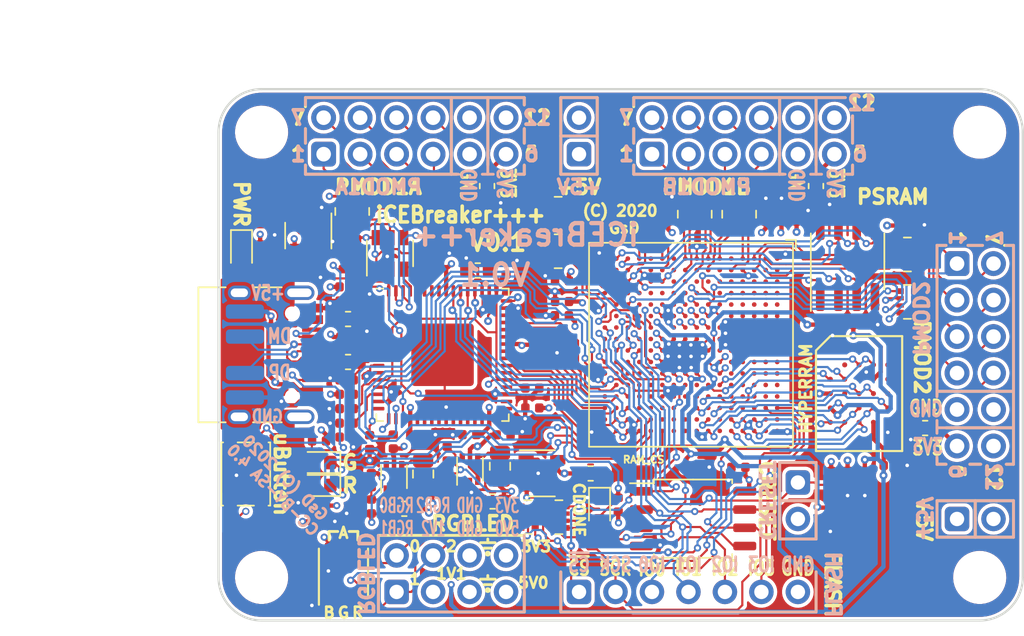
<source format=kicad_pcb>
(kicad_pcb (version 20201116) (generator pcbnew)
  (title_block (title "iCEBreaker+++") (date "2020-12-12") (rev "V0.1") (company "GsD") (comment 1 "2020 (C) GsD  <greg.davill@gmail.com>") (comment 3 "License: CC-BY-SA 4.0"))
  (layers (0 "F.Cu" signal) (1 "In1.Cu" signal) (2 "In2.Cu" signal) (31 "B.Cu" signal) (34 "B.Paste" user) (35 "F.Paste" user) (36 "B.SilkS" user "B.Silkscreen") (37 "F.SilkS" user "F.Silkscreen") (38 "B.Mask" user) (39 "F.Mask" user) (44 "Edge.Cuts" user))
  (net 0 "")
  (net 1 "/~LEDG")
  (net 2 "/xFIFO_~WR")
  (net 3 "+3V3")
  (net 4 "Net-(D1-Pad2)")
  (net 5 "+1V2")
  (net 6 "/xFIFO_WKUP")
  (net 7 "/~BUTTON")
  (net 8 "/FLASH_SCK")
  (net 9 "/xFIFO_~RD")
  (net 10 "/xFIFO_~RXF")
  (net 11 "Net-(U8-PadL13)")
  (net 12 "Net-(U8-PadK13)")
  (net 13 "/xFIFO_D7")
  (net 14 "/xFIFO_D6")
  (net 15 "Net-(U8-PadL15)")
  (net 16 "Net-(C26-Pad2)")
  (net 17 "/xFIFO_D5")
  (net 18 "/xFIFO_D4")
  (net 19 "Net-(U8-PadF5)")
  (net 20 "/JTAG_TCK")
  (net 21 "/xFIFO_D3")
  (net 22 "/xFIFO_D2")
  (net 23 "Net-(U8-PadM12)")
  (net 24 "/xFIFO_~TXE")
  (net 25 "Net-(U8-PadF4)")
  (net 26 "GND")
  (net 27 "Net-(R6-Pad1)")
  (net 28 "Net-(D4-Pad2)")
  (net 29 "/FTDI_CLK")
  (net 30 "+5V")
  (net 31 "/JTAG_TMS")
  (net 32 "Net-(C12-Pad1)")
  (net 33 "Net-(R8-Pad1)")
  (net 34 "Net-(C13-Pad1)")
  (net 35 "+1V8")
  (net 36 "Net-(R9-Pad1)")
  (net 37 "Net-(D5-Pad2)")
  (net 38 "/DONE")
  (net 39 "/PMODS/P2_1")
  (net 40 "/PMODS/P2_1x")
  (net 41 "/PMODS/P2_2")
  (net 42 "/PMODS/P2_2x")
  (net 43 "/PMODS/P2_3")
  (net 44 "/PMODS/P2_3x")
  (net 45 "/PMODS/P2_4")
  (net 46 "/PMODS/P2_4x")
  (net 47 "/PMODS/P1A1")
  (net 48 "/PMODS/P1A1x")
  (net 49 "/shield")
  (net 50 "Net-(R2-Pad1)")
  (net 51 "/~LEDR")
  (net 52 "Net-(R2-Pad2)")
  (net 53 "Net-(R2-Pad3)")
  (net 54 "/RAM_CS")
  (net 55 "/PMODS/P1A2")
  (net 56 "/PMODS/P1A2x")
  (net 57 "/PMODS/P1A3")
  (net 58 "/PMODS/P1A3x")
  (net 59 "/PMODS/P1A4")
  (net 60 "/PMODS/P1A4x")
  (net 61 "/PMODS/P1B1")
  (net 62 "/PMODS/P1B1x")
  (net 63 "/PMODS/P1B2")
  (net 64 "/PMODS/P1B2x")
  (net 65 "/PMODS/P1B3")
  (net 66 "/PMODS/P1B3x")
  (net 67 "/PMODS/P1B4")
  (net 68 "/PMODS/P1B4x")
  (net 69 "/PMODS/P2_7")
  (net 70 "/PMODS/P2_7x")
  (net 71 "/USB_DP")
  (net 72 "/USB_DM")
  (net 73 "Net-(C27-Pad2)")
  (net 74 "/JTAG_TDO")
  (net 75 "/FLASH_MISO|IO1")
  (net 76 "/FLASH_MOSI|IO0")
  (net 77 "/FLASH_~WP~|IO2")
  (net 78 "/FLASH_~HLD~|~RST~|IO3")
  (net 79 "/FLASH_CS")
  (net 80 "/xFIFO_D1")
  (net 81 "/xFIFO_D0")
  (net 82 "Net-(U8-PadD3)")
  (net 83 "Net-(U8-PadC3)")
  (net 84 "Net-(L3-Pad1)")
  (net 85 "Net-(L4-Pad1)")
  (net 86 "Net-(U8-PadN12)")
  (net 87 "Net-(U8-PadN14)")
  (net 88 "/JTAG_TDI")
  (net 89 "Net-(U8-PadP11)")
  (net 90 "/~LED_RGB2")
  (net 91 "/~LED_RGB1")
  (net 92 "/~LED_RGB0")
  (net 93 "/PMODS/P2_8")
  (net 94 "/PMODS/P2_8x")
  (net 95 "/PMODS/P2_9")
  (net 96 "/PMODS/P2_9x")
  (net 97 "/PMODS/P2_10")
  (net 98 "/PMODS/P2_10x")
  (net 99 "/PMODS/P1A7")
  (net 100 "/PMODS/P1A7x")
  (net 101 "/PMODS/P1A8")
  (net 102 "/PMODS/P1A8x")
  (net 103 "/PMODS/P1A9")
  (net 104 "/PMODS/P1A9x")
  (net 105 "/PMODS/P1A10")
  (net 106 "/PMODS/P1A10x")
  (net 107 "/PMODS/P1B7")
  (net 108 "/PMODS/P1B7x")
  (net 109 "/PMODS/P1B8")
  (net 110 "/PMODS/P1B8x")
  (net 111 "/PMODS/P1B9")
  (net 112 "/PMODS/P1B9x")
  (net 113 "/PMODS/P1B10")
  (net 114 "/PMODS/P1B10x")
  (net 115 "Net-(U8-PadN11)")
  (net 116 "Net-(U8-PadM11)")
  (net 117 "Net-(U8-PadT2)")
  (net 118 "Net-(U8-PadR2)")
  (net 119 "Net-(R27-Pad5)")
  (net 120 "Net-(U8-PadM4)")
  (net 121 "Net-(U8-PadK16)")
  (net 122 "Net-(U8-PadJ16)")
  (net 123 "Net-(U8-PadE14)")
  (net 124 "Net-(U8-PadF16)")
  (net 125 "Net-(R27-Pad7)")
  (net 126 "Net-(U8-PadE13)")
  (net 127 "no_connect_276")
  (net 128 "Net-(U8-PadN4)")
  (net 129 "/PROGRAMn")
  (net 130 "Net-(R2-Pad4)")
  (net 131 "Net-(U8-PadM9)")
  (net 132 "Net-(U8-PadK15)")
  (net 133 "Net-(U8-PadF15)")
  (net 134 "no_connect_268")
  (net 135 "no_connect_269")
  (net 136 "Net-(U8-PadM8)")
  (net 137 "Net-(U8-PadN13)")
  (net 138 "Net-(U8-PadM14)")
  (net 139 "Net-(U8-PadM13)")
  (net 140 "Net-(U8-PadL14)")
  (net 141 "Net-(U8-PadL12)")
  (net 142 "Net-(U8-PadJ14)")
  (net 143 "Net-(U8-PadG14)")
  (net 144 "no_connect_270")
  (net 145 "no_connect_271")
  (net 146 "Net-(U8-PadD14)")
  (net 147 "Net-(U8-PadC14)")
  (net 148 "Net-(U8-PadB14)")
  (net 149 "no_connect_272")
  (net 150 "no_connect_273")
  (net 151 "no_connect_274")
  (net 152 "Net-(U8-PadK3)")
  (net 153 "Net-(U8-PadK1)")
  (net 154 "Net-(U8-PadJ5)")
  (net 155 "Net-(U8-PadJ3)")
  (net 156 "no_connect_275")
  (net 157 "Net-(U8-PadH13)")
  (net 158 "no_connect_277")
  (net 159 "no_connect_278")
  (net 160 "Net-(U8-PadB15)")
  (net 161 "Net-(U8-PadD13)")
  (net 162 "Net-(U8-PadC13)")
  (net 163 "Net-(U8-PadB13)")
  (net 164 "Net-(U8-PadA13)")
  (net 165 "Net-(U8-PadF3)")
  (net 166 "Net-(U8-PadE3)")
  (net 167 "no_connect_279")
  (net 168 "Net-(U8-PadH12)")
  (net 169 "no_connect_280")
  (net 170 "no_connect_281")
  (net 171 "Net-(U8-PadE12)")
  (net 172 "Net-(U8-PadD12)")
  (net 173 "Net-(U8-PadC12)")
  (net 174 "Net-(U8-PadB12)")
  (net 175 "Net-(U8-PadA12)")
  (net 176 "+1V1")
  (net 177 "+2V5")
  (net 178 "Net-(U8-PadE11)")
  (net 179 "Net-(U8-PadD11)")
  (net 180 "Net-(U8-PadC11)")
  (net 181 "Net-(U8-PadB11)")
  (net 182 "Net-(U8-PadA11)")
  (net 183 "Net-(U8-PadE10)")
  (net 184 "Net-(U8-PadD10)")
  (net 185 "Net-(U8-PadC10)")
  (net 186 "Net-(U8-PadB10)")
  (net 187 "Net-(U8-PadA10)")
  (net 188 "Net-(U8-PadT9)")
  (net 189 "Net-(U8-PadE9)")
  (net 190 "Net-(U8-PadD9)")
  (net 191 "Net-(U8-PadC9)")
  (net 192 "Net-(U8-PadB9)")
  (net 193 "Net-(U8-PadA9)")
  (net 194 "Net-(U8-PadR8)")
  (net 195 "Net-(U8-PadP8)")
  (net 196 "Net-(U8-PadE8)")
  (net 197 "Net-(U8-PadD8)")
  (net 198 "Net-(U8-PadC8)")
  (net 199 "Net-(U8-PadB8)")
  (net 200 "Net-(U8-PadA8)")
  (net 201 "Net-(U8-PadR7)")
  (net 202 "Net-(U8-PadP7)")
  (net 203 "Net-(U8-PadE7)")
  (net 204 "Net-(U8-PadD7)")
  (net 205 "Net-(U8-PadC7)")
  (net 206 "Net-(U8-PadB7)")
  (net 207 "Net-(U8-PadA7)")
  (net 208 "Net-(U8-PadT6)")
  (net 209 "Net-(U8-PadR6)")
  (net 210 "Net-(U8-PadP6)")
  (net 211 "no_connect_282")
  (net 212 "Net-(U8-PadM6)")
  (net 213 "Net-(U8-PadE6)")
  (net 214 "Net-(U8-PadD6)")
  (net 215 "Net-(U8-PadC6)")
  (net 216 "Net-(U8-PadB6)")
  (net 217 "Net-(U8-PadA6)")
  (net 218 "no_connect_283")
  (net 219 "Net-(U8-PadN5)")
  (net 220 "Net-(U8-PadM5)")
  (net 221 "Net-(U8-PadL5)")
  (net 222 "Net-(U8-PadK5)")
  (net 223 "Net-(U8-PadE5)")
  (net 224 "Net-(U8-PadD5)")
  (net 225 "Net-(U8-PadC5)")
  (net 226 "Net-(U8-PadB5)")
  (net 227 "Net-(U8-PadA5)")
  (net 228 "Net-(U8-PadL4)")
  (net 229 "Net-(U8-PadK4)")
  (net 230 "Net-(U8-PadJ4)")
  (net 231 "Net-(U8-PadE4)")
  (net 232 "Net-(U8-PadD4)")
  (net 233 "Net-(U8-PadC4)")
  (net 234 "Net-(U8-PadB4)")
  (net 235 "Net-(U8-PadA4)")
  (net 236 "Net-(U8-PadK2)")
  (net 237 "Net-(U8-PadM3)")
  (net 238 "Net-(U8-PadN6)")
  (net 239 "Net-(U8-PadH3)")
  (net 240 "Net-(U8-PadG3)")
  (net 241 "Net-(U8-PadR4)")
  (net 242 "Net-(U8-PadT3)")
  (net 243 "Net-(U8-PadB3)")
  (net 244 "Net-(U8-PadA3)")
  (net 245 "Net-(U8-PadM2)")
  (net 246 "Net-(U8-PadF2)")
  (net 247 "Net-(U8-PadA2)")
  (net 248 "Net-(U8-PadM1)")
  (net 249 "Net-(U8-PadE1)")
  (net 250 "Net-(J24-PadB8)")
  (net 251 "Net-(J24-PadA5)")
  (net 252 "Net-(J24-PadA8)")
  (net 253 "Net-(J24-PadB5)")
  (net 254 "Net-(U8-PadJ15)")
  (net 255 "Net-(U8-PadH15)")
  (net 256 "Net-(U8-PadK14)")
  (net 257 "no_connect_284")
  (net 258 "no_connect_285")
  (net 259 "no_connect_286")
  (net 260 "Net-(U8-PadB16)")
  (net 261 "Net-(U8-PadJ12)")
  (net 262 "/RAM/HRAM_CLK#")
  (net 263 "/RAM/HRAM_CLK")
  (net 264 "/RAM/HRAM_DQ2")
  (net 265 "/RAM/HRAM_DQ0")
  (net 266 "/RAM/HRAM_DQ3")
  (net 267 "/RAM/HRAM_DQ5")
  (net 268 "/RAM/HRAM_DQ4")
  (net 269 "/RAM/HRAM_DQ1")
  (net 270 "/RAM/HRAM_DQ6")
  (net 271 "/RAM/HRAM_DQ7")
  (net 272 "/RAM/HRAM_RWDS")
  (net 273 "/RAM/HRAM_CS")
  (net 274 "/RAM/HRAM_RST")
  (net 275 "/PMODS/RAM_IO2")
  (net 276 "/PMODS/RAM_IO3")
  (net 277 "/PMODS/RAM_CS")
  (net 278 "/PMODS/RAM_IO0")
  (net 279 "/PMODS/RAM_CLK")
  (net 280 "/PMODS/RAM_IO1")
  (net 281 "Net-(U10-PadC5)")
  (net 282 "Net-(U10-PadB5)")
  (net 283 "no_connect_265")
  (net 284 "no_connect_266")
  (net 285 "no_connect_267")
  (net 286 "Net-(U8-PadJ13)")
  (footprint "gsd-footprints:PMOD_Angled_2x06" (layer "F.Cu") (at 72.88 33.53 180)
    (fp_text reference "J27" hide)
    (fp_text value "PMOD" hide)
  )
  (footprint "Mounting_Holes:MountingHole_3-5mm" (layer "F.Cu") (at 83 32)
    (fp_text reference "REF**" hide)
    (fp_text value "MH3" hide)
  )
  (footprint "Mounting_Holes:MountingHole_3-5mm" (layer "F.Cu") (at 33 63)
    (fp_text reference "REF**" hide)
    (fp_text value "MH3" hide)
  )
  (footprint "Mounting_Holes:MountingHole_3-5mm" (layer "F.Cu") (at 83 63)
    (fp_text reference "REF**" hide)
    (fp_text value "MH3" hide)
  )
  (footprint "Capacitor_SMD:C_0402_1005Metric" (layer "F.Cu") (at 38.925 49.25 180)
    (fp_text reference "C13" hide)
    (fp_text value "100n" hide)
  )
  (footprint "Connector_PinHeader_2.54mm:PinHeader_2x04_P2.54mm_Vertical" (layer "F.Cu") (at 42.4 64.01 90)
    (fp_text reference "J25" hide)
    (fp_text value "RGB Led" hide)
  )
  (footprint "Mounting_Holes:MountingHole_3-5mm" (layer "F.Cu") (at 33 32)
    (fp_text reference "REF**" hide)
    (fp_text value "MH3" hide)
  )
  (footprint "Connector_PinHeader_2.54mm:PinHeader_2x01_P2.54mm_Vertical" (layer "F.Cu") (at 81.42 58.93)
    (fp_text reference "J22" hide)
    (fp_text value "5V AUX" hide)
  )
  (footprint "Capacitor_SMD:C_0402_1005Metric" (layer "F.Cu") (at 39.65 41.05 90)
    (fp_text reference "C17" hide)
    (fp_text value "100n" hide)
  )
  (footprint "Capacitor_SMD:C_0402_1005Metric" (layer "F.Cu") (at 45.26 40.91 90)
    (fp_text reference "C21" hide)
    (fp_text value "100n" hide)
  )
  (footprint "Capacitor_SMD:C_0402_1005Metric" (layer "F.Cu") (at 47.47 53.06 180)
    (fp_text reference "C19" hide)
    (fp_text value "100n" hide)
  )
  (footprint "Capacitor_SMD:C_0402_1005Metric" (layer "F.Cu") (at 36.02 41.61)
    (fp_text reference "C4" hide)
    (fp_text value "100n" hide)
  )
  (footprint "Capacitor_SMD:C_0402_1005Metric" (layer "F.Cu") (at 50.02 41.43 90)
    (fp_text reference "C10" hide)
    (fp_text value "100n" hide)
  )
  (footprint "Capacitor_SMD:C_0402_1005Metric" (layer "F.Cu") (at 43.84 53.08)
    (fp_text reference "C18" hide)
    (fp_text value "100n" hide)
  )
  (footprint "Resistor_SMD:R_0402_1005Metric" (layer "F.Cu") (at 37 53.5)
    (fp_text reference "R14" hide)
    (fp_text value "330E" hide)
  )
  (footprint "Resistor_SMD:R_0402_1005Metric" (layer "F.Cu") (at 31.3 59.4 180)
    (fp_text reference "R13" hide)
    (fp_text value "10k" hide)
  )
  (footprint "Resistor_SMD:R_0402_1005Metric" (layer "F.Cu") (at 38.97 46.26 180)
    (fp_text reference "R9" hide)
    (fp_text value "10k" hide)
  )
  (footprint "Capacitor_SMD:C_0402_1005Metric" (layer "F.Cu") (at 38.925 51.25 180)
    (fp_text reference "C14" hide)
    (fp_text value "100n" hide)
  )
  (footprint "Inductor_SMD:L_0402_1005Metric" (layer "F.Cu") (at 38.925 50.25)
    (fp_text reference "L1" hide)
    (fp_text value "600" hide)
  )
  (footprint "Inductor_SMD:L_0402_1005Metric" (layer "F.Cu") (at 38.91 42.77)
    (fp_text reference "L2" hide)
    (fp_text value "600" hide)
  )
  (footprint "Capacitor_SMD:C_0402_1005Metric" (layer "F.Cu") (at 38.925 43.75 180)
    (fp_text reference "C12" hide)
    (fp_text value "100n" hide)
  )
  (footprint "Package_TO_SOT_SMD:SOT-23-6" (layer "F.Cu") (at 41.94 40.44 90)
    (fp_text reference "U1" hide)
    (fp_text value "93C46B-SOT-23-6" hide)
  )
  (footprint "Package_DFN_QFN:QFN-64-1EP_9x9mm_P0.5mm_EP4.35x4.35mm" (layer "F.Cu") (at 45.6 47.5)
    (fp_text reference "U2" hide)
    (fp_text value "FT2232H" hide)
  )
  (footprint "Resistor_SMD:R_0402_1005Metric" (layer "F.Cu") (at 44.28 40.91 90)
    (fp_text reference "R6" hide)
    (fp_text value "2k2" hide)
  )
  (footprint "Resistor_SMD:R_0402_1005Metric" (layer "F.Cu") (at 38.92 52.26 180)
    (fp_text reference "R8" hide)
    (fp_text value "12k" hide)
  )
  (footprint "Resistor_SMD:R_0402_1005Metric" (layer "F.Cu") (at 57.83 57.94 90)
    (fp_text reference "R12" hide)
    (fp_text value "2k2" hide)
  )
  (footprint "Resistor_SMD:R_0402_1005Metric" (layer "F.Cu") (at 37 58)
    (fp_text reference "R15" hide)
    (fp_text value "330E" hide)
  )
  (footprint "LED_SMD:LED_0603_1608Metric" (layer "F.Cu") (at 56.53 58.24 -90)
    (fp_text reference "D3" hide)
    (fp_text value "BLU" hide)
  )
  (footprint "LED_SMD:LED_0603_1608Metric" (layer "F.Cu") (at 37 55 180)
    (fp_text reference "D4" hide)
    (fp_text value "GRN" hide)
  )
  (footprint "LED_SMD:LED_0603_1608Metric" (layer "F.Cu") (at 37 56.6 180)
    (fp_text reference "D5" hide)
    (fp_text value "RED" hide)
  )
  (footprint "Capacitor_SMD:C_0402_1005Metric" (layer "F.Cu") (at 66.2 55.33 180)
    (fp_text reference "C22" hide)
    (fp_text value "100n" hide)
  )
  (footprint "Capacitor_SMD:C_0402_1005Metric" (layer "F.Cu") (at 52.41 46.8)
    (fp_text reference "C20" hide)
    (fp_text value "100n" hide)
  )
  (footprint "Capacitor_SMD:C_0402_1005Metric" (layer "F.Cu") (at 51.85 49.82)
    (fp_text reference "C16" hide)
    (fp_text value "100n" hide)
  )
  (footprint "Capacitor_SMD:C_0402_1005Metric" (layer "F.Cu") (at 39.16 39.46 180)
    (fp_text reference "C1" hide)
    (fp_text value "100n" hide)
  )
  (footprint "gsd-footprints:PMOD_Angled_2x06" (layer "F.Cu") (at 50.02 33.53 180)
    (fp_text reference "J23" hide)
    (fp_text value "PMOD" hide)
  )
  (footprint "Connector_PinHeader_2.54mm:PinHeader_2x01_P2.54mm_Vertical" (layer "F.Cu") (at 55.1 33.53 90)
    (fp_text reference "J26" hide)
    (fp_text value "5V AUX" hide)
  )
  (footprint "Connector_PinHeader_2.54mm:PinHeader_1x07_P2.54mm_Vertical" (layer "F.Cu") (at 55.1 64.01 90)
    (fp_text reference "J20" hide)
    (fp_text value "Flash" hide)
  )
  (footprint "Capacitor_SMD:C_0603_1608Metric" (layer "F.Cu") (at 39.02 48 180)
    (fp_text reference "C9" hide)
    (fp_text value "4u7" hide)
  )
  (footprint "Capacitor_SMD:C_0603_1608Metric" (layer "F.Cu") (at 39.02 45.01 180)
    (fp_text reference "C6" hide)
    (fp_text value "4u7" hide)
  )
  (footprint "Resistor_SMD:R_0402_1005Metric" (layer "F.Cu") (at 33.9 40.3 -90)
    (fp_text reference "R1" hide)
    (fp_text value "1M" hide)
  )
  (footprint "Resistor_SMD:R_0402_1005Metric" (layer "F.Cu") (at 32.9 40.3 -90)
    (fp_text reference "R5" hide)
    (fp_text value "330E" hide)
  )
  (footprint "Capacitor_SMD:C_0603_1608Metric" (layer "F.Cu") (at 48.05 41.63 180)
    (fp_text reference "C7" hide)
    (fp_text value "4u7" hide)
  )
  (footprint "Resistor_SMD:R_Array_Convex_4x0402" (layer "F.Cu") (at 63.16 37.71 90)
    (fp_text reference "R4" hide)
    (fp_text value "33R" hide)
  )
  (footprint "Resistor_SMD:R_0402_1005Metric" (layer "F.Cu") (at 52.39823 47.755848)
    (fp_text reference "R25" hide)
    (fp_text value "10k" hide)
  )
  (footprint "Connector_PinHeader_2.54mm:PinHeader_2x01_P2.54mm_Vertical" (layer "F.Cu") (at 70.34 56.39 -90)
    (fp_text reference "J28" hide)
    (fp_text value "CRESET" hide)
  )
  (footprint "Resistor_SMD:R_Array_Convex_4x0402" (layer "F.Cu") (at 53.7 58.805)
    (fp_text reference "R11" hide)
    (fp_text value "10k" hide)
  )
  (footprint "Capacitor_SMD:C_0603_1608Metric" (layer "F.Cu") (at 71.6 35.75 90)
    (fp_text reference "C33" hide)
    (fp_text value "DNP" hide)
  )
  (footprint "Capacitor_SMD:C_0603_1608Metric" (layer "F.Cu") (at 48.7 35.75 90)
    (fp_text reference "C32" hide)
    (fp_text value "DNP" hide)
  )
  (footprint "gsd-footprints:PMOD_Angled_2x06" (layer "F.Cu") (at 81.42 53.85 90)
    (fp_text reference "J21" hide)
    (fp_text value "PMOD" hide)
  )
  (footprint "Capacitor_SMD:C_0603_1608Metric" (layer "F.Cu") (at 79.2 52.6)
    (fp_text reference "C34" hide)
    (fp_text value "DNP" hide)
  )
  (footprint "Button_Switch_SMD:SW_SPST_PTS810" (layer "F.Cu") (at 31.9 55.8 -90)
    (fp_text reference "SW1" hide)
    (fp_text value "TACT" hide)
  )
  (footprint "pkl_pads:PAD_SMD_1x1.5" (layer "F.Cu") (at 59.6 55.7)
    (fp_text reference "P6" hide)
    (fp_text value "RAM_CS" hide)
  )
  (footprint "pkl_led:LED_Cree_PLCC6_3.4x3.4mm" (layer "F.Cu") (at 38.7 62.7 90)
    (fp_text reference "D11" hide)
    (fp_text value "LED_RGB" hide)
  )
  (footprint "LED_SMD:LED_0603_1608Metric" (layer "F.Cu") (at 31.6 40.3 -90)
    (fp_text reference "D1" hide)
    (fp_text value "GRN" hide)
  )
  (footprint "Capacitor_SMD:C_0402_1005Metric" (layer "F.Cu") (at 49.85 53.07)
    (fp_text reference "C23" hide)
    (fp_text value "4.7uF" hide)
  )
  (footprint "Capacitor_SMD:C_0402_1005Metric" (layer "F.Cu") (at 74.685 45.4)
    (fp_text reference "C40" hide)
    (fp_text value "0.1uF" hide)
  )
  (footprint "Resistor_SMD:R_0402_1005Metric" (layer "F.Cu") (at 39.65 58.07 90)
    (fp_text reference "R23" hide)
    (fp_text value "47k" hide)
  )
  (footprint "Capacitor_SMD:C_0402_1005Metric" (layer "F.Cu") (at 53.915 42.35 180)
    (fp_text reference "C36" hide)
    (fp_text value "0.1uF" hide)
  )
  (footprint "Capacitor_SMD:C_0402_1005Metric" (layer "F.Cu") (at 40.64 56.225 -90)
    (fp_text reference "C26" hide)
    (fp_text value "6.8pF" hide)
  )
  (footprint "Package_TO_SOT_SMD:SOT-23-5" (layer "F.Cu") (at 36.25 39.2 -90)
    (fp_text reference "U7" hide)
    (fp_text value "12MHz" hide)
  )
  (footprint "Capacitor_SMD:C_0402_1005Metric" (layer "F.Cu") (at 53.91 44.77 180)
    (fp_text reference "C2" hide)
    (fp_text value "0.1uF" hide)
  )
  (footprint "Package_TO_SOT_SMD:SOT-23-5" (layer "F.Cu") (at 52.52 55.75)
    (fp_text reference "U6" hide)
    (fp_text value "TLV713285PDBV" hide)
  )
  (footprint "Capacitor_SMD:C_0603_1608Metric" (layer "F.Cu") (at 55.91 55.76)
    (fp_text reference "C24" hide)
    (fp_text value "10uF" hide)
  )
  (footprint "Capacitor_SMD:C_0402_1005Metric" (layer "F.Cu") (at 76.8 55.2)
    (fp_text reference "C41" hide)
    (fp_text value "0.1uF" hide)
  )
  (footprint "Capacitor_SMD:C_0402_1005Metric" (layer "F.Cu") (at 73.8 56.07 -90)
    (fp_text reference "C30" hide)
    (fp_text value "1uF" hide)
  )
  (footprint "Capacitor_SMD:C_0402_1005Metric" (layer "F.Cu") (at 61.32 37.74 90)
    (fp_text reference "C3" hide)
    (fp_text value "0.1uF" hide)
  )
  (footprint "Resistor_SMD:R_Array_Convex_4x0402" (layer "F.Cu") (at 66.25 37.71 90)
    (fp_text reference "R17" hide)
    (fp_text value "33R" hide)
  )
  (footprint "Resistor_SMD:R_0402_1005Metric" (layer "F.Cu") (at 38.68 41.05 -90)
    (fp_text reference "R21" hide)
    (fp_text value "5.1k" hide)
  )
  (footprint "Resistor_SMD:R_Array_Convex_4x0402" (layer "F.Cu") (at 53.65 37.68)
    (fp_text reference "R3" hide)
    (fp_text value "33R" hide)
  )
  (footprint "Capacitor_SMD:C_0402_1005Metric" (layer "F.Cu") (at 63.07 55.32)
    (fp_text reference "C8" hide)
    (fp_text value "0.1uF" hide)
  )
  (footprint "Capacitor_SMD:C_0402_1005Metric" (layer "F.Cu") (at 69.2 37.75 90)
    (fp_text reference "C38" hide)
    (fp_text value "0.1uF" hide)
  )
  (footprint "Resistor_SMD:R_0402_1005Metric" (layer "F.Cu") (at 72.66 56.07 -90)
    (fp_text reference "R19" hide)
    (fp_text value "10k" hide)
  )
  (footprint "Package_SO:SOIC-8_3.9x4.9mm_P1.27mm" (layer "F.Cu") (at 73.8 41 90)
    (fp_text reference "U9" hide)
    (fp_text value "LY68L6400SLIT" hide)
  )
  (footprint "Resistor_SMD:R_Array_Convex_4x0402" (layer "F.Cu") (at 51.55 58.8)
    (fp_text reference "R27" hide)
    (fp_text value "33R" hide)
  )
  (footprint "Capacitor_SMD:C_0402_1005Metric" (layer "F.Cu") (at 75 56.07 -90)
    (fp_text reference "C42" hide)
    (fp_text value "0.1uF" hide)
  )
  (footprint "Connector_USB:USB_C_Receptacle_HRO_TYPE-C-31-M-12" (layer "F.Cu") (at 32.5 47.5 -90)
    (fp_text reference "J24" hide)
    (fp_text value "USB_C_Receptacle_USB2.0" hide)
  )
  (footprint "gsd-footprints:BGA-24_8.0x6.0mm_Layout5x5_P0.8mm_Pad0.35mm_NSMD" (layer "F.Cu") (at 74.6 50.2)
    (fp_text reference "U10" hide)
    (fp_text value "IS66WVH16M8ALL" hide)
  )
  (footprint "Inductor_SMD:L_0805_2012Metric" (layer "F.Cu") (at 49.6 55.26 -90)
    (fp_text reference "L4" hide)
    (fp_text value "2.2uH" hide)
  )
  (footprint "Package_TO_SOT_SMD:SOT-666" (layer "F.Cu") (at 47.51 55.46 90)
    (fp_text reference "U5" hide)
    (fp_text value "TLV62569DRL" hide)
  )
  (footprint "Capacitor_SMD:C_0402_1005Metric" (layer "F.Cu") (at 53.92 43.79 180)
    (fp_text reference "C11" hide)
    (fp_text value "0.1uF" hide)
  )
  (footprint "Capacitor_SMD:C_0402_1005Metric" (layer "F.Cu") (at 51.85 51.2 180)
    (fp_text reference "C37" hide)
    (fp_text value "0.1uF" hide)
  )
  (footprint "Resistor_SMD:R_0402_1005Metric" (layer "F.Cu") (at 46.67 57.64 180)
    (fp_text reference "R26" hide)
    (fp_text value "100k" hide)
  )
  (footprint "Capacitor_SMD:C_0603_1608Metric" (layer "F.Cu") (at 42.9325 58.22 180)
    (fp_text reference "C28" hide)
    (fp_text value "10uF" hide)
  )
  (footprint "Capacitor_SMD:C_0402_1005Metric" (layer "F.Cu") (at 72.285 45.4)
    (fp_text reference "C35" hide)
    (fp_text value "0.1uF" hide)
  )
  (footprint "Resistor_SMD:R_Array_Convex_4x0402" (layer "F.Cu") (at 53.65 40.29)
    (fp_text reference "R16" hide)
    (fp_text value "33R" hide)
  )
  (footprint "Package_BGA:BGA-256_14.0x14.0mm_Layout16x16_P0.8mm_Ball0.45mm_Pad0.32mm_NSMD" (layer "F.Cu") (at 62.9 46.8 -90)
    (fp_text reference "U8" hide)
    (fp_text value "ECP5U-12-CABGA256" hide)
  )
  (footprint "Capacitor_SMD:C_0402_1005Metric" (layer "F.Cu") (at 45.93 56.24 -90)
    (fp_text reference "C27" hide)
    (fp_text value "6.8pF" hide)
  )
  (footprint "Capacitor_SMD:C_0402_1005Metric" (layer "F.Cu") (at 70.25 37.735 90)
    (fp_text reference "C39" hide)
    (fp_text value "0.1uF" hide)
  )
  (footprint "Package_SO:SOIC-8_5.23x5.23mm_P1.27mm" (layer "F.Cu") (at 63.04 58.91)
    (fp_text reference "U3" hide)
    (fp_text value "W25Q32JVSS" hide)
  )
  (footprint "Capacitor_SMD:C_0603_1608Metric" (layer "F.Cu") (at 49.08 57.71 180)
    (fp_text reference "C29" hide)
    (fp_text value "10uF" hide)
  )
  (footprint "Capacitor_SMD:C_0402_1005Metric" (layer "F.Cu") (at 37 59.1)
    (fp_text reference "C43" hide)
    (fp_text value "0.1uF" hide)
  )
  (footprint "Capacitor_SMD:C_0402_1005Metric" (layer "F.Cu") (at 77.95 38.5)
    (fp_text reference "C31" hide)
    (fp_text value "1uF" hide)
  )
  (footprint "Inductor_SMD:L_0805_2012Metric" (layer "F.Cu") (at 44.25 55.8 -90)
    (fp_text reference "L3" hide)
    (fp_text value "2.2uH" hide)
  )
  (footprint "Resistor_SMD:R_Array_Convex_4x0402" (layer "F.Cu") (at 77.965 43.815)
    (fp_text reference "R18" hide)
    (fp_text value "33R" hide)
  )
  (footprint "Resistor_SMD:R_Array_Convex_4x0402" (layer "F.Cu") (at 77.965 40.515)
    (fp_text reference "R7" hide)
    (fp_text value "33R" hide)
  )
  (footprint "Resistor_SMD:R_0402_1005Metric" (layer "F.Cu") (at 40.64 58.06 -90)
    (fp_text reference "R10" hide)
    (fp_text value "210k" hide)
  )
  (footprint "Capacitor_SMD:C_0402_1005Metric" (layer "F.Cu") (at 42.17 53.54 90)
    (fp_text reference "C15" hide)
    (fp_text value "4.7uF" hide)
  )
  (footprint "Resistor_SMD:R_0402_1005Metric" (layer "F.Cu") (at 45.92 54.38 90)
    (fp_text reference "R24" hide)
    (fp_text value "84k5" hide)
  )
  (footprint "Capacitor_SMD:C_0402_1005Metric" (layer "F.Cu") (at 68.1 37.75 90)
    (fp_text reference "C5" hide)
    (fp_text value "0.1uF" hide)
  )
  (footprint "Resistor_SMD:R_0402_1005Metric" (layer "F.Cu") (at 40.52 53.58 -90)
    (fp_text reference "R20" hide)
    (fp_text value "1k" hide)
  )
  (footprint "Capacitor_SMD:C_0402_1005Metric" (layer "F.Cu") (at 72.58 58.6275 -90)
    (fp_text reference "C25" hide)
    (fp_text value "1uF" hide)
  )
  (footprint "Package_TO_SOT_SMD:SOT-666" (layer "F.Cu") (at 42.22 55.99 90)
    (fp_text reference "U4" hide)
    (fp_text value "TLV62569DRL" hide)
  )
  (footprint "Resistor_SMD:R_0402_1005Metric" (layer "F.Cu") (at 38.92 53.23 180)
    (fp_text reference "R22" hide)
    (fp_text value "5.1k" hide)
  )
  (footprint "Resistor_SMD:R_Array_Convex_4x0402" (layer "F.Cu") (at 39.31 37.52 90)
    (fp_text reference "R2" hide)
    (fp_text value "10k" hide)
  )
  (footprint "pkl_pads:PAD_SMD_1x2.65" (layer "B.Cu") (at 31.84 48.77)
    (fp_text reference "P4" hide)
    (fp_text value "UP" hide)
  )
  (footprint "pkl_pads:PAD_SMD_1x2.65" (layer "B.Cu") (at 31.84 46.23)
    (fp_text reference "P3" hide)
    (fp_text value "UP" hide)
  )
  (footprint "pkl_pads:PAD_SMD_1x2.65" (layer "B.Cu") (at 31.835 50.47)
    (fp_text reference "P5" hide)
    (fp_text value "UP" hide)
  )
  (footprint "pkl_pads:PAD_SMD_1x2.65" (layer "B.Cu") (at 31.835 44.49)
    (fp_text reference "P2" hide)
    (fp_text value "UP" hide)
  )
  (gr_line (start 36.05 31.752) (end 36.05 32.768) (layer "B.SilkS") (width 0.2))
  (gr_line (start 58.91 31.752) (end 58.91 32.768) (layer "B.SilkS") (width 0.2))
  (gr_line (start 69.07 29.593) (end 58.91 29.593) (layer "B.SilkS") (width 0.2))
  (gr_line (start 58.91 34.292) (end 58.91 34.927) (layer "B.SilkS") (width 0.2))
  (gr_line (start 69.07 29.593) (end 71.61 29.593) (layer "B.SilkS") (width 0.2))
  (gr_line (start 69.07 29.593) (end 69.07 34.927) (layer "B.SilkS") (width 0.2))
  (gr_line (start 71.61 29.593) (end 73.642 29.593) (layer "B.SilkS") (width 0.2))
  (gr_line (start 58.91 34.927) (end 69.451 34.927) (layer "B.SilkS") (width 0.2))
  (gr_line (start 74.15 30.863) (end 74.15 32.768) (layer "B.SilkS") (width 0.2))
  (gr_line (start 71.61 29.593) (end 71.61 34.927) (layer "B.SilkS") (width 0.2))
  (gr_line (start 73.642 34.927) (end 74.15 34.927) (layer "B.SilkS") (width 0.2))
  (gr_line (start 58.91 29.593) (end 58.91 30.101) (layer "B.SilkS") (width 0.2))
  (gr_line (start 53.83 34.927) (end 56.37 34.927) (layer "B.SilkS") (width 0.2))
  (gr_line (start 53.829999 29.593) (end 53.83 34.927) (layer "B.SilkS") (width 0.2))
  (gr_line (start 56.37 29.593) (end 56.37 34.927) (layer "B.SilkS") (width 0.2))
  (gr_line (start 53.829999 29.593) (end 56.37 29.593) (layer "B.SilkS") (width 0.2))
  (gr_line (start 80.023 57.66) (end 85.357 57.66) (layer "B.SilkS") (width 0.2))
  (gr_line (start 80.023 60.200001) (end 85.357 60.2) (layer "B.SilkS") (width 0.2))
  (gr_line (start 80.023 60.200001) (end 80.023 57.66) (layer "B.SilkS") (width 0.2))
  (gr_line (start 85.357 60.2) (end 85.357 57.66) (layer "B.SilkS") (width 0.2))
  (gr_line (start 85.357 50.04) (end 85.357 39.88) (layer "B.SilkS") (width 0.2))
  (gr_line (start 85.357 39.88) (end 84.849 39.88) (layer "B.SilkS") (width 0.2))
  (gr_line (start 80.658 39.88) (end 80.023 39.88) (layer "B.SilkS") (width 0.2))
  (gr_line (start 85.357 50.04) (end 80.023 50.04) (layer "B.SilkS") (width 0.2))
  (gr_line (start 83.198 39.88) (end 82.182 39.88) (layer "B.SilkS") (width 0.2))
  (gr_line (start 85.357 50.04) (end 85.357 52.58) (layer "B.SilkS") (width 0.2))
  (gr_line (start 80.023 39.88) (end 80.023 50.421) (layer "B.SilkS") (width 0.2))
  (gr_line (start 85.357 52.58) (end 80.023 52.58) (layer "B.SilkS") (width 0.2))
  (gr_line (start 85.357 52.58) (end 85.357 55.12) (layer "B.SilkS") (width 0.2))
  (gr_line (start 80.023 54.612) (end 80.023 55.12) (layer "B.SilkS") (width 0.2))
  (gr_line (start 71.610001 60.327) (end 69.07 60.327) (layer "B.SilkS") (width 0.2))
  (gr_line (start 71.610001 60.327) (end 71.61 54.993) (layer "B.SilkS") (width 0.2))
  (gr_line (start 69.07 57.66) (end 71.61 57.66) (layer "B.SilkS") (width 0.2))
  (gr_line (start 69.07 60.327) (end 69.069999 54.993) (layer "B.SilkS") (width 0.2))
  (gr_line (start 71.61 54.993) (end 69.069999 54.993) (layer "B.SilkS") (width 0.2))
  (gr_line (start 51.29 60.073) (end 51.29 65.407) (layer "B.SilkS") (width 0.2))
  (gr_line (start 41.13 65.407) (end 51.29 65.407) (layer "B.SilkS") (width 0.2))
  (gr_line (start 71.61 65.407) (end 71.61 62.613) (layer "B.SilkS") (width 0.2))
  (gr_line (start 53.83 65.407001) (end 53.83 62.613) (layer "B.SilkS") (width 0.2))
  (gr_line (start 71.61 65.407) (end 53.83 65.407001) (layer "B.SilkS") (width 0.2))
  (gr_line (start 80.023 52.072) (end 80.023 52.961) (layer "B.SilkS") (width 0.2))
  (gr_line (start 48.75 29.593) (end 51.29 29.593) (layer "B.SilkS") (width 0.2))
  (gr_line (start 51.29 29.593) (end 51.29 30.101) (layer "B.SilkS") (width 0.2))
  (gr_line (start 41.13 65.407) (end 41.13 60.073) (layer "B.SilkS") (width 0.2))
  (gr_line (start 82.309 55.12) (end 83.071 55.12) (layer "B.SilkS") (width 0.2))
  (gr_line (start 46.21 29.593) (end 46.21 34.927) (layer "B.SilkS") (width 0.2))
  (gr_line (start 51.29 31.752) (end 51.29 32.768) (layer "B.SilkS") (width 0.2))
  (gr_line (start 48.369 34.927) (end 49.131 34.927) (layer "B.SilkS") (width 0.2))
  (gr_line (start 46.21 29.593) (end 36.05 29.593) (layer "B.SilkS") (width 0.2))
  (gr_line (start 50.782 34.927) (end 51.29 34.927) (layer "B.SilkS") (width 0.2))
  (gr_line (start 36.05 29.593) (end 36.05 30.101) (layer "B.SilkS") (width 0.2))
  (gr_line (start 36.05 34.927) (end 46.718 34.927) (layer "B.SilkS") (width 0.2))
  (gr_line (start 85.357 55.12) (end 84.849 55.12) (layer "B.SilkS") (width 0.2))
  (gr_line (start 46.21 29.593) (end 48.75 29.593) (layer "B.SilkS") (width 0.2))
  (gr_line (start 53.83 32.26) (end 56.37 32.26) (layer "B.SilkS") (width 0.2))
  (gr_line (start 51.29 34.927) (end 51.29 34.292) (layer "B.SilkS") (width 0.2))
  (gr_line (start 36.05 34.292) (end 36.05 34.927) (layer "B.SilkS") (width 0.2))
  (gr_line (start 80.023 55.12) (end 80.658 55.12) (layer "B.SilkS") (width 0.2))
  (gr_line (start 71.229 34.927) (end 71.991 34.927) (layer "B.SilkS") (width 0.2))
  (gr_line (start 59.8 62.3) (end 59.45 61.8) (layer "B.SilkS") (width 0.2))
  (gr_line (start 82.69 57.66) (end 82.69 60.2) (layer "B.SilkS") (width 0.2))
  (gr_line (start 74.15 34.927) (end 74.15 34.292) (layer "B.SilkS") (width 0.2))
  (gr_line (start 48.75 29.593) (end 48.75 34.927) (layer "B.SilkS") (width 0.2))
  (gr_line (start 36.05 32.768) (end 36.05 31.752001) (layer "F.SilkS") (width 0.2))
  (gr_line (start 46.209999 34.927) (end 36.05 34.927001) (layer "F.SilkS") (width 0.2))
  (gr_line (start 36.05 30.228) (end 36.05 29.593) (layer "F.SilkS") (width 0.2))
  (gr_line (start 46.209999 34.927) (end 46.591 34.927) (layer "F.SilkS") (width 0.2))
  (gr_line (start 46.209999 34.927) (end 46.21 29.593) (layer "F.SilkS") (width 0.2))
  (gr_line (start 50.909 34.927) (end 51.29 34.927) (layer "F.SilkS") (width 0.2))
  (gr_line (start 51.29 30.101) (end 51.29 29.593) (layer "F.SilkS") (width 0.2))
  (gr_line (start 36.05 29.593) (end 48.75 29.593) (layer "F.SilkS") (width 0.2))
  (gr_line (start 51.29 32.768) (end 51.29 31.752) (layer "F.SilkS") (width 0.2))
  (gr_line (start 48.75 34.292) (end 48.75 29.593) (layer "F.SilkS") (width 0.2))
  (gr_line (start 48.75 29.593) (end 51.29 29.593) (layer "F.SilkS") (width 0.2))
  (gr_line (start 36.05 34.927001) (end 36.05 34.292) (layer "F.SilkS") (width 0.2))
  (gr_line (start 69.069999 34.927) (end 69.324 34.927) (layer "F.SilkS") (width 0.2))
  (gr_line (start 58.91 32.768) (end 58.91 31.752001) (layer "F.SilkS") (width 0.2))
  (gr_line (start 74.15 34.927) (end 74.15 34.292) (layer "F.SilkS") (width 0.2))
  (gr_line (start 73.769 34.927) (end 74.15 34.927) (layer "F.SilkS") (width 0.2))
  (gr_line (start 71.61 34.292) (end 71.61 29.593) (layer "F.SilkS") (width 0.2))
  (gr_line (start 69.069999 34.927) (end 69.07 29.593) (layer "F.SilkS") (width 0.2))
  (gr_line (start 74.15 32.768) (end 74.15 30.863) (layer "F.SilkS") (width 0.2))
  (gr_line (start 71.61 29.593) (end 73.642 29.593) (layer "F.SilkS") (width 0.2))
  (gr_line (start 58.91 30.228) (end 58.91 29.593) (layer "F.SilkS") (width 0.2))
  (gr_line (start 58.91 29.593) (end 71.61 29.593) (layer "F.SilkS") (width 0.2))
  (gr_line (start 69.069999 34.927) (end 58.91 34.927001) (layer "F.SilkS") (width 0.2))
  (gr_line (start 58.91 34.927001) (end 58.91 34.292) (layer "F.SilkS") (width 0.2))
  (gr_line (start 53.829999 34.927) (end 56.37 34.927) (layer "F.SilkS") (width 0.2))
  (gr_line (start 56.37 34.927) (end 56.37 29.593) (layer "F.SilkS") (width 0.2))
  (gr_line (start 53.829999 34.927) (end 53.83 29.593) (layer "F.SilkS") (width 0.2))
  (gr_line (start 53.83 29.593) (end 56.37 29.593) (layer "F.SilkS") (width 0.2))
  (gr_line (start 80.023 60.199999) (end 80.023 57.66) (layer "F.SilkS") (width 0.2))
  (gr_line (start 85.357 60.200002) (end 80.023 60.199999) (layer "F.SilkS") (width 0.2))
  (gr_line (start 85.357 57.66) (end 80.023 57.66) (layer "F.SilkS") (width 0.2))
  (gr_line (start 85.357 60.200002) (end 85.357 57.66) (layer "F.SilkS") (width 0.2))
  (gr_line (start 80.023 50.039999) (end 80.023 50.294) (layer "F.SilkS") (width 0.2))
  (gr_line (start 82.182 39.88) (end 83.197999 39.88) (layer "F.SilkS") (width 0.2))
  (gr_line (start 84.722 39.88) (end 85.357 39.88) (layer "F.SilkS") (width 0.2))
  (gr_line (start 80.022999 39.88) (end 80.658 39.88) (layer "F.SilkS") (width 0.2))
  (gr_line (start 80.023 54.739) (end 80.023 55.12) (layer "F.SilkS") (width 0.2))
  (gr_line (start 80.023 50.039999) (end 85.357 50.04) (layer "F.SilkS") (width 0.2))
  (gr_line (start 80.658 52.58) (end 85.357 52.58) (layer "F.SilkS") (width 0.2))
  (gr_line (start 85.357 52.58) (end 85.357 55.12) (layer "F.SilkS") (width 0.2))
  (gr_line (start 85.357 39.88) (end 85.357 52.58) (layer "F.SilkS") (width 0.2))
  (gr_line (start 80.023 50.039999) (end 80.022999 39.88) (layer "F.SilkS") (width 0.2))
  (gr_line (start 69.069999 54.993) (end 69.07 60.327) (layer "F.SilkS") (width 0.2))
  (gr_line (start 71.610002 54.993) (end 71.609999 60.327001) (layer "F.SilkS") (width 0.2))
  (gr_line (start 69.07 57.66) (end 71.61 57.66) (layer "F.SilkS") (width 0.2))
  (gr_line (start 71.609999 60.327001) (end 69.07 60.327) (layer "F.SilkS") (width 0.2))
  (gr_line (start 71.610002 54.993) (end 69.069999 54.993) (layer "F.SilkS") (width 0.2))
  (gr_line (start 51.29 65.407) (end 51.29 64.01) (layer "F.SilkS") (width 0.2))
  (gr_line (start 51.29 65.407) (end 41.13 65.407) (layer "F.SilkS") (width 0.2))
  (gr_line (start 48.496 60.962) (end 49.004 60.962) (layer "F.SilkS") (width 0.2))
  (gr_line (start 48.75 60.581) (end 48.75 60.327) (layer "F.SilkS") (width 0.2))
  (gr_circle (center 48.75 61.343) (end 48.75 61.343) (layer "F.SilkS") (width 0.2) (fill none))
  (gr_line (start 48.242 60.581) (end 49.258 60.581) (layer "F.SilkS") (width 0.2))
  (gr_line (start 37.7 59.8) (end 37.7 60.4) (layer "F.SilkS") (width 0.2))
  (gr_line (start 80.023 55.12) (end 80.658 55.12) (layer "F.SilkS") (width 0.2))
  (gr_line (start 41.13 60.073) (end 51.29 60.073) (layer "F.SilkS") (width 0.2))
  (gr_line (start 71.61 65.407) (end 71.61 62.613) (layer "F.SilkS") (width 0.2))
  (gr_line (start 51.29 34.927) (end 51.29 34.292) (layer "F.SilkS") (width 0.2))
  (gr_line (start 48.242 63.121) (end 49.258 63.121) (layer "F.SilkS") (width 0.2))
  (gr_line (start 84.849 55.12) (end 85.357 55.12) (layer "F.SilkS") (width 0.2))
  (gr_circle (center 48.75 63.883) (end 48.75 63.883) (layer "F.SilkS") (width 0.2) (fill none))
  (gr_line (start 82.69 57.66) (end 82.69 60.2) (layer "F.SilkS") (width 0.2))
  (gr_line (start 82.309 55.12) (end 83.071 55.12) (layer "F.SilkS") (width 0.2))
  (gr_line (start 39.1 59.8) (end 39.7 59.8) (layer "F.SilkS") (width 0.2))
  (gr_line (start 48.496 63.502) (end 49.004 63.502) (layer "F.SilkS") (width 0.2))
  (gr_line (start 53.83 65.407) (end 71.61 65.407) (layer "F.SilkS") (width 0.2))
  (gr_line (start 38.3 59.8) (end 37.7 59.8) (layer "F.SilkS") (width 0.2))
  (gr_line (start 53.83 65.407) (end 53.83 62.613) (layer "F.SilkS") (width 0.2))
  (gr_line (start 41.13 60.073) (end 41.13 65.407) (layer "F.SilkS") (width 0.2))
  (gr_line (start 60.6 62.675) (end 60.9 62.025) (layer "F.SilkS") (width 0.2))
  (gr_line (start 39.7 59.8) (end 39.7 60.4) (layer "F.SilkS") (width 0.2))
  (gr_line (start 51.29 61.47) (end 51.29 62.613) (layer "F.SilkS") (width 0.2))
  (gr_line (start 53.83 32.26) (end 56.37 32.26) (layer "F.SilkS") (width 0.2))
  (gr_line (start 48.75 63.121) (end 48.75 62.867) (layer "F.SilkS") (width 0.2))
  (gr_line (start 30 63) (end 30 32) (layer "Edge.Cuts") (width 0.15))
  (gr_line (start 33 29) (end 83 29) (layer "Edge.Cuts") (width 0.15))
  (gr_arc (start 83 63) (end 83 66) (angle -90) (layer "Edge.Cuts") (width 0.15))
  (gr_arc (start 83 32) (end 86 32) (angle -90) (layer "Edge.Cuts") (width 0.15))
  (gr_arc (start 33 63) (end 30 63) (angle -90) (layer "Edge.Cuts") (width 0.15))
  (gr_line (start 83 66) (end 33 66) (layer "Edge.Cuts") (width 0.15))
  (gr_arc (start 33 32) (end 33 29) (angle -90) (layer "Edge.Cuts") (width 0.15))
  (gr_line (start 86 63) (end 86 32) (layer "Edge.Cuts") (width 0.15))
  (gr_text "PMOD1A" (at 41.13 35.816) (layer "B.SilkS") (effects (font (size 1 1) (thickness 0.25)) (justify mirror)))
  (gr_text "PMOD1B" (at 63.99 35.816) (layer "B.SilkS") (effects (font (size 1 1) (thickness 0.25)) (justify mirror)))
  (gr_text "PMOD2" (at 78.88 44.96 270) (layer "B.SilkS") (effects (font (size 1 1) (thickness 0.25)) (justify mirror)))
  (gr_text "RGBLED" (at 40.241 62.74 270) (layer "B.SilkS") (effects (font (size 1 1) (thickness 0.25)) (justify mirror)))
  (gr_text "FLASH" (at 72.8 63.5 270) (layer "B.SilkS") (effects (font (size 1 1) (thickness 0.25)) (justify mirror)))
  (gr_text "+5V" (at 79.134 58.93 270) (layer "B.SilkS") (effects (font (size 1 1) (thickness 0.25)) (justify mirror)))
  (gr_text "+5V" (at 55.1 35.816) (layer "B.SilkS") (effects (font (size 1 1) (thickness 0.25)) (justify mirror)))
  (gr_text "iCEBreaker++" (at 51.35 39.15) (layer "B.SilkS") (effects (font (size 1.5 1.5) (thickness 0.3)) (justify mirror)))
  (gr_text "V0.1" (at 49.25 41.95) (layer "B.SilkS") (effects (font (size 1.5 1.5) (thickness 0.3)) (justify mirror)))
  (gr_text "GND" (at 70.34 62.105) (layer "B.SilkS") (effects (font (size 1 0.75) (thickness 0.1875)) (justify mirror)))
  (gr_text "IO3" (at 67.8 62.105) (layer "B.SilkS") (effects (font (size 1 0.75) (thickness 0.1875)) (justify mirror)))
  (gr_text "IO2" (at 65.26 62.105) (layer "B.SilkS") (effects (font (size 1 0.75) (thickness 0.1875)) (justify mirror)))
  (gr_text "IO1" (at 62.72 62.105) (layer "B.SilkS") (effects (font (size 1 0.75) (thickness 0.1875)) (justify mirror)))
  (gr_text "IO0" (at 60.18 62.105) (layer "B.SilkS") (effects (font (size 1 0.75) (thickness 0.1875)) (justify mirror)))
  (gr_text "SCK" (at 57.64 62.105) (layer "B.SilkS") (effects (font (size 1 0.75) (thickness 0.1875)) (justify mirror)))
  (gr_text "~CS" (at 55.1 62.105) (layer "B.SilkS") (effects (font (size 1 0.75) (thickness 0.1875)) (justify mirror)))
  (gr_text "3V3\n5V0" (at 50.1 58.8) (layer "B.SilkS") (effects (font (size 1 0.6)) (justify mirror)))
  (gr_text "GND\nGND" (at 47.5 58.8) (layer "B.SilkS") (effects (font (size 1 0.6)) (justify mirror)))
  (gr_text "RGB2\n1V2" (at 44.95 58.8) (layer "B.SilkS") (effects (font (size 1 0.6)) (justify mirror)))
  (gr_text "+5V" (at 33.45 43.2) (layer "B.SilkS") (effects (font (size 1 0.75) (thickness 0.1875)) (justify mirror)))
  (gr_text "DM" (at 34.25 46.2) (layer "B.SilkS") (effects (font (size 1 0.75) (thickness 0.1875)) (justify mirror)))
  (gr_text "DP" (at 34.25 48.75) (layer "B.SilkS") (effects (font (size 1 0.75) (thickness 0.1875)) (justify mirror)))
  (gr_text "GND" (at 33.4 51.8) (layer "B.SilkS") (effects (font (size 0.9 0.7) (thickness 0.175)) (justify mirror)))
  (gr_text "1" (at 35.55 33.55) (layer "B.SilkS") (effects (font (size 1 1) (thickness 0.25)) (justify mirror)))
  (gr_text "6" (at 51.798 33.53) (layer "B.SilkS") (effects (font (size 1 1) (thickness 0.25)) (justify mirror)))
  (gr_text "7" (at 35.55 31) (layer "B.SilkS") (effects (font (size 1 1) (thickness 0.25)) (justify mirror)))
  (gr_text "6" (at 74.658 33.53) (layer "B.SilkS") (effects (font (size 1 1) (thickness 0.25)) (justify mirror)))
  (gr_text "7" (at 58.402 30.99) (layer "B.SilkS") (effects (font (size 1 1) (thickness 0.25)) (justify mirror)))
  (gr_text "1" (at 58.402 33.53) (layer "B.SilkS") (effects (font (size 1 1) (thickness 0.25)) (justify mirror)))
  (gr_text "12" (at 74.785 29.974) (layer "B.SilkS") (effects (font (size 1 1) (thickness 0.25)) (justify mirror)))
  (gr_text "3V3" (at 72.88 35.562 270) (layer "B.SilkS") (effects (font (size 1 0.75) (thickness 0.1875)) (justify mirror)))
  (gr_text "1" (at 81.42 39.372 270) (layer "B.SilkS") (effects (font (size 1 1) (thickness 0.25)) (justify mirror)))
  (gr_text "7" (at 83.96 39.372 270) (layer "B.SilkS") (effects (font (size 1 1) (thickness 0.25)) (justify mirror)))
  (gr_text "GND" (at 79.261 51.31) (layer "B.SilkS") (effects (font (size 1 0.75) (thickness 0.1875)) (justify mirror)))
  (gr_text "3V3" (at 79.388 53.85) (layer "B.SilkS") (effects (font (size 1 0.75) (thickness 0.1875)) (justify mirror)))
  (gr_text "GND" (at 47.48 35.689 90) (layer "B.SilkS") (effects (font (size 1 0.75) (thickness 0.1875)) (justify mirror)))
  (gr_text "12" (at 52.179 30.99) (layer "B.SilkS") (effects (font (size 1 1) (thickness 0.25)) (justify mirror)))
  (gr_text "12" (at 83.96 56.009 270) (layer "B.SilkS") (effects (font (size 1 1) (thickness 0.25)) (justify mirror)))
  (gr_text "6" (at 81.42 55.628 270) (layer "B.SilkS") (effects (font (size 1 1) (thickness 0.25)) (justify mirror)))
  (gr_text "RGB0\nRGB1" (at 42.4 58.8) (layer "B.SilkS") (effects (font (size 1 0.6)) (justify mirror)))
  (gr_text "GND" (at 70.3 35.689 90) (layer "B.SilkS") (effects (font (size 1 0.75) (thickness 0.1875)) (justify mirror)))
  (gr_text "CRESET" (at 68.181 57.66 270) (layer "B.SilkS") (effects (font (size 1 1) (thickness 0.25)) (justify mirror)))
  (gr_text "GsD (C) 2020\nCC-BY-SA 4.0\n" (at 34.2 56.5 315) (layer "B.SilkS") (effects (font (size 0.75 0.75) (thickness 0.1875)) (justify mirror)))
  (gr_text "3V3" (at 49.9 35.562 270) (layer "B.SilkS") (effects (font (size 1 0.75) (thickness 0.1875)) (justify mirror)))
  (gr_text "PMOD1A" (at 41.13 35.816) (layer "F.SilkS") (effects (font (size 1 1) (thickness 0.25))))
  (gr_text "+5V" (at 55.1 35.816) (layer "F.SilkS") (effects (font (size 1 1) (thickness 0.25))))
  (gr_text "PMOD1B" (at 63.99 35.816) (layer "F.SilkS") (effects (font (size 1 1) (thickness 0.25))))
  (gr_text "PMOD2" (at 78.98 47.67 270) (layer "F.SilkS") (effects (font (size 1 1) (thickness 0.25))))
  (gr_text "FLASH" (at 72.753 63.502 270) (layer "F.SilkS") (effects (font (size 1 1) (thickness 0.25))))
  (gr_text "RGBLED" (at 47.7 59.25) (layer "F.SilkS") (effects (font (size 1 1) (thickness 0.25))))
  (gr_text "+5V" (at 79.134 58.93 270) (layer "F.SilkS") (effects (font (size 1 1) (thickness 0.25))))
  (gr_text "G" (at 39.15 55) (layer "F.SilkS") (effects (font (size 1 1) (thickness 0.25))))
  (gr_text "R" (at 39.15 56.6) (layer "F.SilkS") (effects (font (size 1 1) (thickness 0.25))))
  (gr_text "CDONE" (at 55.1 58.3 270) (layer "F.SilkS") (effects (font (size 0.75 0.75) (thickness 0.1875))))
  (gr_text "uButton" (at 34.4 55.8 270) (layer "F.SilkS") (effects (font (size 1 1) (thickness 0.25))))
  (gr_text "(C) 2020 \nGsD" (at 58.25 38.08) (layer "F.SilkS") (effects (font (size 0.75 0.75) (thickness 0.1875))))
  (gr_text "V0.1" (at 49.46 39.68) (layer "F.SilkS") (effects (font (size 1.2 1.2) (thickness 0.25))))
  (gr_text "PWR" (at 31.6 37 270) (layer "F.SilkS") (effects (font (size 1 1) (thickness 0.25))))
  (gr_text "1" (at 35.542 33.53) (layer "F.SilkS") (effects (font (size 1 1) (thickness 0.25))))
  (gr_text "7" (at 35.542 30.99) (layer "F.SilkS") (effects (font (size 1 1) (thickness 0.25))))
  (gr_text "7" (at 58.402 30.99) (layer "F.SilkS") (effects (font (size 1 1) (thickness 0.25))))
  (gr_text "1" (at 58.402 33.53) (layer "F.SilkS") (effects (font (size 1 1) (thickness 0.25))))
  (gr_text "6" (at 51.798 33.53) (layer "F.SilkS") (effects (font (size 1 1) (thickness 0.25))))
  (gr_text "6" (at 74.658 33.53) (layer "F.SilkS") (effects (font (size 1 1) (thickness 0.25))))
  (gr_text "12" (at 74.785 29.974) (layer "F.SilkS") (effects (font (size 1 1) (thickness 0.25))))
  (gr_text "7" (at 83.96 39.372 270) (layer "F.SilkS") (effects (font (size 1 1) (thickness 0.25))))
  (gr_text "1" (at 81.42 39.372 270) (layer "F.SilkS") (effects (font (size 1 1) (thickness 0.25))))
  (gr_text "3V3" (at 79.388 53.977) (layer "F.SilkS") (effects (font (size 1 0.75) (thickness 0.1875))))
  (gr_text "3V3" (at 73.007 35.55 270) (layer "F.SilkS") (effects (font (size 1 0.75) (thickness 0.1875))))
  (gr_text "GND" (at 70.213 35.689 270) (layer "F.SilkS") (effects (font (size 1 0.75) (thickness 0.1875))))
  (gr_text "3V3" (at 50.147 35.55 270) (layer "F.SilkS") (effects (font (size 1 0.75) (thickness 0.1875))))
  (gr_text "GND" (at 47.353 35.689 270) (layer "F.SilkS") (effects (font (size 1 0.75) (thickness 0.1875))))
  (gr_text "12" (at 52.179 30.99) (layer "F.SilkS") (effects (font (size 1 1) (thickness 0.25))))
  (gr_text "GND" (at 79.261 51.183) (layer "F.SilkS") (effects (font (size 1 0.75) (thickness 0.1875))))
  (gr_text "12" (at 83.96 56.009 270) (layer "F.SilkS") (effects (font (size 1 1) (thickness 0.25))))
  (gr_text "6" (at 81.42 55.628 270) (layer "F.SilkS") (effects (font (size 1 1) (thickness 0.25))))
  (gr_text "GND" (at 70.34 62.359) (layer "F.SilkS") (effects (font (size 1 0.75) (thickness 0.1875))))
  (gr_text "IO3" (at 67.8 62.359) (layer "F.SilkS") (effects (font (size 1 0.75) (thickness 0.1875))))
  (gr_text "IO2" (at 65.26 62.359) (layer "F.SilkS") (effects (font (size 1 0.75) (thickness 0.1875))))
  (gr_text "IO1" (at 62.72 62.359) (layer "F.SilkS") (effects (font (size 1 0.75) (thickness 0.1875))))
  (gr_text "IO0" (at 60.18 62.4) (layer "F.SilkS") (effects (font (size 1 0.75) (thickness 0.1875))))
  (gr_text "SCK" (at 57.64 62.359) (layer "F.SilkS") (effects (font (size 1 0.75) (thickness 0.1875))))
  (gr_text "~CS" (at 55.1 62.359) (layer "F.SilkS") (effects (font (size 1 0.75) (thickness 0.1875))))
  (gr_text "5V0" (at 51.925 63.375) (layer "F.SilkS") (effects (font (size 0.75 0.75) (thickness 0.1875))))
  (gr_text "0" (at 43.67 60.835) (layer "F.SilkS") (effects (font (size 0.75 0.75) (thickness 0.1875))))
  (gr_text "1" (at 43.67 63.121) (layer "F.SilkS") (effects (font (size 0.75 0.75) (thickness 0.1875))))
  (gr_text "2" (at 46.21 60.835) (layer "F.SilkS") (effects (font (size 0.75 0.75) (thickness 0.1875))))
  (gr_text "1V1" (at 46.21 62.74) (layer "F.SilkS") (effects (font (size 0.75 0.75) (thickness 0.1875))))
  (gr_text "RAM_CS" (at 59.6 54.8) (layer "F.SilkS") (effects (font (size 0.5 0.5) (thickness 0.125))))
  (gr_text "G" (at 38.7 65.45) (layer "F.SilkS") (effects (font (size 0.75 0.75) (thickness 0.1875))))
  (gr_text "R" (at 39.7 65.45) (layer "F.SilkS") (effects (font (size 0.75 0.75) (thickness 0.1875))))
  (gr_text "A" (at 38.7 59.9) (layer "F.SilkS") (effects (font (size 0.75 0.75) (thickness 0.1875))))
  (gr_text "B" (at 37.7 65.45) (layer "F.SilkS") (effects (font (size 0.75 0.75) (thickness 0.1875))))
  (gr_text "PSRAM" (at 76.95 36.5) (layer "F.SilkS") (effects (font (size 1 1) (thickness 0.25))))
  (gr_text "iCEBreaker+++" (at 46.85 37.75) (layer "F.SilkS") (effects (font (size 1.1 1) (thickness 0.25))))
  (gr_text "CRESET" (at 68.181 57.66 270) (layer "F.SilkS") (effects (font (size 1 1) (thickness 0.25))))
  (gr_text "3V3" (at 52.1 60.85) (layer "F.SilkS") (effects (font (size 0.75 0.75) (thickness 0.1875))))
  (gr_text "HYPERRAM" (at 70.9 49.85 90) (layer "F.SilkS") (effects (font (size 0.8 0.8) (thickness 0.2))))
  (segment (start 58.55 54.34) (end 55.26 54.34) (width 0.15) (layer "F.Cu") (net 1))
  (segment (start 37.7875 55) (end 38.07 55) (width 0.15) (layer "F.Cu") (net 1))
  (segment (start 38.07 55) (end 38.57 55.5) (width 0.15) (layer "F.Cu") (net 1))
  (segment (start 60.1 53.15) (end 60.1 52.8) (width 0.15) (layer "F.Cu") (net 1))
  (segment (start 58.91 54.34) (end 60.1 53.15) (width 0.15) (layer "F.Cu") (net 1))
  (segment (start 58.55 54.34) (end 58.91 54.34) (width 0.15) (layer "F.Cu") (net 1))
  (segment (start 55.26 54.34) (end 54.76 53.84) (width 0.15) (layer "F.Cu") (net 1))
  (segment (start 54.76 53.84) (end 54.53 53.61) (width 0.15) (layer "F.Cu") (net 1))
  (segment (start 54.53 53.61) (end 53.64 53.61) (width 0.15) (layer "F.Cu") (net 1))
  (via (at 53.64 53.61) (size 0.5) (drill 0.25) (layers "F.Cu" "B.Cu") (net 1))
  (via (at 38.57 55.5) (size 0.5) (drill 0.25) (layers "F.Cu" "B.Cu") (net 1))
  (segment (start 38.92 55.15) (end 39.99 55.15) (width 0.15) (layer "B.Cu") (net 1))
  (segment (start 40.78 55.34) (end 41.09 55.03) (width 0.15) (layer "B.Cu") (net 1))
  (segment (start 47.45 54.45) (end 53.2 54.45) (width 0.15) (layer "B.Cu") (net 1))
  (segment (start 40.18 55.34) (end 40.78 55.34) (width 0.15) (layer "B.Cu") (net 1))
  (segment (start 47.45 54.45) (end 47.05 54.45) (width 0.15) (layer "B.Cu") (net 1))
  (segment (start 53.64 54.01) (end 53.64 53.61) (width 0.15) (layer "B.Cu") (net 1))
  (segment (start 47.05 54.45) (end 46.85 54.25) (width 0.15) (layer "B.Cu") (net 1))
  (segment (start 45.05 55.03) (end 45.83 54.25) (width 0.15) (layer "B.Cu") (net 1))
  (segment (start 41.09 55.03) (end 45.05 55.03) (width 0.15) (layer "B.Cu") (net 1))
  (segment (start 39.99 55.15) (end 40.18 55.34) (width 0.15) (layer "B.Cu") (net 1))
  (segment (start 45.83 54.25) (end 46.85 54.25) (width 0.15) (layer "B.Cu") (net 1))
  (segment (start 53.2 54.45) (end 53.64 54.01) (width 0.15) (layer "B.Cu") (net 1))
  (segment (start 38.57 55.5) (end 38.92 55.15) (width 0.15) (layer "B.Cu") (net 1))
  (segment (start 46.85 43.05) (end 46.85 43.87) (width 0.15) (layer "F.Cu") (net 2))
  (segment (start 58.5 52) (end 58.11 52.39) (width 0.15) (layer "F.Cu") (net 2))
  (via (at 46.85 43.87) (size 0.55) (drill 0.25) (layers "F.Cu" "B.Cu") (net 2))
  (via (at 58.11 52.39) (size 0.5) (drill 0.25) (layers "F.Cu" "B.Cu") (net 2))
  (segment (start 55.45 50.7) (end 57.21 50.7) (width 0.15) (layer "B.Cu") (net 2))
  (segment (start 46.85 43.87) (end 46.85 46.41) (width 0.15) (layer "B.Cu") (net 2))
  (segment (start 50.11 49.67) (end 50.37 49.93) (width 0.15) (layer "B.Cu") (net 2))
  (segment (start 46.85 46.41) (end 50.11 49.67) (width 0.15) (layer "B.Cu") (net 2))
  (segment (start 50.37 49.93) (end 54.68 49.93) (width 0.15) (layer "B.Cu") (net 2))
  (segment (start 57.21 50.7) (end 57.6 51.09) (width 0.15) (layer "B.Cu") (net 2))
  (segment (start 57.6 51.88) (end 58.11 52.39) (width 0.15) (layer "B.Cu") (net 2))
  (segment (start 54.68 49.93) (end 55.45 50.7) (width 0.15) (layer "B.Cu") (net 2))
  (segment (start 57.6 51.09) (end 57.6 51.88) (width 0.15) (layer "B.Cu") (net 2))
  (segment (start 64.9 48.8) (end 65.28 48.42) (width 0.15) (layer "F.Cu") (net 3))
  (segment (start 61.32 38.225) (end 61.32 38.77) (width 0.3) (layer "F.Cu") (net 3))
  (segment (start 52.84 56.1) (end 52.84 55.43) (width 0.3) (layer "F.Cu") (net 3))
  (segment (start 39.56 36.51) (end 39.51 36.46) (width 0.15) (layer "F.Cu") (net 3))
  (segment (start 66.95 56.695) (end 66.95 56.2) (width 0.3) (layer "F.Cu") (net 3))
  (segment (start 72.66 55.585) (end 72.66 54.93) (width 0.3) (layer "F.Cu") (net 3))
  (segment (start 40.64 55.74) (end 41.08 55.74) (width 0.3) (layer "F.Cu") (net 3))
  (segment (start 43.35 53.075) (end 43.355 53.08) (width 0.3) (layer "F.Cu") (net 3))
  (segment (start 80.17 52.6) (end 81.42 53.85) (width 0.3) (layer "F.Cu") (net 3))
  (segment (start 37.485 58) (end 38.23 58) (width 0.3) (layer "F.Cu") (net 3))
  (segment (start 79.9875 52.6) (end 80.17 52.6) (width 0.3) (layer "F.Cu") (net 3))
  (segment (start 71.6 34.9625) (end 72.88 33.6825) (width 0.3) (layer "F.Cu") (net 3))
  (segment (start 62.5 44.8) (end 62.5 44.791898) (width 0.15) (layer "F.Cu") (net 3))
  (segment (start 70.33 38.3) (end 70.25 38.22) (width 0.3) (layer "F.Cu") (net 3))
  (segment (start 46.22 41.16) (end 45.85 41.53) (width 0.15) (layer "F.Cu") (net 3))
  (segment (start 68.1 38.235) (end 68.1 38.7) (width 0.3) (layer "F.Cu") (net 3))
  (segment (start 41.08 55.74) (end 41.39 56.05) (width 0.3) (layer "F.Cu") (net 3))
  (segment (start 45.745 41.395) (end 45.985 41.395) (width 0.3) (layer "F.Cu") (net 3))
  (segment (start 35.535 41.61) (end 35.535 41.265) (width 0.3) (layer "F.Cu") (net 3))
  (segment (start 66.685 55.935) (end 66.95 56.2) (width 0.3) (layer "F.Cu") (net 3))
  (segment (start 52.84 55.43) (end 52.22 54.81) (width 0.3) (layer "F.Cu") (net 3))
  (segment (start 54.82 45.195) (end 54.82 45.52) (width 0.3) (layer "F.Cu") (net 3))
  (segment (start 58.89 49) (end 59.09 49.2) (width 0.15) (layer "F.Cu") (net 3))
  (segment (start 31.8 58.4) (end 31.9 58.4) (width 0.15) (layer "F.Cu") (net 3))
  (segment (start 61.32 38.77) (end 61.54 38.99) (width 0.3) (layer "F.Cu") (net 3))
  (segment (start 48.29 53.06) (end 48.85 52.5) (width 0.3) (layer "F.Cu") (net 3))
  (segment (start 37.7 61.15) (end 38.7 61.15) (width 0.3) (layer "F.Cu") (net 3))
  (segment (start 54.405 43.79) (end 55.25 43.79) (width 0.3) (layer "F.Cu") (net 3))
  (segment (start 62.5 44.791898) (end 62.109063 44.400961) (width 0.15) (layer "F.Cu") (net 3))
  (segment (start 73.8 55.585) (end 73.8 54.85) (width 0.3) (layer "F.Cu") (net 3))
  (segment (start 55.25 43.79) (end 55.34 43.88) (width 0.3) (layer "F.Cu") (net 3))
  (segment (start 61.3 49.19) (end 61.29 49.19) (width 0.15) (layer "F.Cu") (net 3))
  (segment (start 53.2 59.555) (end 53.2 57.75) (width 0.15) (layer "F.Cu") (net 3))
  (segment (start 64.9 48) (end 65.28 47.62) (width 0.15) (layer "F.Cu") (net 3))
  (segment (start 58.89 48.39) (end 58.89 49) (width 0.15) (layer "F.Cu") (net 3))
  (segment (start 38.56 37.02) (end 38.53 36.99) (width 0.15) (layer "F.Cu") (net 3))
  (segment (start 70.25 38.22) (end 70.25 38.95) (width 0.3) (layer "F.Cu") (net 3))
  (segment (start 63.3 44.8) (end 62.91 44.41) (width 0.15) (layer "F.Cu") (net 3))
  (segment (start 39.94 36.46) (end 39.51 36.46) (width 0.2) (layer "F.Cu") (net 3))
  (segment (start 50.05 46.75) (end 51.02 46.75) (width 0.3) (layer "F.Cu") (net 3))
  (segment (start 60.9 44.8) (end 60.891962 44.8) (width 0.15) (layer "F.Cu") (net 3))
  (segment (start 51.46 57.44) (end 51.46 56.75) (width 0.3) (layer "F.Cu") (net 3))
  (segment (start 38.425 42.77) (end 37.78 42.77) (width 0.3) (layer "F.Cu") (net 3))
  (segment (start 52.23 56.71) (end 52.84 56.1) (width 0.3) (layer "F.Cu") (net 3))
  (segment (start 30.8 59.4) (end 31.8 58.4) (width 0.15) (layer "F.Cu") (net 3))
  (segment (start 45.26 41.395) (end 45.745 41.395) (width 0.3) (layer "F.Cu") (net 3))
  (segment (start 51.173956 46.8) (end 51.121978 46.851978) (width 0.3) (layer "F.Cu") (net 3))
  (segment (start 66.685 55.33) (end 66.685 55.935) (width 0.3) (layer "F.Cu") (net 3))
  (segment (start 61.29 49.2) (end 61.3 49.19) (width 0.15) (layer "F.Cu") (net 3))
  (segment (start 45.85 41.5) (end 45.745 41.395) (width 0.3) (layer "F.Cu") (net 3))
  (segment (start 40.06 37.02) (end 40.06 36.58) (width 0.2) (layer "F.Cu") (net 3))
  (segment (start 61.7 48.8) (end 62.09 49.19) (width 0.15) (layer "F.Cu") (net 3))
  (segment (start 54.395 44.77) (end 54.82 45.195) (width 0.3) (layer "F.Cu") (net 3))
  (segment (start 48.7 34.9625) (end 48.7 34.85) (width 0.3) (layer "F.Cu") (net 3))
  (segment (start 66.64 57.005) (end 66.95 56.695) (width 0.3) (layer "F.Cu") (net 3))
  (segment (start 35.3 39.45) (end 35.27 39.42) (width 0.3) (layer "F.Cu") (net 3))
  (segment (start 45.395 41.53) (end 45.85 41.53) (width 0.15) (layer "F.Cu") (net 3))
  (segment (start 40.06 36.58) (end 39.94 36.46) (width 0.2) (layer "F.Cu") (net 3))
  (segment (start 39.56 37.02) (end 39.56 36.51) (width 0.15) (layer "F.Cu") (net 3))
  (segment (start 42.22 59.04) (end 42.9 59.04) (width 0.15) (layer "F.Cu") (net 3))
  (segment (start 38.7 61.15) (end 39.7 61.15) (width 0.3) (layer "F.Cu") (net 3))
  (segment (start 61.54 38.99) (end 61.59 38.99) (width 0.3) (layer "F.Cu") (net 3))
  (segment (start 42.9 59.04) (end 43.72 58.22) (width 0.15) (layer "F.Cu") (net 3))
  (segment (start 38.53 36.99) (end 38.53 36.46) (width 0.15) (layer "F.Cu") (net 3))
  (segment (start 71.895 38.525) (end 71.67 38.3) (width 0.3) (layer "F.Cu") (net 3))
  (segment (start 40.28 39.34) (end 39.765 39.34) (width 0.2) (layer "F.Cu") (net 3))
  (segment (start 48.7 34.85) (end 50.02 33.53) (width 0.3) (layer "F.Cu") (net 3))
  (segment (start 44.37 58.22) (end 44.65 58.5) (width 0.3) (layer "F.Cu") (net 3))
  (segment (start 45.85 43.05) (end 45.85 41.5) (width 0.3) (layer "F.Cu") (net 3))
  (segment (start 39.06 36.49) (end 39.09 36.46) (width 0.15) (layer "F.Cu") (net 3))
  (segment (start 35.535 41.265) (end 35.27 41) (width 0.3) (layer "F.Cu") (net 3))
  (segment (start 53.2 57.75) (end 52.9 57.45) (width 0.15) (layer "F.Cu") (net 3))
  (segment (start 57.83 59.18) (end 57.85 59.2) (width 0.3) (layer "F.Cu") (net 3))
  (segment (start 39.09 36.46) (end 38.53 36.46) (width 0.2) (layer "F.Cu") (net 3))
  (segment (start 51.42 56.71) (end 52.23 56.71) (width 0.3) (layer "F.Cu") (net 3))
  (segment (start 72.88 33.72) (end 72.88 33.53) (width 0.15) (layer "F.Cu") (net 3))
  (segment (start 48.77 44.74) (end 48.93 44.58) (width 0.15) (layer "F.Cu") (net 3))
  (segment (start 38.485 46.26) (end 38 46.26) (width 0.3) (layer "F.Cu") (net 3))
  (segment (start 48.85 51.16) (end 48.85 51.95) (width 0.3) (layer "F.Cu") (net 3))
  (segment (start 51.928421 46.851978) (end 51.121978 46.851978) (width 0.15) (layer "F.Cu") (net 3))
  (segment (start 40.64 58.545) (end 40.64 59.14) (width 0.3) (layer "F.Cu") (net 3))
  (segment (start 44.25 57.69) (end 43.72 58.22) (width 0.3) (layer "F.Cu") (net 3))
  (segment (start 41.45 59.04) (end 40.955 58.545) (width 0.15) (layer "F.Cu") (net 3))
  (segment (start 40.99 39.34) (end 40.28 39.34) (width 0.2) (layer "F.Cu") (net 3))
  (segment (start 71.6 35) (end 72.88 33.72) (width 0.15) (layer "F.Cu") (net 3))
  (segment (start 63.3 45.6) (end 62.91 45.21) (width 0.15) (layer "F.Cu") (net 3))
  (segment (start 40.955 58.545) (end 40.64 58.545) (width 0.15) (layer "F.Cu") (net 3))
  (segment (start 38.44 50.25) (end 37.81 50.25) (width 0.3) (layer "F.Cu") (net 3))
  (segment (start 44.25 56.7375) (end 44.25 57.69) (width 0.3) (layer "F.Cu") (net 3))
  (segment (start 52.54 57.44) (end 51.46 57.44) (width 0.15) (layer "F.Cu") (net 3))
  (segment (start 35.27 40.36) (end 35.27 39.42) (width 0.15) (layer "F.Cu") (net 3))
  (segment (start 52.9 57.45) (end 52.55 57.45) (width 0.15) (layer "F.Cu") (net 3))
  (segment (start 44.25 56.7375) (end 44.9 57.3875) (width 0.3) (layer "F.Cu") (net 3))
  (segment (start 32.9 39.815) (end 32.9 39.11) (width 0.3) (layer "F.Cu") (net 3))
  (segment (start 48.77 45.15) (end 48.77 44.74) (width 0.15) (layer "F.Cu") (net 3))
  (segment (start 43.35 51.18) (end 43.36 51.17) (width 0.3) (layer "F.Cu") (net 3))
  (segment (start 40.64 59.14) (end 40.67 59.17) (width 0.3) (layer "F.Cu") (net 3))
  (segment (start 35.27 41) (end 35.27 40.33) (width 0.3) (layer "F.Cu") (net 3))
  (segment (start 43.35 51.95) (end 43.35 51.18) (width 0.3) (layer "F.Cu") (net 3))
  (segment (start 62.491702 45.6) (end 62.106001 45.214299) (width 0.15) (layer "F.Cu") (net 3))
  (segment (start 52.22 54.81) (end 51.42 54.81) (width 0.3) (layer "F.Cu") (net 3))
  (segment (start 43.35 51.95) (end 43.35 53.075) (width 0.3) (layer "F.Cu") (net 3))
  (segment (start 51.925 46.8) (end 51.173956 46.8) (width 0.3) (layer "F.Cu") (net 3))
  (segment (start 35.27 41) (end 35.27 40.36) (width 0.15) (layer "F.Cu") (net 3))
  (segment (start 51.46 56.75) (end 51.42 56.71) (width 0.3) (layer "F.Cu") (net 3))
  (segment (start 37.81 50.25) (end 37.8 50.24) (width 0.3) (layer "F.Cu") (net 3))
  (segment (start 62.5 45.6) (end 62.491702 45.6) (width 0.15) (layer "F.Cu") (net 3))
  (segment (start 38 46.26) (end 37.81 46.07) (width 0.3) (layer "F.Cu") (net 3))
  (segment (start 61.29 49.19) (end 60.9 48.8) (width 0.15) (layer "F.Cu") (net 3))
  (segment (start 39.51 36.46) (end 39.09 36.46) (width 0.2) (layer "F.Cu") (net 3))
  (segment (start 68.1 38.7) (end 67.81 38.99) (width 0.3) (layer "F.Cu") (net 3))
  (segment (start 65.28 48.42) (end 65.28 48.41) (width 0.15) (layer "F.Cu") (net 3))
  (segment (start 45.985 41.395) (end 46.22 41.16) (width 0.3) (layer "F.Cu") (net 3))
  (segment (start 35.27 40.33) (end 35.3 40.3) (width 0.3) (layer "F.Cu") (net 3))
  (segment (start 37.7 60.54) (end 37.36 60.2) (width 0.3) (layer "F.Cu") (net 3))
  (segment (start 44.9 57.3875) (end 44.9 57.85) (width 0.3) (layer "F.Cu") (net 3))
  (segment (start 71.67 38.3) (end 70.33 38.3) (width 0.3) (layer "F.Cu") (net 3))
  (segment (start 43.35 53.095) (end 43.36 53.105) (width 0.15) (layer "F.Cu") (net 3))
  (segment (start 58.5 48) (end 58.89 48.39) (width 0.15) (layer "F.Cu") (net 3))
  (segment (start 43.35 51.95) (end 43.35 53.095) (width 0.15) (layer "F.Cu") (net 3))
  (segment (start 45.85 41.53) (end 45.85 43.05) (width 0.15) (layer "F.Cu") (net 3))
  (segment (start 59.09 49.2) (end 61.29 49.2) (width 0.15) (layer "F.Cu") (net 3))
  (segment (start 45.26 41.395) (end 45.395 41.53) (width 0.15) (layer "F.Cu") (net 3))
  (segment (start 36.515 59.1) (end 35.85 59.1) (width 0.3) (layer "F.Cu") (net 3))
  (segment (start 38.53 36.46) (end 37.72 36.46) (width 0.2) (layer "F.Cu") (net 3))
  (segment (start 42.22 59.04) (end 41.45 59.04) (width 0.15) (layer "F.Cu") (net 3))
  (segment (start 37.485 53.5) (end 37.485 53.055) (width 0.3) (layer "F.Cu") (net 3))
  (segment (start 57.83 58.425) (end 57.83 59.18) (width 0.3) (layer "F.Cu") (net 3))
  (segment (start 39.06 37.02) (end 39.06 36.49) (width 0.15) (layer "F.Cu") (net 3))
  (segment (start 43.72 58.22) (end 44.37 58.22) (width 0.3) (layer "F.Cu") (net 3))
  (segment (start 48.93 44) (end 48.85 43.92) (width 0.15) (layer "F.Cu") (net 3))
  (segment (start 39.765 39.34) (end 39.645 39.46) (width 0.2) (layer "F.Cu") (net 3))
  (segment (start 37.7 61.15) (end 37.7 60.54) (width 0.3) (layer "F.Cu") (net 3))
  (segment (start 48.93 44.58) (end 48.93 44) (width 0.15) (layer "F.Cu") (net 3))
  (segment (start 72.88 33.6825) (end 72.88 33.53) (width 0.3) (layer "F.Cu") (net 3))
  (segment (start 35.3 40.3) (end 35.3 39.45) (width 0.3) (layer "F.Cu") (net 3))
  (segment (start 47.955 53.06) (end 48.29 53.06) (width 0.3) (layer "F.Cu") (net 3))
  (segment (start 37.485 53.055) (end 37.16 52.73) (width 0.3) (layer "F.Cu") (net 3))
  (segment (start 52.55 57.45) (end 52.54 57.44) (width 0.15) (layer "F.Cu") (net 3))
  (segment (start 51.02 46.75) (end 51.121978 46.851978) (width 0.3) (layer "F.Cu") (net 3))
  (segment (start 48.85 52.5) (end 48.85 51.95) (width 0.3) (layer "F.Cu") (net 3))
  (segment (start 60.891962 44.8) (end 60.495981 44.404019) (width 0.15) (layer "F.Cu") (net 3))
  (segment (start 48.85 43.92) (end 48.85 43.05) (width 0.15) (layer "F.Cu") (net 3))
  (via (at 73.8 54.85) (size 0.55) (drill 0.25) (layers "F.Cu" "B.Cu") (net 3))
  (via (at 37.78 42.77) (size 0.5) (drill 0.25) (layers "F.Cu" "B.Cu") (net 3))
  (via (at 62.106001 45.214299) (size 0.5) (drill 0.25) (layers "F.Cu" "B.Cu") (net 3))
  (via (at 70.25 38.95) (size 0.55) (drill 0.25) (layers "F.Cu" "B.Cu") (net 3))
  (via (at 35.85 59.1) (size 0.5) (drill 0.25) (layers "F.Cu" "B.Cu") (net 3))
  (via (at 51.121978 46.851978) (size 0.5) (drill 0.25) (layers "F.Cu" "B.Cu") (net 3))
  (via (at 65.28 48.41) (size 0.5) (drill 0.25) (layers "F.Cu" "B.Cu") (net 3))
  (via (at 48.77 45.15) (size 0.55) (drill 0.25) (layers "F.Cu" "B.Cu") (net 3))
  (via (at 51.46 57.44) (size 0.5) (drill 0.25) (layers "F.Cu" "B.Cu") (net 3))
  (via (at 35.27 39.42) (size 0.5) (drill 0.25) (layers "F.Cu" "B.Cu") (net 3))
  (via (at 55.34 43.88) (size 0.5) (drill 0.25) (layers "F.Cu" "B.Cu") (net 3))
  (via (at 40.67 59.17) (size 0.5) (drill 0.25) (layers "F.Cu" "B.Cu") (net 3))
  (via (at 46.22 41.16) (size 0.5) (drill 0.25) (layers "F.Cu" "B.Cu") (net 3))
  (via (at 37.8 50.24) (size 0.5) (drill 0.25) (layers "F.Cu" "B.Cu") (net 3))
  (via (at 54.82 45.52) (size 0.5) (drill 0.25) (layers "F.Cu" "B.Cu") (net 3))
  (via (at 61.59 38.99) (size 0.5) (drill 0.25) (layers "F.Cu" "B.Cu") (net 3))
  (via (at 38.23 58) (size 0.5) (drill 0.25) (layers "F.Cu" "B.Cu") (net 3))
  (via (at 48.85 51.16) (size 0.5) (drill 0.25) (layers "F.Cu" "B.Cu") (net 3))
  (via (at 44.65 58.5) (size 0.55) (drill 0.25) (layers "F.Cu" "B.Cu") (net 3))
  (via (at 37.81 46.07) (size 0.5) (drill 0.25) (layers "F.Cu" "B.Cu") (net 3))
  (via (at 61.3 49.19) (size 0.5) (drill 0.25) (layers "F.Cu" "B.Cu") (net 3))
  (via (at 41.39 56.05) (size 0.5) (drill 0.25) (layers "F.Cu" "B.Cu") (net 3))
  (via (at 32.9 39.11) (size 0.5) (drill 0.25) (layers "F.Cu" "B.Cu") (net 3))
  (via (at 62.91 44.41) (size 0.5) (drill 0.25) (layers "F.Cu" "B.Cu") (net 3))
  (via (at 62.09 49.19) (size 0.5) (drill 0.25) (layers "F.Cu" "B.Cu") (net 3))
  (via (at 31.9 58.4) (size 0.5) (drill 0.3) (layers "F.Cu" "B.Cu") (net 3))
  (via (at 65.28 47.62) (size 0.5) (drill 0.25) (layers "F.Cu" "B.Cu") (net 3))
  (via (at 37.36 60.2) (size 0.5) (drill 0.25) (layers "F.Cu" "B.Cu") (net 3))
  (via (at 44.9 57.85) (size 0.55) (drill 0.25) (layers "F.Cu" "B.Cu") (net 3))
  (via (at 57.85 59.2) (size 0.5) (drill 0.25) (layers "F.Cu" "B.Cu") (net 3))
  (via (at 62.109063 44.400961) (size 0.5) (drill 0.25) (layers "F.Cu" "B.Cu") (net 3))
  (via (at 60.495981 44.404019) (size 0.5) (drill 0.25) (layers "F.Cu" "B.Cu") (net 3))
  (via (at 40.28 39.34) (size 0.5) (drill 0.25) (layers "F.Cu" "B.Cu") (net 3))
  (via (at 72.66 54.93) (size 0.5) (drill 0.25) (layers "F.Cu" "B.Cu") (net 3))
  (via (at 67.81 38.99) (size 0.5) (drill 0.25) (layers "F.Cu" "B.Cu") (net 3))
  (via (at 37.72 36.46) (size 0.5) (drill 0.25) (layers "F.Cu" "B.Cu") (net 3))
  (via (at 43.36 51.17) (size 0.5) (drill 0.25) (layers "F.Cu" "B.Cu") (net 3))
  (via (at 37.16 52.73) (size 0.5) (drill 0.25) (layers "F.Cu" "B.Cu") (net 3))
  (via (at 62.91 45.21) (size 0.5) (drill 0.25) (layers "F.Cu" "B.Cu") (net 3))
  (via (at 66.95 56.2) (size 0.5) (drill 0.25) (layers "F.Cu" "B.Cu") (net 3))
  (segment (start 41.39 56.71) (end 41.39 56.05) (width 0.15) (layer "B.Cu") (net 3))
  (segment (start 40.67 59.17) (end 40.67 57.43) (width 0.15) (layer "B.Cu") (net 3))
  (segment (start 83.96 53.85) (end 83.96 53.14) (width 0.2) (layer "B.Cu") (net 3))
  (segment (start 40.67 57.43) (end 41.39 56.71) (width 0.15) (layer "B.Cu") (net 3))
  (segment (start 32.9 40.8) (end 31.85 40.8) (width 0.15) (layer "F.Cu") (net 4))
  (segment (start 31.85 40.8) (end 31.6 41.05) (width 0.15) (layer "F.Cu") (net 4))
  (segment (start 58.5 52.8) (end 58.5 52.89) (width 0.15) (layer "F.Cu") (net 6))
  (segment (start 58.5 52.89) (end 58.15 53.24) (width 0.15) (layer "F.Cu") (net 6))
  (segment (start 46.35 44.33) (end 46.28 44.4) (width 0.15) (layer "F.Cu") (net 6))
  (segment (start 46.35 43.05) (end 46.35 44.33) (width 0.15) (layer "F.Cu") (net 6))
  (via (at 58.15 53.24) (size 0.5) (drill 0.25) (layers "F.Cu" "B.Cu") (net 6))
  (via (at 46.28 44.4) (size 0.55) (drill 0.25) (layers "F.Cu" "B.Cu") (net 6))
  (segment (start 50.27 50.28) (end 46.55 46.56) (width 0.15) (layer "B.Cu") (net 6))
  (segment (start 57.03 51) (end 55.2 51) (width 0.15) (layer "B.Cu") (net 6))
  (segment (start 57.28 51.25) (end 57.03 51) (width 0.15) (layer "B.Cu") (net 6))
  (segment (start 54.48 50.28) (end 55.2 51) (width 0.15) (layer "B.Cu") (net 6))
  (segment (start 58.15 53.24) (end 58.15 53.18) (width 0.15) (layer "B.Cu") (net 6))
  (segment (start 50.27 50.28) (end 54.48 50.28) (width 0.15) (layer "B.Cu") (net 6))
  (segment (start 57.28 52.31) (end 57.28 51.25) (width 0.15) (layer "B.Cu") (net 6))
  (segment (start 46.55 44.67) (end 46.28 44.4) (width 0.15) (layer "B.Cu") (net 6))
  (segment (start 58.15 53.18) (end 57.28 52.31) (width 0.15) (layer "B.Cu") (net 6))
  (segment (start 46.55 46.56) (end 46.55 44.67) (width 0.15) (layer "B.Cu") (net 6))
  (segment (start 33.025 55.8) (end 33.025 53.5) (width 0.15) (layer "F.Cu") (net 7))
  (segment (start 33.35 52.6) (end 32.975 52.975) (width 0.15) (layer "F.Cu") (net 7))
  (segment (start 58.38 53.72) (end 59.3 52.8) (width 0.15) (layer "F.Cu") (net 7))
  (segment (start 55.56 53.72) (end 58.38 53.72) (width 0.15) (layer "F.Cu") (net 7))
  (segment (start 54.4 52.56) (end 53.6 52.56) (width 0.15) (layer "F.Cu") (net 7))
  (segment (start 31.8 59.4) (end 33.025 58.175) (width 0.15) (layer "F.Cu") (net 7))
  (segment (start 33.025 58.1) (end 33.025 55.8) (width 0.15) (layer "F.Cu") (net 7))
  (segment (start 54.97 53.13) (end 55.225 53.385) (width 0.15) (layer "F.Cu") (net 7))
  (segment (start 33.025 58.175) (end 33.025 58.1) (width 0.15) (layer "F.Cu") (net 7))
  (segment (start 55.56 53.72) (end 55.225 53.385) (width 0.15) (layer "F.Cu") (net 7))
  (segment (start 32.975 52.975) (end 32.975 53.725) (width 0.15) (layer "F.Cu") (net 7))
  (segment (start 54.97 53.13) (end 54.4 52.56) (width 0.15) (layer "F.Cu") (net 7))
  (via (at 33.35 52.6) (size 0.5) (drill 0.25) (layers "F.Cu" "B.Cu") (net 7))
  (via (at 53.6 52.56) (size 0.5) (drill 0.25) (layers "F.Cu" "B.Cu") (net 7))
  (segment (start 44.58 54.42) (end 45.42 53.58) (width 0.15) (layer "B.Cu") (net 7))
  (segment (start 52.15 53.75) (end 52.5 53.4) (width 0.15) (layer "B.Cu") (net 7))
  (segment (start 34.37 53.62) (end 37.33 53.62) (width 0.15) (layer "B.Cu") (net 7))
  (segment (start 49.55 53.75) (end 52.15 53.75) (width 0.15) (layer "B.Cu") (net 7))
  (segment (start 41.02 54.04) (end 41.4 54.42) (width 0.15) (layer "B.Cu") (net 7))
  (segment (start 40.13 54.04) (end 41.02 54.04) (width 0.15) (layer "B.Cu") (net 7))
  (segment (start 33.35 52.6) (end 34.37 53.62) (width 0.15) (layer "B.Cu") (net 7))
  (segment (start 47.52 52.82) (end 48.23 52.82) (width 0.15) (layer "B.Cu") (net 7))
  (segment (start 52.5 52.8) (end 52.74 52.56) (width 0.15) (layer "B.Cu") (net 7))
  (segment (start 46.76 53.58) (end 47.52 52.82) (width 0.15) (layer "B.Cu") (net 7))
  (segment (start 48.62 52.82) (end 49.55 53.75) (width 0.15) (layer "B.Cu") (net 7))
  (segment (start 52.5 53.4) (end 52.5 52.8) (width 0.15) (layer "B.Cu") (net 7))
  (segment (start 41.4 54.42) (end 44.58 54.42) (width 0.15) (layer "B.Cu") (net 7))
  (segment (start 39.7 54.47) (end 40.13 54.04) (width 0.15) (layer "B.Cu") (net 7))
  (segment (start 37.33 53.62) (end 38.18 54.47) (width 0.15) (layer "B.Cu") (net 7))
  (segment (start 45.42 53.58) (end 46.76 53.58) (width 0.15) (layer "B.Cu") (net 7))
  (segment (start 48.23 52.82) (end 48.62 52.82) (width 0.15) (layer "B.Cu") (net 7))
  (segment (start 52.74 52.56) (end 53.6 52.56) (width 0.15) (layer "B.Cu") (net 7))
  (segment (start 38.18 54.47) (end 39.7 54.47) (width 0.15) (layer "B.Cu") (net 7))
  (segment (start 64.465 59.535) (end 66.6 59.535) (width 0.15) (layer "F.Cu") (net 8))
  (segment (start 54.2 58.555) (end 53.85 58.555) (width 0.15) (layer "F.Cu") (net 8))
  (segment (start 64.05 59.12) (end 64.465 59.535) (width 0.15) (layer "F.Cu") (net 8))
  (segment (start 58.88 65.25) (end 57.64 64.01) (width 0.15) (layer "F.Cu") (net 8))
  (segment (start 53.95 60.075) (end 54.075 60.2) (width 0.15) (layer "F.Cu") (net 8))
  (segment (start 66.47 63.31) (end 66.47 64.93) (width 0.15) (layer "F.Cu") (net 8))
  (segment (start 67.73 62.05) (end 66.47 63.31) (width 0.15) (layer "F.Cu") (net 8))
  (segment (start 53.72 58.685) (end 53.72 59.055) (width 0.15) (layer "F.Cu") (net 8))
  (segment (start 57.64 62.33) (end 57.64 64.01) (width 0.15) (layer "F.Cu") (net 8))
  (segment (start 53.85 58.555) (end 53.72 58.685) (width 0.15) (layer "F.Cu") (net 8))
  (segment (start 59.3 47.2) (end 58.94 47.56) (width 0.15) (layer "F.Cu") (net 8))
  (segment (start 67.73 59.83) (end 67.73 62.05) (width 0.15) (layer "F.Cu") (net 8))
  (segment (start 67.445 59.545) (end 67.73 59.83) (width 0.15) (layer "F.Cu") (net 8))
  (segment (start 56.35 61.04) (end 57.64 62.33) (width 0.15) (layer "F.Cu") (net 8))
  (segment (start 53.72 59.845) (end 53.95 60.075) (width 0.15) (layer "F.Cu") (net 8))
  (segment (start 55.74 61.04) (end 56.35 61.04) (width 0.15) (layer "F.Cu") (net 8))
  (segment (start 53.72 59.055) (end 53.72 59.845) (width 0.15) (layer "F.Cu") (net 8))
  (segment (start 54.9 60.2) (end 55.74 61.04) (width 0.15) (layer "F.Cu") (net 8))
  (segment (start 66.64 59.545) (end 67.445 59.545) (width 0.15) (layer "F.Cu") (net 8))
  (segment (start 66.15 65.25) (end 58.88 65.25) (width 0.15) (layer "F.Cu") (net 8))
  (segment (start 54.075 60.2) (end 54.9 60.2) (width 0.15) (layer "F.Cu") (net 8))
  (segment (start 66.47 64.93) (end 66.15 65.25) (width 0.15) (layer "F.Cu") (net 8))
  (via (at 64.05 59.12) (size 0.5) (drill 0.25) (layers "F.Cu" "B.Cu") (net 8))
  (via (at 58.94 47.56) (size 0.5) (drill 0.25) (layers "F.Cu" "B.Cu") (net 8))
  (segment (start 61.42 57.54) (end 62.82 57.54) (width 0.15) (layer "B.Cu") (net 8))
  (segment (start 60.75 52.05) (end 60.75 56.87) (width 0.15) (layer "B.Cu") (net 8))
  (segment (start 64.41 56.96) (end 64.67 57.22) (width 0.15) (layer "B.Cu") (net 8))
  (segment (start 58.94 47.56) (end 58.94 48.16) (width 0.15) (layer "B.Cu") (net 8))
  (segment (start 59.95 50.7) (end 60.74 51.49) (width 0.15) (layer "B.Cu") (net 8))
  (segment (start 60.74 51.49) (end 60.74 52.04) (width 0.15) (layer "B.Cu") (net 8))
  (segment (start 62.98 57.54) (end 63.27 57.54) (width 0.15) (layer "B.Cu") (net 8))
  (segment (start 64.67 57.22) (end 64.67 58.5) (width 0.15) (layer "B.Cu") (net 8))
  (segment (start 62.98 57.54) (end 62.82 57.54) (width 0.15) (layer "B.Cu") (net 8))
  (segment (start 64.67 58.5) (end 64.05 59.12) (width 0.15) (layer "B.Cu") (net 8))
  (segment (start 59.95 49.17) (end 59.95 50.7) (width 0.15) (layer "B.Cu") (net 8))
  (segment (start 60.75 56.87) (end 61.42 57.54) (width 0.15) (layer "B.Cu") (net 8))
  (segment (start 58.94 48.16) (end 59.95 49.17) (width 0.15) (layer "B.Cu") (net 8))
  (segment (start 63.85 56.96) (end 64.41 56.96) (width 0.15) (layer "B.Cu") (net 8))
  (segment (start 60.74 52.04) (end 60.75 52.05) (width 0.15) (layer "B.Cu") (net 8))
  (segment (start 63.27 57.54) (end 63.85 56.96) (width 0.15) (layer "B.Cu") (net 8))
  (segment (start 47.35 43.05) (end 47.35 44.39) (width 0.15) (layer "F.Cu") (net 9))
  (segment (start 58.5 51.2) (end 58.11 51.59) (width 0.15) (layer "F.Cu") (net 9))
  (segment (start 47.35 44.39) (end 47.38 44.42) (width 0.15) (layer "F.Cu") (net 9))
  (via (at 47.38 44.42) (size 0.55) (drill 0.25) (layers "F.Cu" "B.Cu") (net 9))
  (via (at 58.11 51.59) (size 0.5) (drill 0.25) (layers "F.Cu" "B.Cu") (net 9))
  (segment (start 50.27 49.36) (end 47.17 46.26) (width 0.15) (layer "B.Cu") (net 9))
  (segment (start 47.38 44.87) (end 47.38 44.42) (width 0.15) (layer "B.Cu") (net 9))
  (segment (start 47.17 46.26) (end 47.17 45.08) (width 0.15) (layer "B.Cu") (net 9))
  (segment (start 58.11 50.85) (end 58.11 51.59) (width 0.15) (layer "B.Cu") (net 9))
  (segment (start 57.65 50.39) (end 58.11 50.85) (width 0.15) (layer "B.Cu") (net 9))
  (segment (start 50.505 49.595) (end 54.845 49.595) (width 0.15) (layer "B.Cu") (net 9))
  (segment (start 55.64 50.39) (end 57.65 50.39) (width 0.15) (layer "B.Cu") (net 9))
  (segment (start 54.845 49.595) (end 55.64 50.39) (width 0.15) (layer "B.Cu") (net 9))
  (segment (start 50.27 49.36) (end 50.505 49.595) (width 0.15) (layer "B.Cu") (net 9))
  (segment (start 47.17 45.08) (end 47.38 44.87) (width 0.15) (layer "B.Cu") (net 9))
  (segment (start 50.58 43.75) (end 50.05 43.75) (width 0.15) (layer "F.Cu") (net 10))
  (segment (start 58.5 49.6) (end 58.44 49.54) (width 0.15) (layer "F.Cu") (net 10))
  (segment (start 57.86 49.2) (end 58.155 49.495) (width 0.15) (layer "F.Cu") (net 10))
  (segment (start 57.3 49.2) (end 57.86 49.2) (width 0.15) (layer "F.Cu") (net 10))
  (segment (start 50.84 43.49) (end 50.58 43.75) (width 0.15) (layer "F.Cu") (net 10))
  (segment (start 58.5 49.6) (end 58.395 49.495) (width 0.15) (layer "F.Cu") (net 10))
  (segment (start 58.395 49.495) (end 58.155 49.495) (width 0.15) (layer "F.Cu") (net 10))
  (via (at 50.84 43.49) (size 0.55) (drill 0.25) (layers "F.Cu" "B.Cu") (net 10))
  (via (at 57.3 49.2) (size 0.5) (drill 0.25) (layers "F.Cu" "B.Cu") (net 10))
  (segment (start 55.92 49.73) (end 56.25 49.73) (width 0.15) (layer "B.Cu") (net 10))
  (segment (start 50.27 43.49) (end 49.63 44.13) (width 0.15) (layer "B.Cu") (net 10))
  (segment (start 57.3 49.31) (end 57.3 49.2) (width 0.15) (layer "B.Cu") (net 10))
  (segment (start 56.25 49.73) (end 56.77 49.73) (width 0.15) (layer "B.Cu") (net 10))
  (segment (start 55.92 49.73) (end 55.06 48.87) (width 0.15) (layer "B.Cu") (net 10))
  (segment (start 55.06 48.87) (end 50.68 48.87) (width 0.15) (layer "B.Cu") (net 10))
  (segment (start 49.63 44.13) (end 49.63 47.82) (width 0.15) (layer "B.Cu") (net 10))
  (segment (start 56.77 49.73) (end 57.3 49.2) (width 0.15) (layer "B.Cu") (net 10))
  (segment (start 49.63 47.82) (end 50.56 48.75) (width 0.15) (layer "B.Cu") (net 10))
  (segment (start 50.84 43.49) (end 50.27 43.49) (width 0.15) (layer "B.Cu") (net 10))
  (segment (start 50.56 48.75) (end 50.68 48.87) (width 0.15) (layer "B.Cu") (net 10))
  (segment (start 55.75 49.84) (end 56.29 49.84) (width 0.15) (layer "F.Cu") (net 13))
  (segment (start 55.52003 49.61003) (end 55.75 49.84) (width 0.15) (layer "F.Cu") (net 13))
  (segment (start 55.03001 48.075732) (end 55.52003 48.565752) (width 0.15) (layer "F.Cu") (net 13))
  (segment (start 55.52003 48.565752) (end 55.52003 49.61003) (width 0.15) (layer "F.Cu") (net 13))
  (segment (start 57.02 50) (end 57.3 50) (width 0.15) (layer "F.Cu") (net 13))
  (segment (start 51.2 45.3) (end 53.804278 45.3) (width 0.15) (layer "F.Cu") (net 13))
  (segment (start 50.65 44.75) (end 50.05 44.75) (width 0.15) (layer "F.Cu") (net 13))
  (segment (start 55.03 46.525722) (end 55.03001 46.525732) (width 0.15) (layer "F.Cu") (net 13))
  (segment (start 56.29 49.84) (end 56.45 49.84) (width 0.15) (layer "F.Cu") (net 13))
  (segment (start 57.3 50) (end 57.7 49.6) (width 0.15) (layer "F.Cu") (net 13))
  (segment (start 56.61 50) (end 57.02 50) (width 0.15) (layer "F.Cu") (net 13))
  (segment (start 56.45 49.84) (end 56.61 50) (width 0.15) (layer "F.Cu") (net 13))
  (segment (start 53.804278 45.3) (end 55.03 46.525722) (width 0.15) (layer "F.Cu") (net 13))
  (segment (start 50.775025 44.875025) (end 51.2 45.3) (width 0.15) (layer "F.Cu") (net 13))
  (segment (start 50.65 44.75) (end 50.775025 44.875025) (width 0.15) (layer "F.Cu") (net 13))
  (segment (start 55.03001 46.525732) (end 55.03001 48.075732) (width 0.15) (layer "F.Cu") (net 13))
  (segment (start 55.84 50.4) (end 55.355 49.915) (width 0.15) (layer "F.Cu") (net 14))
  (segment (start 55.22002 48.69002) (end 55.22002 49.78002) (width 0.15) (layer "F.Cu") (net 14))
  (segment (start 55.22002 49.78002) (end 55.355 49.915) (width 0.15) (layer "F.Cu") (net 14))
  (segment (start 51.06 45.61) (end 53.69 45.61) (width 0.15) (layer "F.Cu") (net 14))
  (segment (start 50.7 45.25) (end 51.06 45.61) (width 0.15) (layer "F.Cu") (net 14))
  (segment (start 56.9 50.4) (end 55.84 50.4) (width 0.15) (layer "F.Cu") (net 14))
  (segment (start 54.73 46.65) (end 54.73 48.2) (width 0.15) (layer "F.Cu") (net 14))
  (segment (start 50.05 45.25) (end 50.7 45.25) (width 0.15) (layer "F.Cu") (net 14))
  (segment (start 53.69 45.61) (end 54.73 46.65) (width 0.15) (layer "F.Cu") (net 14))
  (segment (start 54.73 48.2) (end 55.22002 48.69002) (width 0.15) (layer "F.Cu") (net 14))
  (segment (start 41.6825 57.1475) (end 41.255 57.575) (width 0.15) (layer "F.Cu") (net 16))
  (segment (start 41.6825 56.84) (end 41.6825 57.1475) (width 0.15) (layer "F.Cu") (net 16))
  (segment (start 40.64 56.71) (end 40.64 57.575) (width 0.15) (layer "F.Cu") (net 16))
  (segment (start 41.255 57.575) (end 40.64 57.575) (width 0.15) (layer "F.Cu") (net 16))
  (segment (start 39.65 57.585) (end 40.63 57.585) (width 0.15) (layer "F.Cu") (net 16))
  (segment (start 40.63 57.585) (end 40.64 57.575) (width 0.15) (layer "F.Cu") (net 16))
  (segment (start 53.54 45.91) (end 54.42 46.79) (width 0.15) (layer "F.Cu") (net 17))
  (segment (start 55.555001 50.785001) (end 56.845001 50.785001) (width 0.15) (layer "F.Cu") (net 17))
  (segment (start 54.42 46.79) (end 54.42 48.37) (width 0.15) (layer "F.Cu") (net 17))
  (segment (start 54.92001 48.87001) (end 54.92001 50.15001) (width 0.15) (layer "F.Cu") (net 17))
  (segment (start 56.845001 50.785001) (end 57.314999 50.785001) (width 0.15) (layer "F.Cu") (net 17))
  (segment (start 57.314999 50.785001) (end 57.7 50.4) (width 0.15) (layer "F.Cu") (net 17))
  (segment (start 50.91 45.91) (end 53.54 45.91) (width 0.15) (layer "F.Cu") (net 17))
  (segment (start 50.05 45.75) (end 50.75 45.75) (width 0.15) (layer "F.Cu") (net 17))
  (segment (start 54.42 48.37) (end 54.92001 48.87001) (width 0.15) (layer "F.Cu") (net 17))
  (segment (start 50.75 45.75) (end 50.91 45.91) (width 0.15) (layer "F.Cu") (net 17))
  (segment (start 54.92001 50.15001) (end 55.555001 50.785001) (width 0.15) (layer "F.Cu") (net 17))
  (segment (start 54.62 50.45) (end 55.37 51.2) (width 0.15) (layer "F.Cu") (net 18))
  (segment (start 54.62 49.06) (end 54.62 50.45) (width 0.15) (layer "F.Cu") (net 18))
  (segment (start 55.37 51.2) (end 56.9 51.2) (width 0.15) (layer "F.Cu") (net 18))
  (segment (start 54.11 48.55) (end 54.62 49.06) (width 0.15) (layer "F.Cu") (net 18))
  (segment (start 50.05 46.25) (end 53.42 46.25) (width 0.15) (layer "F.Cu") (net 18))
  (segment (start 53.42 46.25) (end 54.11 46.94) (width 0.15) (layer "F.Cu") (net 18))
  (segment (start 54.11 46.94) (end 54.11 48.55) (width 0.15) (layer "F.Cu") (net 18))
  (segment (start 40.71001 51.32999) (end 40.71001 51.46999) (width 0.15) (layer "F.Cu") (net 20))
  (segment (start 40.52 52.46) (end 40.52 53.095) (width 0.15) (layer "F.Cu") (net 20))
  (segment (start 40.71001 52.10999) (end 40.71001 52.26999) (width 0.15) (layer "F.Cu") (net 20))
  (segment (start 56.9 48) (end 56.86 48) (width 0.15) (layer "F.Cu") (net 20))
  (segment (start 40.71001 52.26999) (end 40.52 52.46) (width 0.15) (layer "F.Cu") (net 20))
  (segment (start 40.82 51.25) (end 40.79 51.25) (width 0.15) (layer "F.Cu") (net 20))
  (segment (start 56.9 48) (end 56.51 47.61) (width 0.15) (layer "F.Cu") (net 20))
  (segment (start 41.15 51.25) (end 40.82 51.25) (width 0.15) (layer "F.Cu") (net 20))
  (segment (start 40.79 51.25) (end 40.71001 51.32999) (width 0.15) (layer "F.Cu") (net 20))
  (segment (start 40.71001 51.46999) (end 40.71001 52.10999) (width 0.15) (layer "F.Cu") (net 20))
  (via (at 56.51 47.61) (size 0.5) (drill 0.25) (layers "F.Cu" "B.Cu") (net 20))
  (via (at 40.71001 52.10999) (size 0.5) (drill 0.25) (layers "F.Cu" "B.Cu") (net 20))
  (segment (start 52.3 43.95) (end 52 43.65) (width 0.15) (layer "B.Cu") (net 20))
  (segment (start 53.93 43.95) (end 52.3 43.95) (width 0.15) (layer "B.Cu") (net 20))
  (segment (start 55.99 46.31) (end 55.99 44.94) (width 0.15) (layer "B.Cu") (net 20))
  (segment (start 55.99 44.94) (end 55.44 44.39) (width 0.15) (layer "B.Cu") (net 20))
  (segment (start 43.06 48.99) (end 41.71 48.99) (width 0.15) (layer "B.Cu") (net 20))
  (segment (start 45.13 43.76) (end 45.13 46.92) (width 0.15) (layer "B.Cu") (net 20))
  (segment (start 41.71 48.99) (end 40.71001 49.98999) (width 0.15) (layer "B.Cu") (net 20))
  (segment (start 52 43.65) (end 52 43) (width 0.15) (layer "B.Cu") (net 20))
  (segment (start 51.37 42.37) (end 46.52 42.37) (width 0.15) (layer "B.Cu") (net 20))
  (segment (start 56.54 47.58) (end 56.54 46.86) (width 0.15) (layer "B.Cu") (net 20))
  (segment (start 56.51 47.61) (end 56.54 47.58) (width 0.15) (layer "B.Cu") (net 20))
  (segment (start 45.13 46.92) (end 43.06 48.99) (width 0.15) (layer "B.Cu") (net 20))
  (segment (start 55.44 44.39) (end 54.37 44.39) (width 0.15) (layer "B.Cu") (net 20))
  (segment (start 46.52 42.37) (end 45.13 43.76) (width 0.15) (layer "B.Cu") (net 20))
  (segment (start 40.71001 49.98999) (end 40.71001 52.10999) (width 0.15) (layer "B.Cu") (net 20))
  (segment (start 52 43) (end 51.37 42.37) (width 0.15) (layer "B.Cu") (net 20))
  (segment (start 54.37 44.39) (end 53.93 43.95) (width 0.15) (layer "B.Cu") (net 20))
  (segment (start 56.54 46.86) (end 55.99 46.31) (width 0.15) (layer "B.Cu") (net 20))
  (segment (start 50.664348 47.25) (end 51.222174 47.807826) (width 0.15) (layer "F.Cu") (net 21))
  (segment (start 54.30003 50.557196) (end 55.327835 51.585001) (width 0.15) (layer "F.Cu") (net 21))
  (segment (start 54.30003 49.337196) (end 54.30003 50.557196) (width 0.15) (layer "F.Cu") (net 21))
  (segment (start 52.20999 48.33999) (end 53.33999 48.33999) (width 0.15) (layer "F.Cu") (net 21))
  (segment (start 51.222174 47.807826) (end 51.916651 47.807826) (width 0.15) (layer "F.Cu") (net 21))
  (segment (start 52.16 48.29) (end 52.20999 48.33999) (width 0.15) (layer "F.Cu") (net 21))
  (segment (start 53.33999 48.33999) (end 54.3 49.3) (width 0.15) (layer "F.Cu") (net 21))
  (segment (start 57.314999 51.585001) (end 57.7 51.2) (width 0.15) (layer "F.Cu") (net 21))
  (segment (start 54.3 49.337166) (end 54.30003 49.337196) (width 0.15) (layer "F.Cu") (net 21))
  (segment (start 55.327835 51.585001) (end 57.314999 51.585001) (width 0.15) (layer "F.Cu") (net 21))
  (segment (start 50.05 47.25) (end 50.664348 47.25) (width 0.15) (layer "F.Cu") (net 21))
  (segment (start 51.916651 47.807826) (end 51.916651 48.046651) (width 0.15) (layer "F.Cu") (net 21))
  (segment (start 51.916651 48.046651) (end 52.16 48.29) (width 0.15) (layer "F.Cu") (net 21))
  (segment (start 54.3 49.3) (end 54.3 49.337166) (width 0.15) (layer "F.Cu") (net 21))
  (segment (start 54.00002 50.681464) (end 55.318556 52) (width 0.15) (layer "F.Cu") (net 22))
  (segment (start 55.318556 52) (end 56.9 52) (width 0.15) (layer "F.Cu") (net 22))
  (segment (start 54.00002 49.461464) (end 54.00002 50.681464) (width 0.15) (layer "F.Cu") (net 22))
  (segment (start 50.42 47.75) (end 51.31 48.64) (width 0.15) (layer "F.Cu") (net 22))
  (segment (start 50.05 47.75) (end 50.42 47.75) (width 0.15) (layer "F.Cu") (net 22))
  (segment (start 51.31 48.64) (end 53.178556 48.64) (width 0.15) (layer "F.Cu") (net 22))
  (segment (start 53.178556 48.64) (end 54.00002 49.461464) (width 0.15) (layer "F.Cu") (net 22))
  (segment (start 58.5 50.4) (end 58.49192 50.4) (width 0.15) (layer "F.Cu") (net 24))
  (segment (start 47.85 43.05) (end 47.85 43.86) (width 0.15) (layer "F.Cu") (net 24))
  (segment (start 47.85 43.86) (end 47.87 43.88) (width 0.15) (layer "F.Cu") (net 24))
  (segment (start 58.49192 50.4) (end 58.09192 50) (width 0.15) (layer "F.Cu") (net 24))
  (via (at 58.09192 50) (size 0.5) (drill 0.25) (layers "F.Cu" "B.Cu") (net 24))
  (via (at 47.87 43.88) (size 0.55) (drill 0.25) (layers "F.Cu" "B.Cu") (net 24))
  (segment (start 47.525 45.265) (end 47.9 44.89) (width 0.15) (layer "B.Cu") (net 24))
  (segment (start 47.9 44.89) (end 47.9 44.298908) (width 0.15) (layer "B.Cu") (net 24))
  (segment (start 57.5 50.05) (end 55.8 50.05) (width 0.15) (layer "B.Cu") (net 24))
  (segment (start 50.065 48.685) (end 47.525 46.145) (width 0.15) (layer "B.Cu") (net 24))
  (segment (start 58.09192 50) (end 57.55 50) (width 0.15) (layer "B.Cu") (net 24))
  (segment (start 57.55 50) (end 57.5 50.05) (width 0.15) (layer "B.Cu") (net 24))
  (segment (start 47.9 44.298908) (end 47.87 44.268908) (width 0.15) (layer "B.Cu") (net 24))
  (segment (start 54.95 49.2) (end 55.8 50.05) (width 0.15) (layer "B.Cu") (net 24))
  (segment (start 47.525 46.145) (end 47.525 45.265) (width 0.15) (layer "B.Cu") (net 24))
  (segment (start 47.87 44.268908) (end 47.87 43.88) (width 0.15) (layer "B.Cu") (net 24))
  (segment (start 50.58 49.2) (end 54.95 49.2) (width 0.15) (layer "B.Cu") (net 24))
  (segment (start 50.065 48.685) (end 50.58 49.2) (width 0.15) (layer "B.Cu") (net 24))
  (segment (start 56.53 57.4525) (end 55.7025 57.4525) (width 0.3) (layer "F.Cu") (net 26))
  (segment (start 44.345 53.06) (end 45.1 53.06) (width 0.3) (layer "F.Cu") (net 26))
  (segment (start 45.75 47.65) (end 45.75 51.04) (width 0.15) (layer "F.Cu") (net 26))
  (segment (start 55.69 56.7675) (end 56.6975 55.76) (width 0.3) (layer "F.Cu") (net 26))
  (segment (start 33.38 38.62) (end 33.91 39.15) (width 0.15) (layer "F.Cu") (net 26))
  (segment (start 64.9 44.8) (end 64.5 44.4) (width 0.15) (layer "F.Cu") (net 26))
  (segment (start 72.77 46.13) (end 72.75 46.15) (width 0.3) (layer "F.Cu") (net 26))
  (segment (start 50.555 52.85) (end 50.335 53.07) (width 0.3) (layer "F.Cu") (net 26))
  (segment (start 45.265 40.43) (end 46.07 40.43) (width 0.3) (layer "F.Cu") (net 26))
  (segment (start 30.825 55.865) (end 30.825 57.875) (width 0.15) (layer "F.Cu") (net 26))
  (segment (start 37.2 37.26) (end 37.18 37.24) (width 0.3) (layer "F.Cu") (net 26))
  (segment (start 59.7 48.4) (end 59.3 48) (width 0.15) (layer "F.Cu") (net 26))
  (segment (start 41.035 54.065) (end 42.045 53.055) (width 0.3) (layer "F.Cu") (net 26))
  (segment (start 48.41 44.36) (end 48.39 44.34) (width 0.15) (layer "F.Cu") (net 26))
  (segment (start 72.77 45.4) (end 72.77 46.13) (width 0.3) (layer "F.Cu") (net 26))
  (segment (start 61.34 45.24) (end 61.34 45.21) (width 0.15) (layer "F.Cu") (net 26))
  (segment (start 70.25 37.25) (end 70.235 37.265) (width 0.3) (layer "F.Cu") (net 26))
  (segment (start 61.1 48.4) (end 59.7 48.4) (width 0.15) (layer "F.Cu") (net 26))
  (segment (start 38.435 52.26) (end 37.77 52.26) (width 0.3) (layer "F.Cu") (net 26))
  (segment (start 53.435 43.79) (end 53.435 43.085) (width 0.3) (layer "F.Cu") (net 26))
  (segment (start 56.9 44) (end 56.89 44) (width 0.15) (layer "F.Cu") (net 26))
  (segment (start 53.122174 47.807826) (end 53.57 47.36) (width 0.15) (layer "F.Cu") (net 26))
  (segment (start 56.89 44) (end 56.46 44.43) (width 0.15) (layer "F.Cu") (net 26))
  (segment (start 65.715 56.035) (end 65.51 56.24) (width 0.3) (layer "F.Cu") (net 26))
  (segment (start 47.51 56.385) (end 47.51 56.98) (width 0.3) (layer "F.Cu") (net 26))
  (segment (start 56.43 49.23) (end 56.53 49.23) (width 0.15) (layer "F.Cu") (net 26))
  (segment (start 64.87 46.43) (end 65.3 46) (width 0.15) (layer "F.Cu") (net 26))
  (segment (start 70.85 37.25) (end 71.05 37.45) (width 0.3) (layer "F.Cu") (net 26))
  (segment (start 50.75 50.25) (end 51 50.5) (width 0.3) (layer "F.Cu") (net 26))
  (segment (start 61.3 47.6) (end 61.3 48.2) (width 0.15) (layer "F.Cu") (net 26))
  (segment (start 58.32 49.19) (end 58.65 49.19) (width 0.15) (layer "F.Cu") (net 26))
  (segment (start 38.44 52.25) (end 37.78 52.25) (width 0.15) (layer "F.Cu") (net 26))
  (segment (start 37.76 43.9625) (end 37.76 43.92) (width 0.15) (layer "F.Cu") (net 26))
  (segment (start 59.03 49.99) (end 59.04 50) (width 0.15) (layer "F.Cu") (net 26))
  (segment (start 37.9 49.25) (end 37.77 49.12) (width 0.3) (layer "F.Cu") (net 26))
  (segment (start 36.545 44.25) (end 37.4725 44.25) (width 0.15) (layer "F.Cu") (net 26))
  (segment (start 36.6 41.61) (end 36.505 41.61) (width 0.15) (layer "F.Cu") (net 26))
  (segment (start 48.2225 57.64) (end 48.2925 57.71) (width 0.3) (layer "F.Cu") (net 26))
  (segment (start 37.4725 44.25) (end 37.76 43.9625) (width 0.15) (layer "F.Cu") (net 26))
  (segment (start 47.2625 40.7725) (end 47.25 40.76) (width 0.3) (layer "F.Cu") (net 26))
  (segment (start 56.06 52.8) (end 56.9 52.8) (width 0.15) (layer "F.Cu") (net 26))
  (segment (start 63.555 55.32) (end 64.17 55.32) (width 0.3) (layer "F.Cu") (net 26))
  (segment (start 76.6 52.2) (end 76.6 52.9) (width 0.3) (layer "F.Cu") (net 26))
  (segment (start 68.1 36.61) (end 68.11 36.6) (width 0.3) (layer "F.Cu") (net 26))
  (segment (start 35.65 50.75) (end 35.38 51.02) (width 0.3) (layer "F.Cu") (net 26))
  (segment (start 30.825 53.725) (end 30.825 55.865) (width 0.15) (layer "F.Cu") (net 26))
  (segment (start 78.435 38.5) (end 79.1 38.5) (width 0.3) (layer "F.Cu") (net 26))
  (segment (start 35.38 51.02) (end 34.66 51.02) (width 0.3) (layer "F.Cu") (net 26))
  (segment (start 44.325 53.08) (end 44.345 53.06) (width 0.3) (layer "F.Cu") (net 26))
  (segment (start 74.6 49.2) (end 75.1 48.7) (width 0.3) (layer "F.Cu") (net 26))
  (segment (start 47.61 57.54) (end 47.61 57.08) (width 0.3) (layer "F.Cu") (net 26))
  (segment (start 52.88323 47.755848) (end 53.174152 47.755848) (width 0.3) (layer "F.Cu") (net 26))
  (segment (start 51.365 50.535) (end 51.4 50.5) (width 0.3) (layer "F.Cu") (net 26))
  (segment (start 45.26 40.425) (end 45.265 40.43) (width 0.3) (layer "F.Cu") (net 26))
  (segment (start 32.4925 38.62) (end 33.38 38.62) (width 0.15) (layer "F.Cu") (net 26))
  (segment (start 53.435 43.085) (end 53.42 43.07) (width 0.3) (layer "F.Cu") (net 26))
  (segment (start 38.44 43.75) (end 37.93 43.75) (width 0.3) (layer "F.Cu") (net 26))
  (segment (start 58.11 48.41) (end 58.11 48.98) (width 0.15) (layer "F.Cu") (net 26))
  (segment (start 52.895 46.8) (end 53.01 46.8) (width 0.3) (layer "F.Cu") (net 26))
  (segment (start 38.675 39.46) (end 38.525 39.61) (width 0.3) (layer "F.Cu") (net 26))
  (segment (start 38.525 39.61) (end 37.94 39.61) (width 0.3) (layer "F.Cu") (net 26))
  (segment (start 64.07 47.96) (end 64.5 48.39) (width 0.15) (layer "F.Cu") (net 26))
  (segment (start 41.15 43.75) (end 40.65 43.75) (width 0.3) (layer "F.Cu") (net 26))
  (segment (start 58.9 49.44) (end 58.9 49.86) (width 0.15) (layer "F.Cu") (net 26))
  (segment (start 61.35 46.75) (end 61.72 46.38) (width 0.15) (layer "F.Cu") (net 26))
  (segment (start 50.05 44.25) (end 50.86 44.25) (width 0.3) (layer "F.Cu") (net 26))
  (segment (start 61.7 44.791921) (end 61.7 44.8) (width 0.15) (layer "F.Cu") (net 26))
  (segment (start 55.98 52.88) (end 56.06 52.8) (width 0.15) (layer "F.Cu") (net 26))
  (segment (start 40.56 48.75) (end 40.32 48.99) (width 0.15) (layer "F.Cu") (net 26))
  (segment (start 38.935 58.555) (end 38.92 58.54) (width 0.3) (layer "F.Cu") (net 26))
  (segment (start 51.42 55.76) (end 51.43 55.75) (width 0.3) (layer "F.Cu") (net 26))
  (segment (start 30.85 55.89) (end 31.25 55.89) (width 0.15) (layer "F.Cu") (net 26))
  (segment (start 63.67 53.17) (end 63.67 53.22) (width 0.15) (layer "F.Cu") (net 26))
  (segment (start 41.94 41.54) (end 41.94 40.84) (width 0.15) (layer "F.Cu") (net 26))
  (segment (start 61.72 46.38) (end 61.73 46.38) (width 0.15) (layer "F.Cu") (net 26))
  (segment (start 64.93 47.17) (end 64.92 47.17) (width 0.15) (layer "F.Cu") (net 26))
  (segment (start 55.69 57.44) (end 55.69 56.7675) (width 0.3) (layer "F.Cu") (net 26))
  (segment (start 51.655 50.5) (end 52.335 49.82) (width 0.3) (layer "F.Cu") (net 26))
  (segment (start 73.8 56.555) (end 73.8 57.3) (width 0.3) (layer "F.Cu") (net 26))
  (segment (start 63.3 52.8) (end 63.67 53.17) (width 0.15) (layer "F.Cu") (net 26))
  (segment (start 50.05 50.25) (end 49.29 50.25) (width 0.3) (layer "F.Cu") (net 26))
  (segment (start 48.39 43.09) (end 48.35 43.05) (width 0.15) (layer "F.Cu") (net 26))
  (segment (start 42.22 57.41) (end 42.22 56.915) (width 0.15) (layer "F.Cu") (net 26))
  (segment (start 61.3 47.6) (end 61.71 47.19) (width 0.15) (layer "F.Cu") (net 26))
  (segment (start 77.285 55.2) (end 77.95 55.2) (width 0.3) (layer "F.Cu") (net 26))
  (segment (start 63.7 46.8) (end 64.11 46.39) (width 0.15) (layer "F.Cu") (net 26))
  (segment (start 62.52 48) (end 62.91 48.39) (width 0.15) (layer "F.Cu") (net 26))
  (segment (start 31.6 39.5125) (end 32.4925 38.62) (width 0.15) (layer "F.Cu") (net 26))
  (segment (start 68.9 40.8) (end 69.16 40.8) (width 0.15) (layer "F.Cu") (net 26))
  (segment (start 38.87 39.61) (end 39.65 40.39) (width 0.15) (layer "F.Cu") (net 26))
  (segment (start 41.15 49.75) (end 41.69 49.75) (width 0.15) (layer "F.Cu") (net 26))
  (segment (start 48.7 36.5375) (end 49.2675 36.5375) (width 0.3) (layer "F.Cu") (net 26))
  (segment (start 66.5 52) (end 66.89 52.39) (width 0.15) (layer "F.Cu") (net 26))
  (segment (start 47 53.07) (end 46.305 53.07) (width 0.15) (layer "F.Cu") (net 26))
  (segment (start 38.2325 48.5725) (end 38.44 48.78) (width 0.15) (layer "F.Cu") (net 26))
  (segment (start 42.145 58.22) (end 42.145 57.485) (width 0.15) (layer "F.Cu") (net 26))
  (segment (start 42.145 58.22) (end 41.51 58.22) (width 0.15) (layer "F.Cu") (net 26))
  (segment (start 52.898421 46.851978) (end 53.061978 46.851978) (width 0.15) (layer "F.Cu") (net 26))
  (segment (start 60.685 60.815) (end 59.44 60.815) (width 0.15) (layer "F.Cu") (net 26))
  (segment (start 47.2625 41.63) (end 47.2625 40.7725) (width 0.3) (layer "F.Cu") (net 26))
  (segment (start 40.52 54.85) (end 40.52 54.065) (width 0.3) (layer "F.Cu") (net 26))
  (segment (start 41.67 50.75) (end 42 50.42) (width 0.15) (layer "F.Cu") (net 26))
  (segment (start 59.3 52) (end 58.93 52.37) (width 0.15) (layer "F.Cu") (net 26))
  (segment (start 48.2225 57.64) (end 47.6 57.64) (width 0.15) (layer "F.Cu") (net 26))
  (segment (start 64.93 46.38) (end 64.92 46.38) (width 0.15) (layer "F.Cu") (net 26))
  (segment (start 69.16 40.8) (end 69.47 40.49) (width 0.15) (layer "F.Cu") (net 26))
  (segment (start 78.2 52.8125) (end 78.4125 52.6) (width 0.3) (layer "F.Cu") (net 26))
  (segment (start 62.53 46.38) (end 62.52 46.38) (width 0.15) (layer "F.Cu") (net 26))
  (segment (start 38.2325 45.01) (end 37.4725 44.25) (width 0.3) (layer "F.Cu") (net 26))
  (segment (start 48.39 44.34) (end 48.39 43.09) (width 0.15) (layer "F.Cu") (net 26))
  (segment (start 53.174152 47.755848) (end 53.57 47.36) (width 0.3) (layer "F.Cu") (net 26))
  (segment (start 41.15 48.75) (end 40.56 48.75) (width 0.15) (layer "F.Cu") (net 26))
  (segment (start 37.17 38.16) (end 37.17 37.25) (width 0.15) (layer "F.Cu") (net 26))
  (segment (start 47.6 57.64) (end 47.155 57.64) (width 0.15) (layer "F.Cu") (net 26))
  (segment (start 42 50.1) (end 42.02 50.08) (width 0.15) (layer "F.Cu") (net 26))
  (segment (start 47.005 53.065) (end 47 53.07) (width 0.15) (layer "F.Cu") (net 26))
  (segment (start 41.15 48.25) (end 40.63 48.25) (width 0.15) (layer "F.Cu") (net 26))
  (segment (start 52.886651 47.807826) (end 53.122174 47.807826) (width 0.15) (layer "F.Cu") (net 26))
  (segment (start 64.11 46.39) (end 64.14 46.39) (width 0.15) (layer "F.Cu") (net 26))
  (segment (start 51.4 50.5) (end 51.655 50.5) (width 0.3) (layer "F.Cu") (net 26))
  (segment (start 37.22 50.75) (end 37.72 51.25) (width 0.15) (layer "F.Cu") (net 26))
  (segment (start 51 50.5) (end 51.4 50.5) (width 0.3) (layer "F.Cu") (net 26))
  (segment (start 59.04 50) (end 61.3 50) (width 0.15) (layer "F.Cu") (net 26))
  (segment (start 61.71 47.19) (end 61.73 47.19) (width 0.15) (layer "F.Cu") (net 26))
  (segment (start 42 50.42) (end 42 50.1) (width 0.15) (layer "F.Cu") (net 26))
  (segment (start 47.51 56.98) (end 47.61 57.08) (width 0.3) (layer "F.Cu") (net 26))
  (segment (start 40.52 54.065) (end 41.035 54.065) (width 0.3) (layer "F.Cu") (net 26))
  (segment (start 39.65 40.39) (end 39.65 40.565) (width 0.15) (layer "F.Cu") (net 26))
  (segment (start 71.6 36.5375) (end 72.0575 36.5375) (width 0.3) (layer "F.Cu") (net 26))
  (segment (start 64.89 47.21) (end 65.3 46.8) (width 0.15) (layer "F.Cu") (net 26))
  (segment (start 61.3 48.2) (end 61.1 48.4) (width 0.15) (layer "F.Cu") (net 26))
  (segment (start 75.705 45.205) (end 75.9 45.4) (width 0.3) (layer "F.Cu") (net 26))
  (segment (start 75.705 43.475) (end 75.705 45.205) (width 0.3) (layer "F.Cu") (net 26))
  (segment (start 37.94 39.61) (end 38.87 39.61) (width 0.15) (layer "F.Cu") (net 26))
  (segment (start 59.3 41.6) (end 59.66 41.96) (width 0.15) (layer "F.Cu") (net 26))
  (segment (start 44.344999 53.07) (end 45.09 53.07) (width 0.15) (layer "F.Cu") (net 26))
  (segment (start 72.58 59.1125) (end 72.6 59.1325) (width 0.3) (layer "F.Cu") (net 26))
  (segment (start 40.63 48.25) (end 40.56 48.32) (width 0.15) (layer "F.Cu") (net 26))
  (segment (start 50.765 40.945) (end 50.78 40.93) (width 0.3) (layer "F.Cu") (net 26))
  (segment (start 68.95 52.85) (end 68.9 52.8) (width 0.15) (layer "F.Cu") (net 26))
  (segment (start 56.9 40.8) (end 56.51 40.41) (width 0.15) (layer "F.Cu") (net 26))
  (segment (start 46.985 53.06) (end 46.975 53.07) (width 0.3) (layer "F.Cu") (net 26))
  (segment (start 83.96 51.31) (end 84.15 51.5) (width 0.2) (layer "F.Cu") (net 26))
  (segment (start 45.6 47.5) (end 45.75 47.65) (width 0.15) (layer "F.Cu") (net 26))
  (segment (start 38.2325 48) (end 38.2325 48.5725) (width 0.15) (layer "F.Cu") (net 26))
  (segment (start 69.2 37.265) (end 69.2 36.6) (width 0.3) (layer "F.Cu") (net 26))
  (segment (start 63.34 47.18) (end 63.33 47.18) (width 0.15) (layer "F.Cu") (net 26))
  (segment (start 46.975 53.07) (end 46.305 53.07) (width 0.3) (layer "F.Cu") (net 26))
  (segment (start 51.365 51.2) (end 51.365 50.535) (width 0.3) (layer "F.Cu") (net 26))
  (segment (start 37.43 44.25) (end 37.76 43.92) (width 0.3) (layer "F.Cu") (net 26))
  (segment (start 58.65 49.19) (end 58.9 49.44) (width 0.15) (layer "F.Cu") (net 26))
  (segment (start 36.545 50.75) (end 35.65 50.75) (width 0.3) (layer "F.Cu") (net 26))
  (segment (start 40.52 43.62) (end 40.52 43.27) (width 0.3) (layer "F.Cu") (net 26))
  (segment (start 45.85 51.95) (end 45.85 51.14) (width 0.3) (layer "F.Cu") (net 26))
  (segment (start 37.78 52.25) (end 37.77 52.26) (width 0.15) (layer "F.Cu") (net 26))
  (segment (start 36.545 50.75) (end 37.22 50.75) (width 0.15) (layer "F.Cu") (net 26))
  (segment (start 53.08 42) (end 52.75 42) (width 0.3) (layer "F.Cu") (net 26))
  (segment (start 48.35 42.52) (end 47.46 41.63) (width 0.15) (layer "F.Cu") (net 26))
  (segment (start 61.32 37.255) (end 61.32 36.75) (width 0.3) (layer "F.Cu") (net 26))
  (segment (start 63.33 46.38) (end 63.32 46.38) (width 0.15) (layer "F.Cu") (net 26))
  (segment (start 65.29 45.21) (end 64.9 45.6) (width 0.15) (layer "F.Cu") (net 26))
  (segment (start 45.09 53.07) (end 45.1 53.06) (width 0.15) (layer "F.Cu") (net 26))
  (segment (start 53.43 42.35) (end 53.08 42) (width 0.3) (layer "F.Cu") (net 26))
  (segment (start 48.35 43.05) (end 48.35 42.52) (width 0.15) (layer "F.Cu") (net 26))
  (segment (start 75 56.555) (end 75 57.3) (width 0.3) (layer "F.Cu") (net 26))
  (segment (start 65.715 55.33) (end 65.715 56.035) (width 0.3) (layer "F.Cu") (net 26))
  (segment (start 41.94 40.84) (end 41.75 40.65) (width 0.15) (layer "F.Cu") (net 26))
  (segment (start 62.52 47.19) (end 62.09 47.62) (width 0.15) (layer "F.Cu") (net 26))
  (segment (start 41.51 58.22) (end 41.35 58.06) (width 0.15) (layer "F.Cu") (net 26))
  (segment (start 33.9 39.16) (end 33.91 39.15) (width 0.3) (layer "F.Cu") (net 26))
  (segment (start 63.7 47.6) (end 63.27 48.03) (width 0.15) (layer "F.Cu") (net 26))
  (segment (start 75.17 45.4) (end 75.9 45.4) (width 0.3) (layer "F.Cu") (net 26))
  (segment (start 69.6 52.85) (end 68.95 52.85) (width 0.15) (layer "F.Cu") (net 26))
  (segment (start 38.44 48.78) (end 38.44 49.25) (width 0.15) (layer "F.Cu") (net 26))
  (segment (start 36.545 44.25) (end 37.43 44.25) (width 0.3) (layer "F.Cu") (net 26))
  (segment (start 50.05 50.25) (end 50.75 50.25) (width 0.3) (layer "F.Cu") (net 26))
  (segment (start 42.145 57.485) (end 42.22 57.41) (width 0.15) (layer "F.Cu") (net 26))
  (segment (start 39.65 58.555) (end 38.935 58.555) (width 0.3) (layer "F.Cu") (net 26))
  (segment (start 37.2 38.1) (end 37.2 37.26) (width 0.3) (layer "F.Cu") (net 26))
  (segment (start 39.405 53.23) (end 39.405 53.905) (width 0.3) (layer "F.Cu") (net 26))
  (segment (start 40.53 54.86) (end 40.52 54.85) (width 0.3) (layer "F.Cu") (net 26))
  (segment (start 53.01 46.8) (end 53.57 47.36) (width 0.3) (layer "F.Cu") (net 26))
  (segment (start 47.155 57.64) (end 48.2225 57.64) (width 0.3) (layer "F.Cu") (net 26))
  (segment (start 62.5 48) (end 62.52 48) (width 0.15) (layer "F.Cu") (net 26))
  (segment (start 63.3 39.95) (end 63.3 40.8) (width 0.15) (layer "F.Cu") (net 26))
  (segment (start 62.52 46.38) (end 62.09 46.81) (width 0.15) (layer "F.Cu") (net 26))
  (segment (start 37.1 42.11) (end 36.6 41.61) (width 0.15) (layer "F.Cu") (net 26))
  (segment (start 47.46 41.63) (end 47.2625 41.63) (width 0.15) (layer "F.Cu") (net 26))
  (segment (start 61.32 36.75) (end 61.57 36.5) (width 0.3) (layer "F.Cu") (net 26))
  (segment (start 61.7 45.6) (end 61.34 45.24) (width 0.15) (layer "F.Cu") (net 26))
  (segment (start 30.825 55.865) (end 30.85 55.89) (width 0.15) (layer "F.Cu") (net 26))
  (segment (start 37.4725 44.25) (end 37.43 44.25) (width 0.3) (layer "F.Cu") (net 26))
  (segment (start 47.61 57.63) (end 47.61 57.54) (width 0.15) (layer "F.Cu") (net 26))
  (segment (start 70.25 37.25) (end 70.85 37.25) (width 0.3) (layer "F.Cu") (net 26))
  (segment (start 49.29 50.25) (end 49.26 50.22) (width 0.3) (layer "F.Cu") (net 26))
  (segment (start 38.44 49.25) (end 37.9 49.25) (width 0.3) (layer "F.Cu") (net 26))
  (segment (start 38.68 40.565) (end 38.68 39.465) (width 0.15) (layer "F.Cu") (net 26))
  (segment (start 41.69 49.75) (end 42.02 50.08) (width 0.15) (layer "F.Cu") (net 26))
  (segment (start 38.44 51.25) (end 37.72 51.25) (width 0.3) (layer "F.Cu") (net 26))
  (segment (start 57.7 48) (end 58.11 48.41) (width 0.15) (layer "F.Cu") (net 26))
  (segment (start 56.53 49.23) (end 56.9 49.6) (width 0.15) (layer "F.Cu") (net 26))
  (segment (start 61.7 48) (end 62.09 48.39) (width 0.15) (layer "F.Cu") (net 26))
  (segment (start 38.68 39.465) (end 38.675 39.46) (width 0.15) (layer "F.Cu") (net 26))
  (segment (start 78.2 53.4) (end 78.2 52.8125) (width 0.3) (layer "F.Cu") (net 26))
  (segment (start 51.365 51.2) (end 51.35 51.215) (width 0.3) (layer "F.Cu") (net 26))
  (segment (start 79.1 38.5) (end 79.15 38.45) (width 0.3) (layer "F.Cu") (net 26))
  (segment (start 45.75 51.04) (end 45.85 51.14) (width 0.15) (layer "F.Cu") (net 26))
  (segment (start 33.9 39.815) (end 33.9 39.16) (width 0.3) (layer "F.Cu") (net 26))
  (segment (start 39.405 53.905) (end 39.39 53.92) (width 0.3) (layer "F.Cu") (net 26))
  (segment (start 60.75 60.75) (end 60.685 60.815) (width 0.15) (layer "F.Cu") (net 26))
  (segment (start 40.65 43.75) (end 40.52 43.62) (width 0.3) (layer "F.Cu") (net 26))
  (segment (start 58.9 49.86) (end 59.03 49.99) (width 0.15) (layer "F.Cu") (net 26))
  (segment (start 58.11 48.98) (end 58.32 49.19) (width 0.15) (layer "F.Cu") (net 26))
  (segment (start 40.44 45.75) (end 40.33 45.86) (width 0.3) (layer "F.Cu") (net 26))
  (segment (start 72.6 59.1325) (end 72.6 59.7975) (width 0.3) (layer "F.Cu") (net 26))
  (segment (start 55.7025 57.4525) (end 55.69 57.44) (width 0.3) (layer "F.Cu") (net 26))
  (segment (start 66.5 41.6) (end 66.9 42) (width 0.15) (layer "F.Cu") (net 26))
  (segment (start 72.0575 36.5375) (end 72.55 37.03) (width 0.3) (layer "F.Cu") (net 26))
  (segment (start 47.6 57.64) (end 47.61 57.63) (width 0.15) (layer "F.Cu") (net 26))
  (segment (start 51.43 55.75) (end 52.26 55.75) (width 0.3) (layer "F.Cu") (net 26))
  (segment (start 63.32 46.38) (end 62.89 46.81) (width 0.15) (layer "F.Cu") (net 26))
  (segment (start 51.35 51.215) (end 51.35 51.95) (width 0.3) (layer "F.Cu") (net 26))
  (segment (start 49.2675 36.5375) (end 49.65 36.92) (width 0.3) (layer "F.Cu") (net 26))
  (segment (start 53.425 44.77) (end 52.78 44.77) (width 0.3) (layer "F.Cu") (net 26))
  (segment (start 34.66 51.02) (end 34.38 50.74) (width 0.3) (layer "F.Cu") (net 26))
  (segment (start 40.56 48.32) (end 40.56 48.75) (width 0.15) (layer "F.Cu") (net 26))
  (segment (start 42.045 53.055) (end 42.17 53.055) (width 0.3) (layer "F.Cu") (net 26))
  (segment (start 41.15 50.75) (end 41.67 50.75) (width 0.15) (layer "F.Cu") (net 26))
  (segment (start 37.17 37.25) (end 37.18 37.24) (width 0.15) (layer "F.Cu") (net 26))
  (segment (start 63.33 47.18) (end 62.9 47.61) (width 0.15) (layer "F.Cu") (net 26))
  (segment (start 64.07 47.95) (end 64.07 47.96) (width 0.15) (layer "F.Cu") (net 26))
  (segment (start 37.93 43.75) (end 37.76 43.92) (width 0.3) (layer "F.Cu") (net 26))
  (segment (start 68.1 37.265) (end 68.1 36.61) (width 0.3) (layer "F.Cu") (net 26))
  (segment (start 37.485 59.1) (end 38.1 59.1) (width 0.3) (layer "F.Cu") (net 26))
  (segment (start 53.061978 46.851978) (end 53.57 47.36) (width 0.15) (layer "F.Cu") (net 26))
  (segment (start 62.53 47.19) (end 62.52 47.19) (width 0.15) (layer "F.Cu") (net 26))
  (segment (start 72.6 50.2) (end 71.85 50.2) (width 0.3) (layer "F.Cu") (net 26))
  (segment (start 61.31 44.41) (end 61.7 44.791921) (width 0.15) (layer "F.Cu") (net 26))
  (segment (start 41.15 45.75) (end 40.44 45.75) (width 0.3) (layer "F.Cu") (net 26))
  (segment (start 51.15 52.85) (end 50.555 52.85) (width 0.3) (layer "F.Cu") (net 26))
  (segment (start 50.02 40.945) (end 50.765 40.945) (width 0.3) (layer "F.Cu") (net 26))
  (via (at 69.47 40.49) (size 0.5) (drill 0.25) (layers "F.Cu" "B.Cu") (net 26))
  (via (at 77.95 55.2) (size 0.55) (drill 0.25) (layers "F.Cu" "B.Cu") (net 26))
  (via (at 73.8 57.3) (size 0.55) (drill 0.25) (layers "F.Cu" "B.Cu") (net 26))
  (via (at 36.5 64.95) (size 0.5) (drill 0.25) (layers "F.Cu" "B.Cu") (net 26))
  (via (at 52.26 55.75) (size 0.5) (drill 0.25) (layers "F.Cu" "B.Cu") (net 26))
  (via (at 34.38 50.74) (size 0.5) (drill 0.25) (layers "F.Cu" "B.Cu") (net 26))
  (via (at 64.5 48.39) (size 0.5) (drill 0.25) (layers "F.Cu" "B.Cu") (net 26))
  (via (at 63.7 47.6) (size 0.5) (drill 0.25) (layers "F.Cu" "B.Cu") (net 26))
  (via (at 61.31 44.41) (size 0.5) (drill 0.25) (layers "F.Cu" "B.Cu") (net 26))
  (via (at 53.57 47.36) (size 0.5) (drill 0.25) (layers "F.Cu" "B.Cu") (net 26))
  (via (at 72.75 46.15) (size 0.55) (drill 0.25) (layers "F.Cu" "B.Cu") (net 26))
  (via (at 66.89 52.39) (size 0.5) (drill 0.25) (layers "F.Cu" "B.Cu") (net 26))
  (via (at 40.52 43.27) (size 0.5) (drill 0.25) (layers "F.Cu" "B.Cu") (net 26))
  (via (at 62.9 47.61) (size 0.5) (drill 0.25) (layers "F.Cu" "B.Cu") (net 26))
  (via (at 37.76 43.92) (size 0.5) (drill 0.25) (layers "F.Cu" "B.Cu") (net 26))
  (via (at 79.15 38.45) (size 0.55) (drill 0.25) (layers "F.Cu" "B.Cu") (net 26))
  (via (at 78.2 53.4) (size 0.5) (drill 0.25) (layers "F.Cu" "B.Cu") (net 26))
  (via (at 45.85 51.14) (size 0.5) (drill 0.25) (layers "F.Cu" "B.Cu") (net 26))
  (via (at 41.75 40.65) (size 0.5) (drill 0.25) (layers "F.Cu" "B.Cu") (net 26))
  (via (at 71.85 50.2) (size 0.55) (drill 0.25) (layers "F.Cu" "B.Cu") (net 26))
  (via (at 63.67 53.22) (size 0.5) (drill 0.25) (layers "F.Cu" "B.Cu") (net 26))
  (via (at 51.35 51.95) (size 0.5) (drill 0.25) (layers "F.Cu" "B.Cu") (net 26))
  (via (at 37.77 49.12) (size 0.5) (drill 0.25) (layers "F.Cu" "B.Cu") (net 26))
  (via (at 37.65 62.55) (size 0.5) (drill 0.25) (layers "F.Cu" "B.Cu") (net 26))
  (via (at 61.3 47.6) (size 0.5) (drill 0.25) (layers "F.Cu" "B.Cu") (net 26))
  (via (at 33.91 39.15) (size 0.5) (drill 0.25) (layers "F.Cu" "B.Cu") (net 26))
  (via (at 46.305 53.07) (size 0.5) (drill 0.25) (layers "F.Cu" "B.Cu") (net 26))
  (via (at 71.05 37.45) (size 0.55) (drill 0.25) (layers "F.Cu" "B.Cu") (net 26))
  (via (at 56.51 40.41) (size 0.5) (drill 0.25) (layers "F.Cu" "B.Cu") (net 26))
  (via (at 48.41 44.36) (size 0.55) (drill 0.25) (layers "F.Cu" "B.Cu") (net 26))
  (via (at 64.17 55.32) (size 0.5) (drill 0.25) (layers "F.Cu" "B.Cu") (net 26))
  (via (at 65.51 56.24) (size 0.5) (drill 0.25) (layers "F.Cu" "B.Cu") (net 26))
  (via (at 45.1 53.06) (size 0.5) (drill 0.25) (layers "F.Cu" "B.Cu") (net 26))
  (via (at 31.25 55.89) (size 0.5) (drill 0.25) (layers "F.Cu" "B.Cu") (net 26))
  (via (at 66.9 42) (size 0.5) (drill 0.25) (layers "F.Cu" "B.Cu") (net 26))
  (via (at 52.75 42) (size 0.5) (drill 0.25) (layers "F.Cu" "B.Cu") (net 26))
  (via (at 37.94 39.61) (size 0.5) (drill 0.25) (layers "F.Cu" "B.Cu") (net 26))
  (via (at 37.72 51.25) (size 0.5) (drill 0.25) (layers "F.Cu" "B.Cu") (net 26))
  (via (at 69.2 36.6) (size 0.5) (drill 0.25) (layers "F.Cu" "B.Cu") (net 26))
  (via (at 39.39 53.92) (size 0.5) (drill 0.25) (layers "F.Cu" "B.Cu") (net 26))
  (via (at 47.25 40.76) (size 0.5) (drill 0.25) (layers "F.Cu" "B.Cu") (net 26))
  (via (at 75.1 48.7) (size 0.55) (drill 0.25) (layers "F.Cu" "B.Cu") (net 26))
  (via (at 62.09 46.81) (size 0.5) (drill 0.25) (layers "F.Cu" "B.Cu") (net 26))
  (via (at 63.7 46.8) (size 0.5) (drill 0.25) (layers "F.Cu" "B.Cu") (net 26))
  (via (at 56.43 49.23) (size 0.5) (drill 0.25) (layers "F.Cu" "B.Cu") (net 26))
  (via (at 40.33 45.86) (size 0.5) (drill 0.25) (layers "F.Cu" "B.Cu") (net 26))
  (via (at 55.69 57.44) (size 0.5) (drill 0.25) (layers "F.Cu" "B.Cu") (net 26))
  (via (at 58.93 52.37) (size 0.5) (drill 0.25) (layers "F.Cu" "B.Cu") (net 26))
  (via (at 76.6 52.9) (size 0.55) (drill 0.25) (layers "F.Cu" "B.Cu") (net 26))
  (via (at 46.07 40.43) (size 0.5) (drill 0.25) (layers "F.Cu" "B.Cu") (net 26))
  (via (at 65.3 46.8) (size 0.5) (drill 0.25) (layers "F.Cu" "B.Cu") (net 26))
  (via (at 62.89 46.81) (size 0.5) (drill 0.25) (layers "F.Cu" "B.Cu") (net 26))
  (via (at 63.3 39.95) (size 0.5) (drill 0.25) (layers "F.Cu" "B.Cu") (net 26))
  (via (at 75 57.3) (size 0.55) (drill 0.25) (layers "F.Cu" "B.Cu") (net 26))
  (via (at 42.02 50.08) (size 0.5) (drill 0.25) (layers "F.Cu" "B.Cu") (net 26))
  (via (at 68.11 36.6) (size 0.5) (drill 0.25) (layers "F.Cu" "B.Cu") (net 26))
  (via (at 52.78 44.77) (size 0.5) (drill 0.25) (layers "F.Cu" "B.Cu") (net 26))
  (via (at 61.3 50) (size 0.5) (drill 0.25) (layers "F.Cu" "B.Cu") (net 26))
  (via (at 38.92 58.54) (size 0.5) (drill 0.25) (layers "F.Cu" "B.Cu") (net 26))
  (via (at 38.1 59.1) (size 0.5) (drill 0.25) (layers "F.Cu" "B.Cu") (net 26))
  (via (at 51.15 52.85) (size 0.5) (drill 0.25) (layers "F.Cu" "B.Cu") (net 26))
  (via (at 65.3 46) (size 0.5) (drill 0.25) (layers "F.Cu" "B.Cu") (net 26))
  (via (at 64.5 44.4) (size 0.5) (drill 0.25) (layers "F.Cu" "B.Cu") (net 26))
  (via (at 62.91 48.39) (size 0.5) (drill 0.25) (layers "F.Cu" "B.Cu") (net 26))
  (via (at 40.32 48.99) (size 0.5) (drill 0.25) (layers "F.Cu" "B.Cu") (net 26))
  (via (at 69.6 52.85) (size 0.5) (drill 0.25) (layers "F.Cu" "B.Cu") (net 26))
  (via (at 62.09 47.62) (size 0.5) (drill 0.25) (layers "F.Cu" "B.Cu") (net 26))
  (via (at 53.42 43.07) (size 0.5) (drill 0.25) (layers "F.Cu" "B.Cu") (net 26))
  (via (at 60.75 60.75) (size 0.5) (drill 0.25) (layers "F.Cu" "B.Cu") (net 26))
  (via (at 72.55 37.03) (size 0.5) (drill 0.25) (layers "F.Cu" "B.Cu") (net 26))
  (via (at 56.46 44.43) (size 0.5) (drill 0.25) (layers "F.Cu" "B.Cu") (net 26))
  (via (at 47.61 57.08) (size 0.5) (drill 0.25) (layers "F.Cu" "B.Cu") (net 26))
  (via (at 49.26 50.22) (size 0.5) (drill 0.25) (layers "F.Cu" "B.Cu") (net 26))
  (via (at 50.86 44.25) (size 0.55) (drill 0.25) (layers "F.Cu" "B.Cu") (net 26))
  (via (at 35.55 57.8) (size 0.5) (drill 0.25) (layers "F.Cu" "B.Cu") (net 26))
  (via (at 59.66 41.96) (size 0.5) (drill 0.25) (layers "F.Cu" "B.Cu") (net 26))
  (via (at 61.57 36.5) (size 0.5) (drill 0.25) (layers "F.Cu" "B.Cu") (net 26))
  (via (at 49.65 36.92) (size 0.5) (drill 0.25) (layers "F.Cu" "B.Cu") (net 26))
  (via (at 37.18 37.24) (size 0.5) (drill 0.25) (layers "F.Cu" "B.Cu") (net 26))
  (via (at 41.35 58.06) (size 0.5) (drill 0.25) (layers "F.Cu" "B.Cu") (net 26))
  (via (at 65.29 45.21) (size 0.5) (drill 0.25) (layers "F.Cu" "B.Cu") (net 26))
  (via (at 55.98 52.88) (size 0.5) (drill 0.25) (layers "F.Cu" "B.Cu") (net 26))
  (via (at 40.53 54.86) (size 0.5) (drill 0.25) (layers "F.Cu" "B.Cu") (net 26))
  (via (at 75.9 45.4) (size 0.55) (drill 0.25) (layers "F.Cu" "B.Cu") (net 26))
  (via (at 37.77 52.26) (size 0.5) (drill 0.25) (layers "F.Cu" "B.Cu") (net 26))
  (via (at 61.35 46.75) (size 0.5) (drill 0.25) (layers "F.Cu" "B.Cu") (net 26))
  (via (at 37.1 42.11) (size 0.5) (drill 0.25) (layers "F.Cu" "B.Cu") (net 26))
  (via (at 61.34 45.21) (size 0.5) (drill 0.25) (layers "F.Cu" "B.Cu") (net 26))
  (via (at 62.09 48.39) (size 0.5) (drill 0.25) (layers "F.Cu" "B.Cu") (net 26))
  (via (at 72.6 59.7975) (size 0.55) (drill 0.25) (layers "F.Cu" "B.Cu") (net 26))
  (via (at 50.78 40.93) (size 0.5) (drill 0.25) (layers "F.Cu" "B.Cu") (net 26))
  (segment (start 31.835 50.47) (end 34.11 50.47) (width 0.3) (layer "B.Cu") (net 26))
  (segment (start 34.11 50.47) (end 34.38 50.74) (width 0.3) (layer "B.Cu") (net 26))
  (segment (start 43.035 41.395) (end 42.89 41.54) (width 0.15) (layer "F.Cu") (net 27))
  (segment (start 43.35 42.69) (end 42.89 42.23) (width 0.15) (layer "F.Cu") (net 27))
  (segment (start 43.35 43.05) (end 43.35 42.69) (width 0.15) (layer "F.Cu") (net 27))
  (segment (start 42.89 42.23) (end 42.89 41.54) (width 0.15) (layer "F.Cu") (net 27))
  (segment (start 44.28 41.395) (end 43.035 41.395) (width 0.15) (layer "F.Cu") (net 27))
  (segment (start 36.5 53.5) (end 36.5 54.75) (width 0.15) (layer "F.Cu") (net 28))
  (segment (start 36.5 54.75) (end 36.25 55) (width 0.15) (layer "F.Cu") (net 28))
  (segment (start 37.17 41.29) (end 37.17 40.36) (width 0.15) (layer "F.Cu") (net 29))
  (segment (start 39.98 42.57) (end 39.98 42.42) (width 0.15) (layer "F.Cu") (net 29))
  (segment (start 41.08 42.76) (end 40.17 42.76) (width 0.15) (layer "F.Cu") (net 29))
  (segment (start 42.73 45.93) (end 42.73 49.55) (width 0.15) (layer "F.Cu") (net 29))
  (segment (start 38.06 42.18) (end 37.17 41.29) (width 0.15) (layer "F.Cu") (net 29))
  (segment (start 60.9 53.8) (end 60.9 52.8) (width 0.15) (layer "F.Cu") (net 29))
  (segment (start 39.98 42.88) (end 39.98 42.57) (width 0.15) (layer "F.Cu") (net 29))
  (segment (start 39.98 42.42) (end 39.74 42.18) (width 0.15) (layer "F.Cu") (net 29))
  (segment (start 39.98 43.67) (end 39.98 42.88) (width 0.15) (layer "F.Cu") (net 29))
  (segment (start 42.61 45.81) (end 42.73 45.93) (width 0.15) (layer "F.Cu") (net 29))
  (segment (start 54.91 54.74) (end 59.96 54.74) (width 0.15) (layer "F.Cu") (net 29))
  (segment (start 40.56 44.25) (end 39.98 43.67) (width 0.15) (layer "F.Cu") (net 29))
  (segment (start 43.37 50.19) (end 43.9 50.19) (width 0.15) (layer "F.Cu") (net 29))
  (segment (start 39.74 42.18) (end 38.06 42.18) (width 0.15) (layer "F.Cu") (net 29))
  (segment (start 54.61 54.44) (end 54.91 54.74) (width 0.15) (layer "F.Cu") (net 29))
  (segment (start 42.73 49.55) (end 43.37 50.19) (width 0.15) (layer "F.Cu") (net 29))
  (segment (start 41.21 42.89) (end 41.08 42.76) (width 0.15) (layer "F.Cu") (net 29))
  (segment (start 59.96 54.74) (end 60.9 53.8) (width 0.15) (layer "F.Cu") (net 29))
  (segment (start 41.15 44.25) (end 40.56 44.25) (width 0.15) (layer "F.Cu") (net 29))
  (segment (start 40.17 42.76) (end 39.98 42.57) (width 0.15) (layer "F.Cu") (net 29))
  (via (at 42.61 45.81) (size 0.5) (drill 0.25) (layers "F.Cu" "B.Cu") (net 29))
  (via (at 43.9 50.19) (size 0.5) (drill 0.25) (layers "F.Cu" "B.Cu") (net 29))
  (via (at 54.61 54.44) (size 0.5) (drill 0.25) (layers "F.Cu" "B.Cu") (net 29))
  (via (at 41.21 42.89) (size 0.5) (drill 0.25) (layers "F.Cu" "B.Cu") (net 29))
  (segment (start 44.06 50.35) (end 43.9 50.19) (width 0.15) (layer "B.Cu") (net 29))
  (segment (start 50.79 51.44) (end 50.06 50.71) (width 0.15) (layer "B.Cu") (net 29))
  (segment (start 41.88 43) (end 41.77 42.89) (width 0.15) (layer "B.Cu") (net 29))
  (segment (start 53.98 51.72) (end 52.07 51.72) (width 0.15) (layer "B.Cu") (net 29))
  (segment (start 51.79 51.44) (end 50.79 51.44) (width 0.15) (layer "B.Cu") (net 29))
  (segment (start 49.06 50.71) (end 48.7 50.35) (width 0.15) (layer "B.Cu") (net 29))
  (segment (start 41.88 45.08) (end 41.88 43) (width 0.15) (layer "B.Cu") (net 29))
  (segment (start 42.61 45.81) (end 41.88 45.08) (width 0.15) (layer "B.Cu") (net 29))
  (segment (start 52.07 51.72) (end 51.79 51.44) (width 0.15) (layer "B.Cu") (net 29))
  (segment (start 48.7 50.35) (end 44.06 50.35) (width 0.15) (layer "B.Cu") (net 29))
  (segment (start 54.61 52.35) (end 53.98 51.72) (width 0.15) (layer "B.Cu") (net 29))
  (segment (start 41.77 42.89) (end 41.21 42.89) (width 0.15) (layer "B.Cu") (net 29))
  (segment (start 54.61 54.44) (end 54.61 52.35) (width 0.15) (layer "B.Cu") (net 29))
  (segment (start 50.06 50.71) (end 49.06 50.71) (width 0.15) (layer "B.Cu") (net 29))
  (segment (start 34.935 45.44) (end 35.36 45.44) (width 0.3) (layer "F.Cu") (net 30))
  (segment (start 48.03 53.87) (end 48.19 53.87) (width 0.3) (layer "F.Cu") (net 30))
  (segment (start 42.22 54.58) (end 42.17 54.53) (width 0.3) (layer "F.Cu") (net 30))
  (segment (start 35.19 49.55) (end 35.59 49.95) (width 0.3) (layer "F.Cu") (net 30))
  (segment (start 35.59 49.95) (end 36.545 49.95) (width 0.3) (layer "F.Cu") (net 30))
  (segment (start 47.51 55.28) (end 47.51 54.535) (width 0.3) (layer "F.Cu") (net 30))
  (segment (start 33.48 45.44) (end 33.48 48.9) (width 0.3) (layer "F.Cu") (net 30))
  (segment (start 49.365 53.07) (end 49.28 53.155) (width 0.3) (layer "F.Cu") (net 30))
  (segment (start 33.48 48.9) (end 34.13 49.55) (width 0.3) (layer "F.Cu") (net 30))
  (segment (start 42.7575 56.84) (end 42.7575 56.3375) (width 0.3) (layer "F.Cu") (net 30))
  (segment (start 33.66 44.8) (end 33.66 45.26) (width 0.3) (layer "F.Cu") (net 30))
  (segment (start 42.17 54.53) (end 42.17 54.025) (width 0.3) (layer "F.Cu") (net 30))
  (segment (start 48.0475 55.8175) (end 47.51 55.28) (width 0.3) (layer "F.Cu") (net 30))
  (segment (start 34.13 49.55) (end 35.19 49.55) (width 0.3) (layer "F.Cu") (net 30))
  (segment (start 35.36 45.44) (end 35.75 45.05) (width 0.3) (layer "F.Cu") (net 30))
  (segment (start 47.51 54.08) (end 47.72 53.87) (width 0.3) (layer "F.Cu") (net 30))
  (segment (start 35.75 45.05) (end 36.545 45.05) (width 0.3) (layer "F.Cu") (net 30))
  (segment (start 34.935 45.44) (end 33.48 45.44) (width 0.3) (layer "F.Cu") (net 30))
  (segment (start 42.765 54.025) (end 42.92 53.87) (width 0.3) (layer "F.Cu") (net 30))
  (segment (start 48.0475 56.31) (end 48.0475 55.8175) (width 0.3) (layer "F.Cu") (net 30))
  (segment (start 42.7575 56.3375) (end 42.22 55.8) (width 0.3) (layer "F.Cu") (net 30))
  (segment (start 42.17 54.025) (end 42.765 54.025) (width 0.3) (layer "F.Cu") (net 30))
  (segment (start 48.99 53.07) (end 49.365 53.07) (width 0.3) (layer "F.Cu") (net 30))
  (segment (start 49.28 53.155) (end 48.905 53.155) (width 0.3) (layer "F.Cu") (net 30))
  (segment (start 42.22 55.065) (end 42.22 54.58) (width 0.3) (layer "F.Cu") (net 30))
  (segment (start 48.19 53.87) (end 48.905 53.155) (width 0.3) (layer "F.Cu") (net 30))
  (segment (start 33.66 45.26) (end 33.48 45.44) (width 0.3) (layer "F.Cu") (net 30))
  (segment (start 42.22 55.8) (end 42.22 55.065) (width 0.3) (layer "F.Cu") (net 30))
  (segment (start 47.51 54.535) (end 47.51 54.08) (width 0.3) (layer "F.Cu") (net 30))
  (segment (start 48.03 53.87) (end 47.72 53.87) (width 0.3) (layer "F.Cu") (net 30))
  (segment (start 48.99 53.07) (end 48.905 53.155) (width 0.15) (layer "F.Cu") (net 30))
  (via (at 33.66 44.8) (size 0.5) (drill 0.25) (layers "F.Cu" "B.Cu") (net 30))
  (via (at 48.03 53.87) (size 0.55) (drill 0.25) (layers "F.Cu" "B.Cu") (net 30))
  (via (at 42.92 53.87) (size 0.5) (drill 0.25) (layers "F.Cu" "B.Cu") (net 30))
  (via (at 33.95 49.4) (size 0.55) (drill 0.25) (layers "F.Cu" "B.Cu") (net 30))
  (segment (start 33.35 44.49) (end 33.66 44.8) (width 0.3) (layer "B.Cu") (net 30))
  (segment (start 31.835 44.49) (end 33.35 44.49) (width 0.3) (layer "B.Cu") (net 30))
  (segment (start 55.52 48.04) (end 56.2 48.72) (width 0.15) (layer "F.Cu") (net 31))
  (segment (start 42.84 51.94) (end 42.85 51.95) (width 0.15) (layer "F.Cu") (net 31))
  (segment (start 56.82 48.72) (end 56.9 48.8) (width 0.15) (layer "F.Cu") (net 31))
  (segment (start 42.84 50.75) (end 42.84 51.94) (width 0.15) (layer "F.Cu") (net 31))
  (segment (start 55.52 47.74) (end 55.52 48.04) (width 0.15) (layer "F.Cu") (net 31))
  (segment (start 56.2 48.72) (end 56.82 48.72) (width 0.15) (layer "F.Cu") (net 31))
  (via (at 42.84 50.75) (size 0.5) (drill 0.25) (layers "F.Cu" "B.Cu") (net 31))
  (via (at 55.52 47.74) (size 0.5) (drill 0.25) (layers "F.Cu" "B.Cu") (net 31))
  (segment (start 46.93 42.99) (end 45.75 44.17) (width 0.15) (layer "B.Cu") (net 31))
  (segment (start 55.52 46.87) (end 55.31 46.66) (width 0.15) (layer "B.Cu") (net 31))
  (segment (start 51.39 44.62) (end 51.39 43.28) (width 0.15) (layer "B.Cu") (net 31))
  (segment (start 51.1 42.99) (end 46.93 42.99) (width 0.15) (layer "B.Cu") (net 31))
  (segment (start 53.36 45.27) (end 52.04 45.27) (width 0.15) (layer "B.Cu") (net 31))
  (segment (start 55.52 47.74) (end 55.52 46.87) (width 0.15) (layer "B.Cu") (net 31))
  (segment (start 45.75 47.25) (end 42.84 50.16) (width 0.15) (layer "B.Cu") (net 31))
  (segment (start 55.02 45.04) (end 53.59 45.04) (width 0.15) (layer "B.Cu") (net 31))
  (segment (start 55.31 45.33) (end 55.02 45.04) (width 0.15) (layer "B.Cu") (net 31))
  (segment (start 42.84 50.16) (end 42.84 50.75) (width 0.15) (layer "B.Cu") (net 31))
  (segment (start 53.59 45.04) (end 53.36 45.27) (width 0.15) (layer "B.Cu") (net 31))
  (segment (start 51.39 43.28) (end 51.1 42.99) (width 0.15) (layer "B.Cu") (net 31))
  (segment (start 45.75 44.17) (end 45.75 47.25) (width 0.15) (layer "B.Cu") (net 31))
  (segment (start 55.31 46.66) (end 55.31 45.33) (width 0.15) (layer "B.Cu") (net 31))
  (segment (start 52.04 45.27) (end 51.39 44.62) (width 0.15) (layer "B.Cu") (net 31))
  (segment (start 41.15 45.25) (end 40.51 45.25) (width 0.15) (layer "F.Cu") (net 32))
  (segment (start 39.41 43.75) (end 39.41 44.19) (width 0.15) (layer "F.Cu") (net 32))
  (segment (start 39.8075 44.5875) (end 39.8075 45.01) (width 0.15) (layer "F.Cu") (net 32))
  (segment (start 39.41 42.785) (end 39.395 42.77) (width 0.15) (layer "F.Cu") (net 32))
  (segment (start 39.41 43.75) (end 39.41 42.785) (width 0.15) (layer "F.Cu") (net 32))
  (segment (start 40.27 45.01) (end 39.8075 45.01) (width 0.15) (layer "F.Cu") (net 32))
  (segment (start 40.51 45.25) (end 40.27 45.01) (width 0.15) (layer "F.Cu") (net 32))
  (segment (start 39.41 44.19) (end 39.8075 44.5875) (width 0.15) (layer "F.Cu") (net 32))
  (segment (start 40.32 50.49) (end 40.32 51.345) (width 0.15) (layer "F.Cu") (net 33))
  (segment (start 40.56 50.25) (end 40.32 50.49) (width 0.15) (layer "F.Cu") (net 33))
  (segment (start 41.15 50.25) (end 40.56 50.25) (width 0.15) (layer "F.Cu") (net 33))
  (segment (start 40.32 51.345) (end 39.405 52.26) (width 0.15) (layer "F.Cu") (net 33))
  (segment (start 39.41 50.25) (end 39.41 49.25) (width 0.15) (layer "F.Cu") (net 34))
  (segment (start 39.41 49.25) (end 39.41 48.97) (width 0.15) (layer "F.Cu") (net 34))
  (segment (start 39.41 48.97) (end 39.8075 48.5725) (width 0.15) (layer "F.Cu") (net 34))
  (segment (start 41.15 47.75) (end 40.68 47.75) (width 0.15) (layer "F.Cu") (net 34))
  (segment (start 40.43 48) (end 39.8075 48) (width 0.15) (layer "F.Cu") (net 34))
  (segment (start 40.68 47.75) (end 40.43 48) (width 0.15) (layer "F.Cu") (net 34))
  (segment (start 39.8075 48.5725) (end 39.8075 48) (width 0.15) (layer "F.Cu") (net 34))
  (segment (start 42.1 47.85) (end 42.1 45.61) (width 0.15) (layer "F.Cu") (net 35))
  (segment (start 75.6 53.35) (end 76.315 54.065) (width 0.3) (layer "F.Cu") (net 35))
  (segment (start 49.35 45.93) (end 48.75 45.93) (width 0.15) (layer "F.Cu") (net 35))
  (segment (start 40 49.7) (end 40 50) (width 0.15) (layer "F.Cu") (net 35))
  (segment (start 49.35 42.53) (end 49.485 42.395) (width 0.15) (layer "F.Cu") (net 35))
  (segment (start 75 55.585) (end 75 54.8) (width 0.3) (layer "F.Cu") (net 35))
  (segment (start 40 50.87) (end 40 50.27) (width 0.15) (layer "F.Cu") (net 35))
  (segment (start 49.54 49.25) (end 50.05 49.25) (width 0.15) (layer "F.Cu") (net 35))
  (segment (start 49.965 41.915) (end 50.02 41.915) (width 0.15) (layer "F.Cu") (net 35))
  (segment (start 49.35 42.1425) (end 48.8375 41.63) (width 0.3) (layer "F.Cu") (net 35))
  (segment (start 42.1 45.61) (end 42.54 45.17) (width 0.15) (layer "F.Cu") (net 35))
  (segment (start 49.485 42.265) (end 49.485 42.395) (width 0.15) (layer "F.Cu") (net 35))
  (segment (start 42.72 44.99) (end 45.86 44.99) (width 0.15) (layer "F.Cu") (net 35))
  (segment (start 76.315 55.2) (end 76.315 55.885) (width 0.3) (layer "F.Cu") (net 35))
  (segment (start 63.30808 48.8) (end 63.3 48.8) (width 0.15) (layer "F.Cu") (net 35))
  (segment (start 49.35 43.05) (end 49.35 42.1425) (width 0.3) (layer "F.Cu") (net 35))
  (segment (start 75.3 46.15) (end 74.2 46.15) (width 0.3) (layer "F.Cu") (net 35))
  (segment (start 62.91 49.18) (end 62.5 48.8) (width 0.15) (layer "F.Cu") (net 35))
  (segment (start 48.75 45.93) (end 47.81 44.99) (width 0.15) (layer "F.Cu") (net 35))
  (segment (start 41.66 42.4) (end 40.515 42.4) (width 0.15) (layer "F.Cu") (net 35))
  (segment (start 50.54 49.25) (end 51.11 49.82) (width 0.15) (layer "F.Cu") (net 35))
  (segment (start 40.15 49.55) (end 40 49.7) (width 0.15) (layer "F.Cu") (net 35))
  (segment (start 62.585 54.715) (end 62.9 54.4) (width 0.3) (layer "F.Cu") (net 35))
  (segment (start 62.585 55.32) (end 62.585 54.715) (width 0.3) (layer "F.Cu") (net 35))
  (segment (start 76.1 48.7) (end 76.1 46.95) (width 0.3) (layer "F.Cu") (net 35))
  (segment (start 49.35 49.06) (end 49.54 49.25) (width 0.15) (layer "F.Cu") (net 35))
  (segment (start 63.69 49.19) (end 63.30808 48.8) (width 0.15) (layer "F.Cu") (net 35))
  (segment (start 40.45 49.55) (end 40.75 49.25) (width 0.15) (layer "F.Cu") (net 35))
  (segment (start 40.45 49.55) (end 40.15 49.55) (width 0.15) (layer "F.Cu") (net 35))
  (segment (start 42.1 47.85) (end 42.1 48.9) (width 0.15) (layer "F.Cu") (net 35))
  (segment (start 41.85 43.5) (end 41.85 42.925) (width 0.15) (layer "F.Cu") (net 35))
  (segment (start 49.1 49.25) (end 48.8 49.55) (width 0.15) (layer "F.Cu") (net 35))
  (segment (start 49.485 42.395) (end 49.965 41.915) (width 0.15) (layer "F.Cu") (net 35))
  (segment (start 41.15 49.25) (end 41.75 49.25) (width 0.15) (layer "F.Cu") (net 35))
  (segment (start 41.85 42.59) (end 41.66 42.4) (width 0.15) (layer "F.Cu") (net 35))
  (segment (start 48.85 41.63) (end 49.485 42.265) (width 0.15) (layer "F.Cu") (net 35))
  (segment (start 40 50.27) (end 40 50) (width 0.15) (layer "F.Cu") (net 35))
  (segment (start 49.35 42.585) (end 50.02 41.915) (width 0.3) (layer "F.Cu") (net 35))
  (segment (start 47.81 44.99) (end 45.86 44.99) (width 0.15) (layer "F.Cu") (net 35))
  (segment (start 72.6 51.2) (end 73.1 51.7) (width 0.3) (layer "F.Cu") (net 35))
  (segment (start 76.315 55.885) (end 76.3 55.9) (width 0.3) (layer "F.Cu") (net 35))
  (segment (start 40.75 49.25) (end 41.15 49.25) (width 0.15) (layer "F.Cu") (net 35))
  (segment (start 50.05 49.25) (end 49.1 49.25) (width 0.15) (layer "F.Cu") (net 35))
  (segment (start 42.54 45.17) (end 42.72 44.99) (width 0.15) (layer "F.Cu") (net 35))
  (segment (start 51.11 49.82) (end 51.365 49.82) (width 0.15) (layer "F.Cu") (net 35))
  (segment (start 76.1 46.95) (end 75.3 46.15) (width 0.3) (layer "F.Cu") (net 35))
  (segment (start 41.85 43.5) (end 41.85 44.48) (width 0.15) (layer "F.Cu") (net 35))
  (segment (start 75.6 49.2) (end 76.1 48.7) (width 0.3) (layer "F.Cu") (net 35))
  (segment (start 48.8375 41.63) (end 48.85 41.63) (width 0.15) (layer "F.Cu") (net 35))
  (segment (start 49.35 43.05) (end 49.35 42.53) (width 0.15) (layer "F.Cu") (net 35))
  (segment (start 41.85 43.05) (end 41.85 42.59) (width 0.15) (layer "F.Cu") (net 35))
  (segment (start 39.41 51.25) (end 39.62 51.25) (width 0.15) (layer "F.Cu") (net 35))
  (segment (start 39.62 51.25) (end 40 50.87) (width 0.15) (layer "F.Cu") (net 35))
  (segment (start 42.1 48.9) (end 41.75 49.25) (width 0.15) (layer "F.Cu") (net 35))
  (segment (start 76.315 54.065) (end 76.315 55.2) (width 0.3) (layer "F.Cu") (net 35))
  (segment (start 50.05 49.25) (end 50.54 49.25) (width 0.15) (layer "F.Cu") (net 35))
  (segment (start 74.2 45.4) (end 74.2 46.15) (width 0.3) (layer "F.Cu") (net 35))
  (segment (start 41.85 44.48) (end 42.54 45.17) (width 0.15) (layer "F.Cu") (net 35))
  (segment (start 49.35 43.05) (end 49.35 45.93) (width 0.15) (layer "F.Cu") (net 35))
  (segment (start 40.515 42.4) (end 39.65 41.535) (width 0.15) (layer "F.Cu") (net 35))
  (segment (start 49.35 43.05) (end 49.35 42.585) (width 0.3) (layer "F.Cu") (net 35))
  (segment (start 49.35 45.93) (end 49.35 49.06) (width 0.15) (layer "F.Cu") (net 35))
  (segment (start 75.6 52.2) (end 75.6 53.35) (width 0.3) (layer "F.Cu") (net 35))
  (via (at 62.91 49.18) (size 0.5) (drill 0.25) (layers "F.Cu" "B.Cu") (net 35))
  (via (at 46.2 63.5) (size 0.5) (drill 0.25) (layers "F.Cu" "B.Cu") (net 35))
  (via (at 62.9 54.4) (size 0.5) (drill 0.25) (layers "F.Cu" "B.Cu") (net 35))
  (via (at 74.2 46.15) (size 0.55) (drill 0.25) (layers "F.Cu" "B.Cu") (net 35))
  (via (at 63.69 49.19) (size 0.5) (drill 0.25) (layers "F.Cu" "B.Cu") (net 35))
  (via (at 73.1 51.7) (size 0.55) (drill 0.25) (layers "F.Cu" "B.Cu") (net 35))
  (via (at 75 54.8) (size 0.55) (drill 0.25) (layers "F.Cu" "B.Cu") (net 35))
  (via (at 48.8 49.55) (size 0.5) (drill 0.25) (layers "F.Cu" "B.Cu") (net 35))
  (via (at 76.3 55.9) (size 0.55) (drill 0.25) (layers "F.Cu" "B.Cu") (net 35))
  (segment (start 75.45 51) (end 75.9 51.45) (width 0.3) (layer "B.Cu") (net 35))
  (segment (start 62.91 50.04) (end 62.91 49.18) (width 0.3) (layer "B.Cu") (net 35))
  (segment (start 65.3 54.4) (end 66.15 55.25) (width 0.3) (layer "B.Cu") (net 35))
  (segment (start 74.2 46.15) (end 75.3 46.15) (width 0.3) (layer "B.Cu") (net 35))
  (segment (start 62.3 51.4) (end 62.7 51) (width 0.3) (layer "B.Cu") (net 35))
  (segment (start 62.7 50.55) (end 62.7 50.25) (width 0.3) (layer "B.Cu") (net 35))
  (segment (start 62.91 49.18) (end 62.92 49.19) (width 0.15) (layer "B.Cu") (net 35))
  (segment (start 76.3 55.15) (end 76.3 55.9) (width 0.3) (layer "B.Cu") (net 35))
  (segment (start 66.55 65.4) (end 72.3 65.4) (width 0.3) (layer "B.Cu") (net 35))
  (segment (start 63.69 49.19) (end 63.68 49.18) (width 0.3) (layer "B.Cu") (net 35))
  (segment (start 62.9 54.4) (end 62.3 53.8) (width 0.3) (layer "B.Cu") (net 35))
  (segment (start 68.6 55.25) (end 69.05 55.7) (width 0.3) (layer "B.Cu") (net 35))
  (segment (start 73.15 65.4) (end 76.3 62.25) (width 0.3) (layer "B.Cu") (net 35))
  (segment (start 69.05 55.7) (end 69.05 61) (width 0.3) (layer "B.Cu") (net 35))
  (segment (start 62.7 51) (end 62.7 50.55) (width 0.3) (layer "B.Cu") (net 35))
  (segment (start 72.3 63.1) (end 72.3 65.4) (width 0.3) (layer "B.Cu") (net 35))
  (segment (start 75.9 54.75) (end 76.3 55.15) (width 0.3) (layer "B.Cu") (net 35))
  (segment (start 66.15 55.25) (end 68.6 55.25) (width 0.3) (layer "B.Cu") (net 35))
  (segment (start 73.8 51) (end 75.45 51) (width 0.3) (layer "B.Cu") (net 35))
  (segment (start 46.7 65.4) (end 66.55 65.4) (width 0.3) (layer "B.Cu") (net 35))
  (segment (start 72.3 65.4) (end 73.15 65.4) (width 0.3) (layer "B.Cu") (net 35))
  (segment (start 75.05 54.75) (end 75.9 54.75) (width 0.3) (layer "B.Cu") (net 35))
  (segment (start 73.1 51.7) (end 73.7 51.1) (width 0.3) (layer "B.Cu") (net 35))
  (segment (start 62.9 49.19) (end 63.69 49.19) (width 0.3) (layer "B.Cu") (net 35))
  (segment (start 76.3 62.25) (end 76.3 55.9) (width 0.3) (layer "B.Cu") (net 35))
  (segment (start 46.2 64.9) (end 46.7 65.4) (width 0.3) (layer "B.Cu") (net 35))
  (segment (start 75 54.8) (end 75.05 54.75) (width 0.3) (layer "B.Cu") (net 35))
  (segment (start 76.8 51.25) (end 76.6 51.45) (width 0.3) (layer "B.Cu") (net 35))
  (segment (start 76.8 50.4) (end 76.8 51.25) (width 0.3) (layer "B.Cu") (net 35))
  (segment (start 46.2 63.5) (end 46.2 64.9) (width 0.3) (layer "B.Cu") (net 35))
  (segment (start 62.7 50.25) (end 62.91 50.04) (width 0.3) (layer "B.Cu") (net 35))
  (segment (start 62.91 49.18) (end 62.9 49.19) (width 0.3) (layer "B.Cu") (net 35))
  (segment (start 62.3 53.8) (end 62.3 51.4) (width 0.3) (layer "B.Cu") (net 35))
  (segment (start 62.9 54.4) (end 65.3 54.4) (width 0.3) (layer "B.Cu") (net 35))
  (segment (start 73.7 51.1) (end 73.8 51) (width 0.3) (layer "B.Cu") (net 35))
  (segment (start 75.9 51.45) (end 75.9 54.75) (width 0.3) (layer "B.Cu") (net 35))
  (segment (start 69.05 61) (end 70.15 62.1) (width 0.3) (layer "B.Cu") (net 35))
  (segment (start 75.3 46.15) (end 76.1 46.95) (width 0.3) (layer "B.Cu") (net 35))
  (segment (start 62.92 49.19) (end 63.69 49.19) (width 0.15) (layer "B.Cu") (net 35))
  (segment (start 76.1 49.7) (end 76.8 50.4) (width 0.3) (layer "B.Cu") (net 35))
  (segment (start 76.1 46.95) (end 76.1 49.7) (width 0.3) (layer "B.Cu") (net 35))
  (segment (start 70.15 62.1) (end 71.3 62.1) (width 0.3) (layer "B.Cu") (net 35))
  (segment (start 71.3 62.1) (end 72.3 63.1) (width 0.3) (layer "B.Cu") (net 35))
  (segment (start 76.6 51.45) (end 75.9 51.45) (width 0.3) (layer "B.Cu") (net 35))
  (segment (start 39.455 46.26) (end 39.465 46.25) (width 0.15) (layer "F.Cu") (net 36))
  (segment (start 41.15 46.25) (end 40.65 46.25) (width 0.15) (layer "F.Cu") (net 36))
  (segment (start 40.02 46.4) (end 39.87 46.25) (width 0.15) (layer "F.Cu") (net 36))
  (segment (start 39.465 46.25) (end 39.87 46.25) (width 0.15) (layer "F.Cu") (net 36))
  (segment (start 40.5 46.4) (end 40.02 46.4) (width 0.15) (layer "F.Cu") (net 36))
  (segment (start 40.65 46.25) (end 40.5 46.4) (width 0.15) (layer "F.Cu") (net 36))
  (segment (start 36.5 58) (end 36.5 56.85) (width 0.15) (layer "F.Cu") (net 37))
  (segment (start 36.5 56.85) (end 36.25 56.6) (width 0.15) (layer "F.Cu") (net 37))
  (segment (start 56.53 59.0275) (end 56.53 58.755) (width 0.15) (layer "F.Cu") (net 38))
  (segment (start 56.53 58.755) (end 57.83 57.455) (width 0.15) (layer "F.Cu") (net 38))
  (segment (start 57.83 56.8) (end 57.84 56.79) (width 0.3) (layer "F.Cu") (net 38))
  (segment (start 57.83 57.455) (end 57.83 56.8) (width 0.3) (layer "F.Cu") (net 38))
  (segment (start 56.53 59.0275) (end 56.54 59.0375) (width 0.15) (layer "F.Cu") (net 38))
  (segment (start 58.5 47.2) (end 58.87 46.83) (width 0.15) (layer "F.Cu") (net 38))
  (via (at 57.84 56.79) (size 0.5) (drill 0.25) (layers "F.Cu" "B.Cu") (net 38))
  (via (at 58.87 46.83) (size 0.5) (drill 0.25) (layers "F.Cu" "B.Cu") (net 38))
  (segment (start 54.26 53.77) (end 54.08 53.95) (width 0.15) (layer "B.Cu") (net 38))
  (segment (start 43.46 52.4) (end 48.8 52.4) (width 0.15) (layer "B.Cu") (net 38))
  (segment (start 52.15 53.15) (end 52.15 52.65) (width 0.15) (layer "B.Cu") (net 38))
  (segment (start 58.68 44.94) (end 58.36 44.62) (width 0.15) (layer "B.Cu") (net 38))
  (segment (start 54.26 52.51) (end 54.26 53.77) (width 0.15) (layer "B.Cu") (net 38))
  (segment (start 51.9 53.4) (end 52.15 53.15) (width 0.15) (layer "B.Cu") (net 38))
  (segment (start 39.8 48.74) (end 39.8 52.59) (width 0.15) (layer "B.Cu") (net 38))
  (segment (start 48.8 52.4) (end 49.8 53.4) (width 0.15) (layer "B.Cu") (net 38))
  (segment (start 58.87 46.83) (end 58.43 46.39) (width 0.15) (layer "B.Cu") (net 38))
  (segment (start 58.43 46.39) (end 58.43 45.72) (width 0.15) (layer "B.Cu") (net 38))
  (segment (start 49.8 53.4) (end 51.9 53.4) (width 0.15) (layer "B.Cu") (net 38))
  (segment (start 44.49 43.41) (end 44.49 46.61) (width 0.15) (layer "B.Cu") (net 38))
  (segment (start 58.04 44.62) (end 56.42 43) (width 0.15) (layer "B.Cu") (net 38))
  (segment (start 58.68 45.47) (end 58.68 44.94) (width 0.15) (layer "B.Cu") (net 38))
  (segment (start 46.18 41.72) (end 44.49 43.41) (width 0.15) (layer "B.Cu") (net 38))
  (segment (start 42.77 48.33) (end 40.21 48.33) (width 0.15) (layer "B.Cu") (net 38))
  (segment (start 51.6 41.72) (end 46.18 41.72) (width 0.15) (layer "B.Cu") (net 38))
  (segment (start 54.37 54.95) (end 57.18 54.95) (width 0.15) (layer "B.Cu") (net 38))
  (segment (start 58.43 45.72) (end 58.68 45.47) (width 0.15) (layer "B.Cu") (net 38))
  (segment (start 56.42 43) (end 54.11 43) (width 0.15) (layer "B.Cu") (net 38))
  (segment (start 54.11 43) (end 53.69 42.58) (width 0.15) (layer "B.Cu") (net 38))
  (segment (start 40.7 53.49) (end 42.37 53.49) (width 0.15) (layer "B.Cu") (net 38))
  (segment (start 52.46 42.58) (end 51.6 41.72) (width 0.15) (layer "B.Cu") (net 38))
  (segment (start 53.8 52.05) (end 54.26 52.51) (width 0.15) (layer "B.Cu") (net 38))
  (segment (start 40.21 48.33) (end 39.8 48.74) (width 0.15) (layer "B.Cu") (net 38))
  (segment (start 57.18 54.95) (end 57.84 55.61) (width 0.15) (layer "B.Cu") (net 38))
  (segment (start 54.08 53.95) (end 54.08 54.66) (width 0.15) (layer "B.Cu") (net 38))
  (segment (start 52.75 52.05) (end 53.8 52.05) (width 0.15) (layer "B.Cu") (net 38))
  (segment (start 53.69 42.58) (end 52.46 42.58) (width 0.15) (layer "B.Cu") (net 38))
  (segment (start 44.49 46.61) (end 42.77 48.33) (width 0.15) (layer "B.Cu") (net 38))
  (segment (start 52.15 52.65) (end 52.75 52.05) (width 0.15) (layer "B.Cu") (net 38))
  (segment (start 42.37 53.49) (end 43.46 52.4) (width 0.15) (layer "B.Cu") (net 38))
  (segment (start 58.36 44.62) (end 58.04 44.62) (width 0.15) (layer "B.Cu") (net 38))
  (segment (start 57.84 55.61) (end 57.84 56.79) (width 0.15) (layer "B.Cu") (net 38))
  (segment (start 54.08 54.66) (end 54.37 54.95) (width 0.15) (layer "B.Cu") (net 38))
  (segment (start 39.8 52.59) (end 40.7 53.49) (width 0.15) (layer "B.Cu") (net 38))
  (segment (start 76.43 40.25) (end 76.915 39.765) (width 0.15) (layer "F.Cu") (net 39))
  (segment (start 67.3 40.575922) (end 68.160933 39.714989) (width 0.15) (layer "F.Cu") (net 39))
  (segment (start 69.714989 39.714989) (end 70.064989 39.714989) (width 0.15) (layer "F.Cu") (net 39))
  (segment (start 69.385011 39.714989) (end 69.714989 39.714989) (width 0.15) (layer "F.Cu") (net 39))
  (segment (start 70.064989 39.714989) (end 70.9 40.55) (width 0.15) (layer "F.Cu") (net 39))
  (segment (start 68.160933 39.714989) (end 69.385011 39.714989) (width 0.15) (layer "F.Cu") (net 39))
  (segment (start 76.13 40.55) (end 76.43 40.25) (width 0.15) (layer "F.Cu") (net 39))
  (segment (start 70.9 40.55) (end 76.13 40.55) (width 0.15) (layer "F.Cu") (net 39))
  (segment (start 77.465 39.765) (end 76.915 39.765) (width 0.15) (layer "F.Cu") (net 39))
  (segment (start 67.3 40.8) (end 67.3 40.575922) (width 0.15) (layer "F.Cu") (net 39))
  (segment (start 79.035 39.765) (end 80.035 39.765) (width 0.15) (layer "F.Cu") (net 40))
  (segment (start 80.035 39.765) (end 81.42 41.15) (width 0.15) (layer "F.Cu") (net 40))
  (segment (start 78.465 39.765) (end 79.035 39.765) (width 0.15) (layer "F.Cu") (net 40))
  (segment (start 79.45 41.83) (end 81.41 41.83) (width 0.15) (layer "B.Cu") (net 40))
  (segment (start 68.485001 41.185001) (end 68.1 40.8) (width 0.15) (layer "F.Cu") (net 41))
  (segment (start 76.514999 41.185001) (end 76.75 40.95) (width 0.15) (layer "F.Cu") (net 41))
  (segment (start 77.095 40.765) (end 76.91 40.95) (width 0.15) (layer "F.Cu") (net 41))
  (segment (start 69.914999 41.185001) (end 76.514999 41.185001) (width 0.15) (layer "F.Cu") (net 41))
  (segment (start 76.91 40.95) (end 76.75 40.95) (width 0.15) (layer "F.Cu") (net 41))
  (segment (start 69.514999 41.185001) (end 69.914999 41.185001) (width 0.15) (layer "F.Cu") (net 41))
  (segment (start 77.465 40.765) (end 77.095 40.765) (width 0.15) (layer "F.Cu") (net 41))
  (segment (start 69.054803 41.185001) (end 69.514999 41.185001) (width 0.15) (layer "F.Cu") (net 41))
  (segment (start 69.054803 41.185001) (end 68.485001 41.185001) (width 0.15) (layer "F.Cu") (net 41))
  (segment (start 79.245 40.765) (end 79.455 40.765) (width 0.15) (layer "F.Cu") (net 42))
  (segment (start 79.455 40.765) (end 79.78 41.09) (width 0.15) (layer "F.Cu") (net 42))
  (segment (start 79.78 41.09) (end 79.78 41.22) (width 0.15) (layer "F.Cu") (net 42))
  (segment (start 81.1 43.69) (end 80.115 42.705) (width 0.15) (layer "F.Cu") (net 42))
  (segment (start 81.42 43.69) (end 81.1 43.69) (width 0.15) (layer "F.Cu") (net 42))
  (segment (start 79.78 42.37) (end 80.115 42.705) (width 0.15) (layer "F.Cu") (net 42))
  (segment (start 79.245 40.765) (end 78.465 40.765) (width 0.15) (layer "F.Cu") (net 42))
  (segment (start 79.78 41.22) (end 79.78 42.37) (width 0.15) (layer "F.Cu") (net 42))
  (segment (start 76.6 43.05) (end 76.615 43.065) (width 0.15) (layer "F.Cu") (net 43))
  (segment (start 76.615 43.065) (end 77.465 43.065) (width 0.15) (layer "F.Cu") (net 43))
  (segment (start 63.3 44) (end 62.9 43.6) (width 0.15) (layer "F.Cu") (net 43))
  (via (at 62.9 43.6) (size 0.5) (drill 0.25) (layers "F.Cu" "B.Cu") (net 43))
  (via (at 76.6 43.05) (size 0.5) (drill 0.25) (layers "F.Cu" "B.Cu") (net 43))
  (segment (start 68.15 43.6) (end 70 43.6) (width 0.15) (layer "B.Cu") (net 43))
  (segment (start 76.35 43.05) (end 76.6 43.05) (width 0.15) (layer "B.Cu") (net 43))
  (segment (start 64.11 43.6) (end 63.62 43.6) (width 0.15) (layer "B.Cu") (net 43))
  (segment (start 64.28 43.77) (end 64.11 43.6) (width 0.15) (layer "B.Cu") (net 43))
  (segment (start 68.15 43.6) (end 65.49 43.6) (width 0.15) (layer "B.Cu") (net 43))
  (segment (start 63.62 43.6) (end 62.9 43.6) (width 0.15) (layer "B.Cu") (net 43))
  (segment (start 65.32 43.77) (end 64.28 43.77) (width 0.15) (layer "B.Cu") (net 43))
  (segment (start 70 43.6) (end 70.7 44.3) (width 0.15) (layer "B.Cu") (net 43))
  (segment (start 75.1 44.3) (end 76.35 43.05) (width 0.15) (layer "B.Cu") (net 43))
  (segment (start 70.7 44.3) (end 75.1 44.3) (width 0.15) (layer "B.Cu") (net 43))
  (segment (start 65.49 43.6) (end 65.32 43.77) (width 0.15) (layer "B.Cu") (net 43))
  (segment (start 81.42 46.02) (end 81.42 46.23) (width 0.15) (layer "F.Cu") (net 44))
  (segment (start 78.465 43.065) (end 78.785 43.065) (width 0.15) (layer "F.Cu") (net 44))
  (segment (start 79.7 43.98) (end 79.7 44.3) (width 0.15) (layer "F.Cu") (net 44))
  (segment (start 78.785 43.065) (end 79.7 43.98) (width 0.15) (layer "F.Cu") (net 44))
  (segment (start 79.7 44.3) (end 81.42 46.02) (width 0.15) (layer "F.Cu") (net 44))
  (segment (start 64.1 44) (end 64.5 43.6) (width 0.15) (layer "F.Cu") (net 45))
  (segment (start 64.5 43.6) (end 64.5 42.8) (width 0.15) (layer "F.Cu") (net 45))
  (segment (start 76.45 44.35) (end 76.75 44.35) (width 0.15) (layer "F.Cu") (net 45))
  (segment (start 76.75 44.35) (end 77.035 44.065) (width 0.15) (layer "F.Cu") (net 45))
  (segment (start 77.035 44.065) (end 77.465 44.065) (width 0.15) (layer "F.Cu") (net 45))
  (via (at 64.5 42.8) (size 0.5) (drill 0.25) (layers "F.Cu" "B.Cu") (net 45))
  (via (at 76.45 44.35) (size 0.5) (drill 0.25) (layers "F.Cu" "B.Cu") (net 45))
  (segment (start 68.4 42.8) (end 70.2 42.8) (width 0.15) (layer "B.Cu") (net 45))
  (segment (start 76.45 44.35) (end 76.8 44.35) (width 0.15) (layer "B.Cu") (net 45))
  (segment (start 77.6 43.55) (end 77.6 42.65) (width 0.15) (layer "B.Cu") (net 45))
  (segment (start 68.4 42.8) (end 64.5 42.8) (width 0.15) (layer "B.Cu") (net 45))
  (segment (start 76.8 44.35) (end 77.6 43.55) (width 0.15) (layer "B.Cu") (net 45))
  (segment (start 74.75 43.7) (end 76.2 42.25) (width 0.15) (layer "B.Cu") (net 45))
  (segment (start 70.2 42.8) (end 71.1 43.7) (width 0.15) (layer "B.Cu") (net 45))
  (segment (start 71.1 43.7) (end 74.75 43.7) (width 0.15) (layer "B.Cu") (net 45))
  (segment (start 77.2 42.25) (end 77.6 42.65) (width 0.15) (layer "B.Cu") (net 45))
  (segment (start 76.2 42.25) (end 77.2 42.25) (width 0.15) (layer "B.Cu") (net 45))
  (segment (start 78.815 44.065) (end 78.465 44.065) (width 0.15) (layer "F.Cu") (net 46))
  (segment (start 79.09 44.34) (end 78.815 44.065) (width 0.15) (layer "F.Cu") (net 46))
  (segment (start 79.74 45.29) (end 79.09 44.64) (width 0.15) (layer "F.Cu") (net 46))
  (segment (start 79.74 47.09) (end 79.74 45.29) (width 0.15) (layer "F.Cu") (net 46))
  (segment (start 79.09 44.64) (end 79.09 44.34) (width 0.15) (layer "F.Cu") (net 46))
  (segment (start 81.42 48.77) (end 79.74 47.09) (width 0.15) (layer "F.Cu") (net 46))
  (segment (start 55.34 43.14) (end 55.785001 43.585001) (width 0.15) (layer "F.Cu") (net 47))
  (segment (start 54.15 41.04) (end 54.6 41.04) (width 0.15) (layer "F.Cu") (net 47))
  (segment (start 57.285001 43.585001) (end 57.7 44) (width 0.15) (layer "F.Cu") (net 47))
  (segment (start 55.34 41.78) (end 55.34 43.14) (width 0.15) (layer "F.Cu") (net 47))
  (segment (start 54.6 41.04) (end 55.34 41.78) (width 0.15) (layer "F.Cu") (net 47))
  (segment (start 55.785001 43.585001) (end 57.285001 43.585001) (width 0.15) (layer "F.Cu") (net 47))
  (segment (start 38.895055 36.118655) (end 43.298655 36.118655) (width 0.15) (layer "F.Cu") (net 48))
  (segment (start 37.32 33.53) (end 37.32 34.5436) (width 0.15) (layer "F.Cu") (net 48))
  (segment (start 50.92 40.13) (end 51.83 41.04) (width 0.15) (layer "F.Cu") (net 48))
  (segment (start 43.298655 36.118655) (end 47.31 40.13) (width 0.15) (layer "F.Cu") (net 48))
  (segment (start 37.32 34.5436) (end 38.895055 36.118655) (width 0.15) (layer "F.Cu") (net 48))
  (segment (start 51.83 41.04) (end 53.15 41.04) (width 0.15) (layer "F.Cu") (net 48))
  (segment (start 47.31 40.13) (end 50.92 40.13) (width 0.15) (layer "F.Cu") (net 48))
  (segment (start 33.9 44.25) (end 34.05 44.4) (width 0.15) (layer "F.Cu") (net 49))
  (segment (start 33.9 40.8) (end 33.9 44.25) (width 0.15) (layer "F.Cu") (net 49))
  (segment (start 38.56 38.02) (end 38.56 38.54) (width 0.15) (layer "F.Cu") (net 50))
  (segment (start 38.56 38.54) (end 38.06 39.04) (width 0.15) (layer "F.Cu") (net 50))
  (segment (start 35.27 38.67) (end 35.27 38.16) (width 0.15) (layer "F.Cu") (net 50))
  (segment (start 35.64 39.04) (end 35.27 38.67) (width 0.15) (layer "F.Cu") (net 50))
  (segment (start 38.06 39.04) (end 35.64 39.04) (width 0.15) (layer "F.Cu") (net 50))
  (segment (start 54.49 53.13) (end 53.12 53.13) (width 0.15) (layer "F.Cu") (net 51))
  (segment (start 55 53.64) (end 54.49 53.13) (width 0.15) (layer "F.Cu") (net 51))
  (segment (start 57.58 54.02) (end 58.75 54.02) (width 0.15) (layer "F.Cu") (net 51))
  (segment (start 59.7 52.4) (end 59.7 53.07) (width 0.15) (layer "F.Cu") (net 51))
  (segment (start 58.75 54.02) (end 59.7 53.07) (width 0.15) (layer "F.Cu") (net 51))
  (segment (start 38.65 56.79) (end 38.65 57.26) (width 0.15) (layer "F.Cu") (net 51))
  (segment (start 57.58 54.02) (end 55.38 54.02) (width 0.15) (layer "F.Cu") (net 51))
  (segment (start 55.38 54.02) (end 55 53.64) (width 0.15) (layer "F.Cu") (net 51))
  (segment (start 60.1 52) (end 59.7 52.4) (width 0.15) (layer "F.Cu") (net 51))
  (segment (start 38.46 56.6) (end 38.65 56.79) (width 0.15) (layer "F.Cu") (net 51))
  (segment (start 37.7875 56.6) (end 38.46 56.6) (width 0.15) (layer "F.Cu") (net 51))
  (via (at 38.65 57.26) (size 0.5) (drill 0.25) (layers "F.Cu" "B.Cu") (net 51))
  (via (at 53.12 53.13) (size 0.5) (drill 0.25) (layers "F.Cu" "B.Cu") (net 51))
  (segment (start 46.93 53.91) (end 45.65 53.91) (width 0.15) (layer "B.Cu") (net 51))
  (segment (start 38.31 57.26) (end 38.65 57.26) (width 0.15) (layer "B.Cu") (net 51))
  (segment (start 40.28 54.36) (end 39.83 54.81) (width 0.15) (layer "B.Cu") (net 51))
  (segment (start 48.05 53.2) (end 48.45 53.2) (width 0.15) (layer "B.Cu") (net 51))
  (segment (start 52.7 54.1) (end 53.12 53.68) (width 0.15) (layer "B.Cu") (net 51))
  (segment (start 40.84 54.36) (end 41.21 54.73) (width 0.15) (layer "B.Cu") (net 51))
  (segment (start 49.35 54.1) (end 52.7 54.1) (width 0.15) (layer "B.Cu") (net 51))
  (segment (start 37.43 56.38) (end 38.31 57.26) (width 0.15) (layer "B.Cu") (net 51))
  (segment (start 47.235 53.605) (end 46.93 53.91) (width 0.15) (layer "B.Cu") (net 51))
  (segment (start 37.43 55.13) (end 37.43 56.38) (width 0.15) (layer "B.Cu") (net 51))
  (segment (start 47.64 53.2) (end 48.05 53.2) (width 0.15) (layer "B.Cu") (net 51))
  (segment (start 40.38 54.36) (end 40.84 54.36) (width 0.15) (layer "B.Cu") (net 51))
  (segment (start 37.75 54.81) (end 37.43 55.13) (width 0.15) (layer "B.Cu") (net 51))
  (segment (start 47.27 53.57) (end 47.235 53.605) (width 0.15) (layer "B.Cu") (net 51))
  (segment (start 40.38 54.36) (end 40.28 54.36) (width 0.15) (layer "B.Cu") (net 51))
  (segment (start 41.21 54.73) (end 44.83 54.73) (width 0.15) (layer "B.Cu") (net 51))
  (segment (start 47.27 53.57) (end 47.64 53.2) (width 0.15) (layer "B.Cu") (net 51))
  (segment (start 53.12 53.13) (end 53.12 53.68) (width 0.15) (layer "B.Cu") (net 51))
  (segment (start 48.45 53.2) (end 49.35 54.1) (width 0.15) (layer "B.Cu") (net 51))
  (segment (start 39.83 54.81) (end 37.75 54.81) (width 0.15) (layer "B.Cu") (net 51))
  (segment (start 44.83 54.73) (end 45.65 53.91) (width 0.15) (layer "B.Cu") (net 51))
  (segment (start 40.69 38.4) (end 42.05 38.4) (width 0.15) (layer "F.Cu") (net 52))
  (segment (start 39.06 38.02) (end 39.06 38.45) (width 0.15) (layer "F.Cu") (net 52))
  (segment (start 42.35 43.66) (end 42.59 43.9) (width 0.15) (layer "F.Cu") (net 52))
  (segment (start 39.06 38.45) (end 39.29 38.68) (width 0.15) (layer "F.Cu") (net 52))
  (segment (start 42.35 43.05) (end 42.35 43.66) (width 0.15) (layer "F.Cu") (net 52))
  (segment (start 41.94 38.51) (end 42.05 38.4) (width 0.15) (layer "F.Cu") (net 52))
  (segment (start 39.29 38.68) (end 40.41 38.68) (width 0.15) (layer "F.Cu") (net 52))
  (segment (start 41.94 39.34) (end 41.94 38.51) (width 0.15) (layer "F.Cu") (net 52))
  (segment (start 40.41 38.68) (end 40.69 38.4) (width 0.15) (layer "F.Cu") (net 52))
  (via (at 42.59 43.9) (size 0.5) (drill 0.25) (layers "F.Cu" "B.Cu") (net 52))
  (via (at 42.05 38.4) (size 0.5) (drill 0.25) (layers "F.Cu" "B.Cu") (net 52))
  (segment (start 42.57 42.66) (end 42.81 42.9) (width 0.15) (layer "B.Cu") (net 52))
  (segment (start 42.81 43.68) (end 42.59 43.9) (width 0.15) (layer "B.Cu") (net 52))
  (segment (start 42.05 38.4) (end 42.57 38.92) (width 0.15) (layer "B.Cu") (net 52))
  (segment (start 42.57 38.92) (end 42.57 42.66) (width 0.15) (layer "B.Cu") (net 52))
  (segment (start 42.81 42.9) (end 42.81 43.68) (width 0.15) (layer "B.Cu") (net 52))
  (segment (start 39.56 37.67) (end 39.72 37.51) (width 0.15) (layer "F.Cu") (net 53))
  (segment (start 43.04 39.19) (end 42.89 39.34) (width 0.15) (layer "F.Cu") (net 53))
  (segment (start 42.85 43.44) (end 43.28 43.87) (width 0.15) (layer "F.Cu") (net 53))
  (segment (start 40.93 37.51) (end 41.14 37.3) (width 0.15) (layer "F.Cu") (net 53))
  (segment (start 39.72 37.51) (end 40.93 37.51) (width 0.15) (layer "F.Cu") (net 53))
  (segment (start 42.85 43.05) (end 42.85 43.44) (width 0.15) (layer "F.Cu") (net 53))
  (segment (start 39.56 38.02) (end 39.56 37.67) (width 0.15) (layer "F.Cu") (net 53))
  (segment (start 43.28 43.87) (end 43.28 44.17) (width 0.15) (layer "F.Cu") (net 53))
  (segment (start 43.73 39.19) (end 43.04 39.19) (width 0.15) (layer "F.Cu") (net 53))
  (segment (start 42.89 38.45) (end 42.89 39.34) (width 0.15) (layer "F.Cu") (net 53))
  (segment (start 41.74 37.3) (end 42.89 38.45) (width 0.15) (layer "F.Cu") (net 53))
  (segment (start 41.14 37.3) (end 41.74 37.3) (width 0.15) (layer "F.Cu") (net 53))
  (via (at 43.28 44.17) (size 0.5) (drill 0.25) (layers "F.Cu" "B.Cu") (net 53))
  (via (at 43.73 39.19) (size 0.5) (drill 0.25) (layers "F.Cu" "B.Cu") (net 53))
  (segment (start 43.28 44.17) (end 43.28 42.86) (width 0.15) (layer "B.Cu") (net 53))
  (segment (start 43.28 42.86) (end 42.9 42.48) (width 0.15) (layer "B.Cu") (net 53))
  (segment (start 43.22 39.19) (end 43.73 39.19) (width 0.15) (layer "B.Cu") (net 53))
  (segment (start 42.9 42.48) (end 42.9 39.51) (width 0.15) (layer "B.Cu") (net 53))
  (segment (start 42.9 39.51) (end 43.22 39.19) (width 0.15) (layer "B.Cu") (net 53))
  (segment (start 62.1 50.8) (end 62.09 50.79) (width 0.15) (layer "F.Cu") (net 54))
  (segment (start 62.09 50.79) (end 62.09 49.99) (width 0.15) (layer "F.Cu") (net 54))
  (segment (start 59.6 55.7) (end 60.81 55.7) (width 0.15) (layer "F.Cu") (net 54))
  (segment (start 60.81 55.7) (end 61.61 54.9) (width 0.15) (layer "F.Cu") (net 54))
  (segment (start 61.97 49.87) (end 61.7 49.6) (width 0.15) (layer "F.Cu") (net 54))
  (segment (start 62.09 49.99) (end 61.97 49.87) (width 0.15) (layer "F.Cu") (net 54))
  (segment (start 61.61 54.9) (end 61.885 54.625) (width 0.15) (layer "F.Cu") (net 54))
  (via (at 62.1 50.8) (size 0.5) (drill 0.25) (layers "F.Cu" "B.Cu") (net 54))
  (via (at 61.885 54.625) (size 0.5) (drill 0.25) (layers "F.Cu" "B.Cu") (net 54))
  (segment (start 61.73 51.17) (end 62.1 50.8) (width 0.15) (layer "B.Cu") (net 54))
  (segment (start 61.885 54.625) (end 61.885 54.145) (width 0.15) (layer "B.Cu") (net 54))
  (segment (start 61.73 53.99) (end 61.73 51.17) (width 0.15) (layer "B.Cu") (net 54))
  (segment (start 61.885 54.145) (end 61.73 53.99) (width 0.15) (layer "B.Cu") (net 54))
  (segment (start 58.5 43.2) (end 58.09 42.79) (width 0.15) (layer "F.Cu") (net 55))
  (segment (start 56.720198 42.79) (end 56.11 42.179802) (width 0.15) (layer "F.Cu") (net 55))
  (segment (start 54.835722 40.04) (end 54.15 40.04) (width 0.15) (layer "F.Cu") (net 55))
  (segment (start 56.11 41.314278) (end 54.835722 40.04) (width 0.15) (layer "F.Cu") (net 55))
  (segment (start 56.11 42.179802) (end 56.11 41.314278) (width 0.15) (layer "F.Cu") (net 55))
  (segment (start 58.09 42.79) (end 56.720198 42.79) (width 0.15) (layer "F.Cu") (net 55))
  (segment (start 41.848633 35.518633) (end 43.718633 35.518633) (width 0.15) (layer "F.Cu") (net 56))
  (segment (start 51.4 39.52) (end 51.92 40.04) (width 0.15) (layer "F.Cu") (net 56))
  (segment (start 47.72 39.52) (end 51.4 39.52) (width 0.15) (layer "F.Cu") (net 56))
  (segment (start 39.86 33.53) (end 41.848633 35.518633) (width 0.15) (layer "F.Cu") (net 56))
  (segment (start 43.718633 35.518633) (end 47.72 39.52) (width 0.15) (layer "F.Cu") (net 56))
  (segment (start 51.92 40.04) (end 53.15 40.04) (width 0.15) (layer "F.Cu") (net 56))
  (segment (start 59.3 40.18) (end 59.3 40.8) (width 0.15) (layer "F.Cu") (net 57))
  (segment (start 57.55 38.43) (end 59.3 40.18) (width 0.15) (layer "F.Cu") (net 57))
  (segment (start 54.15 38.43) (end 57.55 38.43) (width 0.15) (layer "F.Cu") (net 57))
  (segment (start 51.58 38.59) (end 51.74 38.43) (width 0.15) (layer "F.Cu") (net 58))
  (segment (start 47.85 38.59) (end 51.58 38.59) (width 0.15) (layer "F.Cu") (net 58))
  (segment (start 44.178611 34.918611) (end 47.85 38.59) (width 0.15) (layer "F.Cu") (net 58))
  (segment (start 51.74 38.43) (end 53.15 38.43) (width 0.15) (layer "F.Cu") (net 58))
  (segment (start 42.4 33.53) (end 43.788611 34.918611) (width 0.15) (layer "F.Cu") (net 58))
  (segment (start 43.788611 34.918611) (end 44.178611 34.918611) (width 0.15) (layer "F.Cu") (net 58))
  (segment (start 58.54 37.43) (end 60.9 39.79) (width 0.15) (layer "F.Cu") (net 59))
  (segment (start 54.15 37.43) (end 58.54 37.43) (width 0.15) (layer "F.Cu") (net 59))
  (segment (start 60.9 39.79) (end 60.9 40.8) (width 0.15) (layer "F.Cu") (net 59))
  (segment (start 45 33.59) (end 45 34.86) (width 0.15) (layer "F.Cu") (net 60))
  (segment (start 51.06 37.9) (end 51.53 37.43) (width 0.15) (layer "F.Cu") (net 60))
  (segment (start 51.53 37.43) (end 53.15 37.43) (width 0.15) (layer "F.Cu") (net 60))
  (segment (start 48.04 37.9) (end 51.06 37.9) (width 0.15) (layer "F.Cu") (net 60))
  (segment (start 45 34.86) (end 48.04 37.9) (width 0.15) (layer "F.Cu") (net 60))
  (segment (start 44.94 33.53) (end 45 33.59) (width 0.15) (layer "F.Cu") (net 60))
  (segment (start 62.41 38.21) (end 62.41 39.84) (width 0.15) (layer "F.Cu") (net 61))
  (segment (start 62.41 39.84) (end 62.5 39.93) (width 0.15) (layer "F.Cu") (net 61))
  (segment (start 62.5 39.93) (end 62.5 40.8) (width 0.15) (layer "F.Cu") (net 61))
  (segment (start 60.18 33.53) (end 62.41 35.76) (width 0.15) (layer "F.Cu") (net 62))
  (segment (start 62.41 35.76) (end 62.41 37.21) (width 0.15) (layer "F.Cu") (net 62))
  (segment (start 64.26 38.66) (end 64.26 40.31) (width 0.15) (layer "F.Cu") (net 63))
  (segment (start 64.38 37.83) (end 64.38 38.54) (width 0.15) (layer "F.Cu") (net 63))
  (segment (start 64.38 38.54) (end 64.26 38.66) (width 0.15) (layer "F.Cu") (net 63))
  (segment (start 64.26 37.71) (end 64.38 37.83) (width 0.15) (layer "F.Cu") (net 63))
  (segment (start 63.41 38.21) (end 63.41 37.82) (width 0.15) (layer "F.Cu") (net 63))
  (segment (start 64.1 40.47) (end 64.1 40.8) (width 0.15) (layer "F.Cu") (net 63))
  (segment (start 63.41 37.82) (end 63.52 37.71) (width 0.15) (layer "F.Cu") (net 63))
  (segment (start 63.52 37.71) (end 64.26 37.71) (width 0.15) (layer "F.Cu") (net 63))
  (segment (start 64.26 40.31) (end 64.1 40.47) (width 0.15) (layer "F.Cu") (net 63))
  (segment (start 62.72 33.53) (end 62.72 35.01) (width 0.15) (layer "F.Cu") (net 64))
  (segment (start 62.72 35.01) (end 63.41 35.7) (width 0.15) (layer "F.Cu") (net 64))
  (segment (start 63.41 35.7) (end 63.41 37.21) (width 0.15) (layer "F.Cu") (net 64))
  (segment (start 64.9 39.85) (end 65.5 39.25) (width 0.15) (layer "F.Cu") (net 65))
  (segment (start 65.5 38.21) (end 65.5 39.25) (width 0.15) (layer "F.Cu") (net 65))
  (segment (start 64.9 40.8) (end 64.9 39.85) (width 0.15) (layer "F.Cu") (net 65))
  (segment (start 65.5 35.9) (end 65.5 35.29) (width 0.15) (layer "F.Cu") (net 66))
  (segment (start 65.5 37.21) (end 65.5 35.9) (width 0.15) (layer "F.Cu") (net 66))
  (segment (start 65.26 33.53) (end 65.26 35.05) (width 0.15) (layer "F.Cu") (net 66))
  (segment (start 65.5 35.29) (end 65.26 35.05) (width 0.15) (layer "F.Cu") (net 66))
  (segment (start 66.5 38.21) (end 66.5 40.8) (width 0.15) (layer "F.Cu") (net 67))
  (segment (start 67.8 33.53) (end 67.8 34.16) (width 0.15) (layer "F.Cu") (net 68))
  (segment (start 67.8 34.16) (end 66.5 35.46) (width 0.15) (layer "F.Cu") (net 68))
  (segment (start 66.5 35.46) (end 66.5 37.21) (width 0.15) (layer "F.Cu") (net 68))
  (segment (start 76.4 40.85) (end 76.65 40.6) (width 0.15) (layer "F.Cu") (net 69))
  (segment (start 68.285201 40.014999) (end 67.685001 40.615199) (width 0.15) (layer "F.Cu") (net 69))
  (segment (start 70.85 40.85) (end 76.4 40.85) (width 0.15) (layer "F.Cu") (net 69))
  (segment (start 70.075 40.225) (end 70.7 40.85) (width 0.15) (layer "F.Cu") (net 69))
  (segment (start 69.564999 40.014999) (end 68.285201 40.014999) (width 0.15) (layer "F.Cu") (net 69))
  (segment (start 70.7 40.85) (end 70.85 40.85) (width 0.15) (layer "F.Cu") (net 69))
  (segment (start 77.465 40.265) (end 76.985 40.265) (width 0.15) (layer "F.Cu") (net 69))
  (segment (start 67.685001 40.615199) (end 67.685001 41.214999) (width 0.15) (layer "F.Cu") (net 69))
  (segment (start 67.685001 41.214999) (end 67.3 41.6) (width 0.15) (layer "F.Cu") (net 69))
  (segment (start 76.65 40.6) (end 76.985 40.265) (width 0.15) (layer "F.Cu") (net 69))
  (segment (start 69.864999 40.014999) (end 70.075 40.225) (width 0.15) (layer "F.Cu") (net 69))
  (segment (start 69.564999 40.014999) (end 69.864999 40.014999) (width 0.15) (layer "F.Cu") (net 69))
  (segment (start 80.09 41.95) (end 80.09 41.42) (width 0.15) (layer "F.Cu") (net 70))
  (segment (start 79.465 40.265) (end 79.195 40.265) (width 0.15) (layer "F.Cu") (net 70))
  (segment (start 83.96 41.15) (end 83.96 41.94999) (width 0.15) (layer "F.Cu") (net 70))
  (segment (start 80.41 42.27) (end 80.09 41.95) (width 0.15) (layer "F.Cu") (net 70))
  (segment (start 80.41 42.27) (end 80.64 42.5) (width 0.15) (layer "F.Cu") (net 70))
  (segment (start 83.96 41.15) (end 82.61 42.5) (width 0.15) (layer "F.Cu") (net 70))
  (segment (start 80.09 41.42) (end 80.09 40.89) (width 0.15) (layer "F.Cu") (net 70))
  (segment (start 80.09 40.89) (end 79.465 40.265) (width 0.15) (layer "F.Cu") (net 70))
  (segment (start 78.985 40.265) (end 78.465 40.265) (width 0.15) (layer "F.Cu") (net 70))
  (segment (start 82.61 42.5) (end 80.64 42.5) (width 0.15) (layer "F.Cu") (net 70))
  (segment (start 78.985 40.265) (end 79.195 40.265) (width 0.15) (layer "F.Cu") (net 70))
  (segment (start 37.38 48.25) (end 37.52 48.11) (width 0.15) (layer "F.Cu") (net 71))
  (segment (start 35.501199 47.25) (end 36.545 47.25) (width 0.15) (layer "F.Cu") (net 71))
  (segment (start 36.545 47.25) (end 37.68 47.25) (width 0.15) (layer "F.Cu") (net 71))
  (segment (start 37.52 47.41) (end 37.68 47.25) (width 0.15) (layer "F.Cu") (net 71))
  (segment (start 35.281528 47.469671) (end 35.501199 47.25) (width 0.15) (layer "F.Cu") (net 71))
  (segment (start 37.68 47.25) (end 38.15 47.25) (width 0.15) (layer "F.Cu") (net 71))
  (segment (start 36.545 48.25) (end 37.38 48.25) (width 0.15) (layer "F.Cu") (net 71))
  (segment (start 37.52 48.11) (end 37.52 47.41) (width 0.15) (layer "F.Cu") (net 71))
  (segment (start 38.15 47.25) (end 41.15 47.25) (width 0.15) (layer "F.Cu") (net 71))
  (via (at 35.281528 47.469671) (size 0.55) (drill 0.25) (layers "F.Cu" "B.Cu") (net 71))
  (segment (start 32.76 47.85) (end 33.005 47.605) (width 0.15) (layer "B.Cu") (net 71))
  (segment (start 33.140329 47.469671) (end 33.005 47.605) (width 0.15) (layer "B.Cu") (net 71))
  (segment (start 35.281528 47.469671) (end 33.140329 47.469671) (width 0.15) (layer "B.Cu") (net 71))
  (segment (start 31.84 48.77) (end 32.76 47.85) (width 0.15) (layer "B.Cu") (net 71))
  (segment (start 34.78 47.25) (end 35.26 46.77) (width 0.15) (layer "F.Cu") (net 72))
  (segment (start 37.6 46.75) (end 37.7 46.85) (width 0.15) (layer "F.Cu") (net 72))
  (segment (start 35.26 46.77) (end 36.525 46.77) (width 0.15) (layer "F.Cu") (net 72))
  (segment (start 35.521529 47.969672) (end 35.041527 47.969672) (width 0.15) (layer "F.Cu") (net 72))
  (segment (start 35.041527 47.969672) (end 34.78 47.708145) (width 0.15) (layer "F.Cu") (net 72))
  (segment (start 36.504672 47.709672) (end 35.781529 47.709672) (width 0.15) (layer "F.Cu") (net 72))
  (segment (start 36.525 46.77) (end 36.545 46.75) (width 0.15) (layer "F.Cu") (net 72))
  (segment (start 36.545 46.75) (end 37.6 46.75) (width 0.15) (layer "F.Cu") (net 72))
  (segment (start 34.78 47.708145) (end 34.78 47.25) (width 0.15) (layer "F.Cu") (net 72))
  (segment (start 37.7 46.85) (end 40.15 46.85) (width 0.15) (layer "F.Cu") (net 72))
  (segment (start 40.15 46.85) (end 40.25 46.75) (width 0.15) (layer "F.Cu") (net 72))
  (segment (start 35.781529 47.709672) (end 35.521529 47.969672) (width 0.15) (layer "F.Cu") (net 72))
  (segment (start 36.545 47.75) (end 36.504672 47.709672) (width 0.15) (layer "F.Cu") (net 72))
  (segment (start 40.25 46.75) (end 41.025 46.75) (width 0.15) (layer "F.Cu") (net 72))
  (via (at 35.26 46.77) (size 0.55) (drill 0.25) (layers "F.Cu" "B.Cu") (net 72))
  (segment (start 31.84 46.23) (end 32.76 47.15) (width 0.15) (layer "B.Cu") (net 72))
  (segment (start 32.76 47.15) (end 32.900002 47.15) (width 0.15) (layer "B.Cu") (net 72))
  (segment (start 34.88 47.15) (end 35.26 46.77) (width 0.15) (layer "B.Cu") (net 72))
  (segment (start 32.900002 47.15) (end 34.88 47.15) (width 0.15) (layer "B.Cu") (net 72))
  (segment (start 46.82 56.85) (end 46.55 56.85) (width 0.15) (layer "F.Cu") (net 73))
  (segment (start 46.55 56.85) (end 46.425 56.725) (width 0.15) (layer "F.Cu") (net 73))
  (segment (start 46.9725 56.6975) (end 46.82 56.85) (width 0.15) (layer "F.Cu") (net 73))
  (segment (start 46.425 56.725) (end 45.93 56.725) (width 0.15) (layer "F.Cu") (net 73))
  (segment (start 45.92 54.865) (end 45.37 55.415) (width 0.15) (layer "F.Cu") (net 73))
  (segment (start 45.93 57.02) (end 45.93 56.725) (width 0.15) (layer "F.Cu") (net 73))
  (segment (start 46.185 57.64) (end 46.185 57.275) (width 0.15) (layer "F.Cu") (net 73))
  (segment (start 46.185 57.275) (end 45.93 57.02) (width 0.15) (layer "F.Cu") (net 73))
  (segment (start 45.37 56.165) (end 45.93 56.725) (width 0.15) (layer "F.Cu") (net 73))
  (segment (start 45.37 55.415) (end 45.37 56.165) (width 0.15) (layer "F.Cu") (net 73))
  (segment (start 46.9725 56.31) (end 46.9725 56.6975) (width 0.15) (layer "F.Cu") (net 73))
  (segment (start 57.49 44.39) (end 57.3 44.58) (width 0.15) (layer "F.Cu") (net 74))
  (segment (start 57.14 45.2) (end 56.5 45.2) (width 0.15) (layer "F.Cu") (net 74))
  (segment (start 59.7 47.6) (end 59.7 45.44) (width 0.15) (layer "F.Cu") (net 74))
  (segment (start 57.3 45.04) (end 57.14 45.2) (width 0.15) (layer "F.Cu") (net 74))
  (segment (start 56.5 45.2) (end 56.47 45.17) (width 0.15) (layer "F.Cu") (net 74))
  (segment (start 60.1 48) (end 59.7 47.6) (width 0.15) (layer "F.Cu") (net 74))
  (segment (start 58.76 44.39) (end 57.49 44.39) (width 0.15) (layer "F.Cu") (net 74))
  (segment (start 59.46 45.2) (end 59.11 45.2) (width 0.15) (layer "F.Cu") (net 74))
  (segment (start 58.91 44.54) (end 58.76 44.39) (width 0.15) (layer "F.Cu") (net 74))
  (segment (start 42.35 51.95) (end 42.36 51.94) (width 0.15) (layer "F.Cu") (net 74))
  (segment (start 59.11 45.2) (end 58.91 45) (width 0.15) (layer "F.Cu") (net 74))
  (segment (start 59.7 45.44) (end 59.46 45.2) (width 0.15) (layer "F.Cu") (net 74))
  (segment (start 58.91 45) (end 58.91 44.54) (width 0.15) (layer "F.Cu") (net 74))
  (segment (start 42.36 51.94) (end 42.36 51.23) (width 0.15) (layer "F.Cu") (net 74))
  (segment (start 57.3 44.58) (end 57.3 45.04) (width 0.15) (layer "F.Cu") (net 74))
  (via (at 42.36 51.23) (size 0.5) (drill 0.25) (layers "F.Cu" "B.Cu") (net 74))
  (via (at 56.47 45.17) (size 0.5) (drill 0.25) (layers "F.Cu" "B.Cu") (net 74))
  (segment (start 53.05 43.61) (end 54.78 43.61) (width 0.15) (layer "B.Cu") (net 74))
  (segment (start 44.83 46.77) (end 44.83 43.52) (width 0.15) (layer "B.Cu") (net 74))
  (segment (start 40.23 52.53) (end 40.23 50.04) (width 0.15) (layer "B.Cu") (net 74))
  (segment (start 42.36 51.23) (end 42.36 52.95) (width 0.15) (layer "B.Cu") (net 74))
  (segment (start 56.97 44.67) (end 56.47 45.17) (width 0.15) (layer "B.Cu") (net 74))
  (segment (start 54.78 43.61) (end 55.09 43.3) (width 0.15) (layer "B.Cu") (net 74))
  (segment (start 40.23 50.04) (end 41.615 48.655) (width 0.15) (layer "B.Cu") (net 74))
  (segment (start 40.89 53.19) (end 40.23 52.53) (width 0.15) (layer "B.Cu") (net 74))
  (segment (start 56.27 43.3) (end 56.97 44) (width 0.15) (layer "B.Cu") (net 74))
  (segment (start 56.97 44) (end 56.97 44.67) (width 0.15) (layer "B.Cu") (net 74))
  (segment (start 44.83 43.52) (end 46.3 42.05) (width 0.15) (layer "B.Cu") (net 74))
  (segment (start 51.49 42.05) (end 53.05 43.61) (width 0.15) (layer "B.Cu") (net 74))
  (segment (start 55.09 43.3) (end 56.27 43.3) (width 0.15) (layer "B.Cu") (net 74))
  (segment (start 42.36 52.95) (end 42.12 53.19) (width 0.15) (layer "B.Cu") (net 74))
  (segment (start 42.12 53.19) (end 40.89 53.19) (width 0.15) (layer "B.Cu") (net 74))
  (segment (start 42.945 48.655) (end 44.83 46.77) (width 0.15) (layer "B.Cu") (net 74))
  (segment (start 41.615 48.655) (end 42.945 48.655) (width 0.15) (layer "B.Cu") (net 74))
  (segment (start 46.3 42.05) (end 51.49 42.05) (width 0.15) (layer "B.Cu") (net 74))
  (segment (start 60.61 58.52) (end 60.355 58.265) (width 0.15) (layer "F.Cu") (net 75))
  (segment (start 60.355 58.265) (end 59.4 58.265) (width 0.15) (layer "F.Cu") (net 75))
  (segment (start 56.9 45.6) (end 57.28 45.98) (width 0.15) (layer "F.Cu") (net 75))
  (segment (start 60.72 58.52) (end 60.61 58.52) (width 0.15) (layer "F.Cu") (net 75))
  (via (at 60.72 58.52) (size 0.5) (drill 0.25) (layers "F.Cu" "B.Cu") (net 75))
  (via (at 57.28 45.98) (size 0.5) (drill 0.25) (layers "F.Cu" "B.Cu") (net 75))
  (segment (start 61.7 62.75) (end 61.7 62.05) (width 0.15) (layer "B.Cu") (net 75))
  (segment (start 57.16 46.51) (end 57.28 46.39) (width 0.15) (layer "B.Cu") (net 75))
  (segment (start 60.68 58.52) (end 60.72 58.52) (width 0.15) (layer "B.Cu") (net 75))
  (segment (start 62.25 58.71) (end 60.91 58.71) (width 0.15) (layer "B.Cu") (net 75))
  (segment (start 62.72 64.01) (end 62.72 63.77) (width 0.15) (layer "B.Cu") (net 75))
  (segment (start 58.92 50.01) (end 58.92 50.04) (width 0.15) (layer "B.Cu") (net 75))
  (segment (start 62.65 61.1) (end 62.65 59.95) (width 0.15) (layer "B.Cu") (net 75))
  (segment (start 58.92 49.56) (end 58.92 50.01) (width 0.15) (layer "B.Cu") (net 75))
  (segment (start 58.92 50.01) (end 58.92 51.12) (width 0.15) (layer "B.Cu") (net 75))
  (segment (start 57.16 46.8) (end 57.16 46.51) (width 0.15) (layer "B.Cu") (net 75))
  (segment (start 62.87 59.73) (end 62.87 59.33) (width 0.15) (layer "B.Cu") (net 75))
  (segment (start 57.16 47.03) (end 57.16 46.8) (width 0.15) (layer "B.Cu") (net 75))
  (segment (start 57.33 47.97) (end 57.33 47.2) (width 0.15) (layer "B.Cu") (net 75))
  (segment (start 59.78 57.62) (end 60.68 58.52) (width 0.15) (layer "B.Cu") (net 75))
  (segment (start 61.7 62.05) (end 62.65 61.1) (width 0.15) (layer "B.Cu") (net 75))
  (segment (start 57.33 47.2) (end 57.16 47.03) (width 0.15) (layer "B.Cu") (net 75))
  (segment (start 60.91 58.71) (end 60.72 58.52) (width 0.15) (layer "B.Cu") (net 75))
  (segment (start 58.92 51.12) (end 59.78 51.98) (width 0.15) (layer "B.Cu") (net 75))
  (segment (start 59.78 51.98) (end 59.78 57.62) (width 0.15) (layer "B.Cu") (net 75))
  (segment (start 62.87 59.33) (end 62.25 58.71) (width 0.15) (layer "B.Cu") (net 75))
  (segment (start 57.75 48.39) (end 58.92 49.56) (width 0.15) (layer "B.Cu") (net 75))
  (segment (start 57.75 48.39) (end 57.33 47.97) (width 0.15) (layer "B.Cu") (net 75))
  (segment (start 62.72 63.77) (end 61.7 62.75) (width 0.15) (layer "B.Cu") (net 75))
  (segment (start 57.28 46.39) (end 57.28 45.98) (width 0.15) (layer "B.Cu") (net 75))
  (segment (start 62.65 59.95) (end 62.87 59.73) (width 0.15) (layer "B.Cu") (net 75))
  (segment (start 64.95 59.9) (end 63.95 59.9) (width 0.15) (layer "F.Cu") (net 76))
  (segment (start 66.64 60.815) (end 65.865 60.815) (width 0.15) (layer "F.Cu") (net 76))
  (segment (start 65.865 60.815) (end 64.95 59.9) (width 0.15) (layer "F.Cu") (net 76))
  (segment (start 63.54 59.49) (end 62.31 59.49) (width 0.15) (layer "F.Cu") (net 76))
  (segment (start 56.49 46.01) (end 56.88 46.4) (width 0.15) (layer "F.Cu") (net 76))
  (segment (start 56.88 46.4) (end 56.9 46.4) (width 0.15) (layer "F.Cu") (net 76))
  (segment (start 63.95 59.9) (end 63.54 59.49) (width 0.15) (layer "F.Cu") (net 76))
  (via (at 56.49 46.01) (size 0.5) (drill 0.25) (layers "F.Cu" "B.Cu") (net 76))
  (via (at 62.31 59.49) (size 0.5) (drill 0.25) (layers "F.Cu" "B.Cu") (net 76))
  (segment (start 58.6 51.25) (end 59.43 52.08) (width 0.15) (layer "B.Cu") (net 76))
  (segment (start 62.31 60.99) (end 62.31 60.19) (width 0.15) (layer "B.Cu") (net 76))
  (segment (start 59.43 52.08) (end 59.43 58.06) (width 0.15) (layer "B.Cu") (net 76))
  (segment (start 61.83 59.01) (end 62.31 59.49) (width 0.15) (layer "B.Cu") (net 76))
  (segment (start 58.6 49.77) (end 58.6 51.25) (width 0.15) (layer "B.Cu") (net 76))
  (segment (start 60.38 59.01) (end 61.83 59.01) (width 0.15) (layer "B.Cu") (net 76))
  (segment (start 57.27 48.44) (end 57.01 48.18) (width 0.15) (layer "B.Cu") (net 76))
  (segment (start 57.27 48.44) (end 58.6 49.77) (width 0.15) (layer "B.Cu") (net 76))
  (segment (start 56.85 46.37) (end 56.72 46.24) (width 0.15) (layer "B.Cu") (net 76))
  (segment (start 62.31 60.19) (end 62.31 59.49) (width 0.15) (layer "B.Cu") (net 76))
  (segment (start 56.49 46.01) (end 56.72 46.24) (width 0.15) (layer "B.Cu") (net 76))
  (segment (start 57.01 47.34) (end 56.85 47.18) (width 0.15) (layer "B.Cu") (net 76))
  (segment (start 59.43 58.06) (end 60.38 59.01) (width 0.15) (layer "B.Cu") (net 76))
  (segment (start 56.85 47.18) (end 56.85 46.37) (width 0.15) (layer "B.Cu") (net 76))
  (segment (start 57.01 48.18) (end 57.01 47.34) (width 0.15) (layer "B.Cu") (net 76))
  (segment (start 60.18 64.01) (end 60.18 63.12) (width 0.15) (layer "B.Cu") (net 76))
  (segment (start 60.18 63.12) (end 62.31 60.99) (width 0.15) (layer "B.Cu") (net 76))
  (segment (start 57.89 60.03) (end 58.225 59.695) (width 0.15) (layer "F.Cu") (net 77))
  (segment (start 60.84 60.14) (end 60.84 59.68) (width 0.15) (layer "F.Cu") (net 77))
  (segment (start 59.44 59.545) (end 58.375 59.545) (width 0.15) (layer "F.Cu") (net 77))
  (segment (start 59.7 44.95) (end 59.7 44.4) (width 0.15) (layer "F.Cu") (net 77))
  (segment (start 60.05 45.3) (end 59.7 44.95) (width 0.15) (layer "F.Cu") (net 77))
  (segment (start 60.1 45.6) (end 60.05 45.55) (width 0.15) (layer "F.Cu") (net 77))
  (segment (start 60.695 59.535) (end 59.4 59.535) (width 0.15) (layer "F.Cu") (net 77))
  (segment (start 55.8 60.03) (end 57.89 60.03) (width 0.15) (layer "F.Cu") (net 77))
  (segment (start 62.51 57.72) (end 60.695 59.535) (width 0.15) (layer "F.Cu") (net 77))
  (segment (start 58.375 59.545) (end 58.225 59.695) (width 0.15) (layer "F.Cu") (net 77))
  (segment (start 60.84 59.68) (end 60.695 59.535) (width 0.15) (layer "F.Cu") (net 77))
  (segment (start 65.26 61.06) (end 64.4 60.2) (width 0.15) (layer "F.Cu") (net 77))
  (segment (start 62.51 56.94) (end 62.51 57.72) (width 0.15) (layer "F.Cu") (net 77))
  (segment (start 65.26 64.01) (end 65.26 61.06) (width 0.15) (layer "F.Cu") (net 77))
  (segment (start 64.4 60.2) (end 62.2 60.2) (width 0.15) (layer "F.Cu") (net 77))
  (segment (start 54.2 59.055) (end 54.825 59.055) (width 0.15) (layer "F.Cu") (net 77))
  (segment (start 61.25 60.55) (end 60.84 60.14) (width 0.15) (layer "F.Cu") (net 77))
  (segment (start 54.825 59.055) (end 55.8 60.03) (width 0.15) (layer "F.Cu") (net 77))
  (segment (start 61.85 60.55) (end 61.25 60.55) (width 0.15) (layer "F.Cu") (net 77))
  (segment (start 62.2 60.2) (end 61.85 60.55) (width 0.15) (layer "F.Cu") (net 77))
  (segment (start 60.05 45.55) (end 60.05 45.3) (width 0.15) (layer "F.Cu") (net 77))
  (via (at 62.51 56.94) (size 0.5) (drill 0.25) (layers "F.Cu" "B.Cu") (net 77))
  (via (at 59.7 44.4) (size 0.5) (drill 0.25) (layers "F.Cu" "B.Cu") (net 77))
  (segment (start 62.51 56.46) (end 62.51 56.94) (width 0.15) (layer "B.Cu") (net 77))
  (segment (start 60.63 50.4) (end 61.38 51.15) (width 0.15) (layer "B.Cu") (net 77))
  (segment (start 61.38 51.15) (end 61.38 55.33) (width 0.15) (layer "B.Cu") (net 77))
  (segment (start 59.7 44.4) (end 59.7 45.76) (width 0.15) (layer "B.Cu") (net 77))
  (segment (start 59.7 45.76) (end 59.77 45.83) (width 0.15) (layer "B.Cu") (net 77))
  (segment (start 59.77 46.21) (end 59.77 48.08) (width 0.15) (layer "B.Cu") (net 77))
  (segment (start 61.38 55.33) (end 62.51 56.46) (width 0.15) (layer "B.Cu") (net 77))
  (segment (start 60.63 48.94) (end 60.63 50.4) (width 0.15) (layer "B.Cu") (net 77))
  (segment (start 59.77 45.83) (end 59.77 46.21) (width 0.15) (layer "B.Cu") (net 77))
  (segment (start 59.77 48.08) (end 60.63 48.94) (width 0.15) (layer "B.Cu") (net 77))
  (segment (start 66.64 58.275) (end 67.575 58.275) (width 0.15) (layer "F.Cu") (net 78))
  (segment (start 68.14 62.53) (end 68.14 58.84) (width 0.15) (layer "F.Cu") (net 78))
  (segment (start 67.8 64.01) (end 67.8 62.87) (width 0.15) (layer "F.Cu") (net 78))
  (segment (start 55.65 60.34) (end 58.28 60.34) (width 0.15) (layer "F.Cu") (net 78))
  (segment (start 62.38 58.41) (end 61.5 59.29) (width 0.15) (layer "F.Cu") (net 78))
  (segment (start 63.64 58.41) (end 63.785 58.265) (width 0.15) (layer "F.Cu") (net 78))
  (segment (start 63.16 58.41) (end 62.38 58.41) (width 0.15) (layer "F.Cu") (net 78))
  (segment (start 67.8 62.87) (end 68.14 62.53) (width 0.15) (layer "F.Cu") (net 78))
  (segment (start 58.805 45.355) (end 58.65 45.2) (width 0.15) (layer "F.Cu") (net 78))
  (segment (start 54.865 59.555) (end 55.65 60.34) (width 0.15) (layer "F.Cu") (net 78))
  (segment (start 63.785 58.265) (end 66.6 58.265) (width 0.15) (layer "F.Cu") (net 78))
  (segment (start 67.575 58.275) (end 67.895 58.595) (width 0.15) (layer "F.Cu") (net 78))
  (segment (start 58.805 45.355) (end 58.975 45.525) (width 0.15) (layer "F.Cu") (net 78))
  (segment (start 68.14 58.84) (end 67.895 58.595) (width 0.15) (layer "F.Cu") (net 78))
  (segment (start 58.975 45.525) (end 59.225 45.525) (width 0.15) (layer "F.Cu") (net 78))
  (segment (start 54.2 59.555) (end 54.865 59.555) (width 0.15) (layer "F.Cu") (net 78))
  (segment (start 58.28 60.34) (end 58.4 60.22) (width 0.15) (layer "F.Cu") (net 78))
  (segment (start 61.5 59.29) (end 61.5 59.98) (width 0.15) (layer "F.Cu") (net 78))
  (segment (start 59.225 45.525) (end 59.3 45.6) (width 0.15) (layer "F.Cu") (net 78))
  (segment (start 58.65 45.2) (end 58.1 45.2) (width 0.15) (layer "F.Cu") (net 78))
  (segment (start 63.16 58.41) (end 63.64 58.41) (width 0.15) (layer "F.Cu") (net 78))
  (via (at 63.16 58.41) (size 0.5) (drill 0.25) (layers "F.Cu" "B.Cu") (net 78))
  (via (at 58.4 60.22) (size 0.5) (drill 0.25) (layers "F.Cu" "B.Cu") (net 78))
  (via (at 58.1 45.2) (size 0.5) (drill 0.25) (layers "F.Cu" "B.Cu") (net 78))
  (via (at 61.5 59.98) (size 0.5) (drill 0.25) (layers "F.Cu" "B.Cu") (net 78))
  (segment (start 59.64 59.98) (end 59.4 60.22) (width 0.15) (layer "B.Cu") (net 78))
  (segment (start 61.5 59.98) (end 59.64 59.98) (width 0.15) (layer "B.Cu") (net 78))
  (segment (start 60.13 57.19) (end 61.35 58.41) (width 0.15) (layer "B.Cu") (net 78))
  (segment (start 57.49 46.65) (end 57.49 46.91) (width 0.15) (layer "B.Cu") (net 78))
  (segment (start 59.4 60.22) (end 58.4 60.22) (width 0.15) (layer "B.Cu") (net 78))
  (segment (start 59.28 50.97) (end 60.13 51.82) (width 0.15) (layer "B.Cu") (net 78))
  (segment (start 61.35 58.41) (end 63.16 58.41) (width 0.15) (layer "B.Cu") (net 78))
  (segment (start 59.28 49.46) (end 59.28 50.97) (width 0.15) (layer "B.Cu") (net 78))
  (segment (start 60.13 51.82) (end 60.13 57.19) (width 0.15) (layer "B.Cu") (net 78))
  (segment (start 58.1 45.2) (end 58.1 46.04) (width 0.15) (layer "B.Cu") (net 78))
  (segment (start 57.65 47.83) (end 59.28 49.46) (width 0.15) (layer "B.Cu") (net 78))
  (segment (start 57.49 46.91) (end 57.65 47.07) (width 0.15) (layer "B.Cu") (net 78))
  (segment (start 57.65 47.07) (end 57.65 47.83) (width 0.15) (layer "B.Cu") (net 78))
  (segment (start 58.1 46.04) (end 57.49 46.65) (width 0.15) (layer "B.Cu") (net 78))
  (segment (start 59.3 46.4) (end 58.94 46.04) (width 0.15) (layer "F.Cu") (net 79))
  (segment (start 58.94 46.04) (end 58.94 46.03) (width 0.15) (layer "F.Cu") (net 79))
  (segment (start 58.57 57.43) (end 58.57 57.61) (width 0.15) (layer "F.Cu") (net 79))
  (segment (start 55.08 58.055) (end 54.2 58.055) (width 0.15) (layer "F.Cu") (net 79))
  (segment (start 55.1 64.01) (end 55.1 63.8576) (width 0.15) (layer "F.Cu") (net 79))
  (segment (start 61.87 56.69) (end 61.565 56.995) (width 0.15) (layer "F.Cu") (net 79))
  (segment (start 61.565 56.995) (end 59.4 56.995) (width 0.15) (layer "F.Cu") (net 79))
  (segment (start 54.55 60.8) (end 54.55 63.46) (width 0.15) (layer "F.Cu") (net 79))
  (segment (start 54.55 63.46) (end 55.1 64.01) (width 0.15) (layer "F.Cu") (net 79))
  (segment (start 59.44 57.005) (end 58.995 57.005) (width 0.15) (layer "F.Cu") (net 79))
  (segment (start 58.995 57.005) (end 58.57 57.43) (width 0.15) (layer "F.Cu") (net 79))
  (via (at 61.87 56.69) (size 0.5) (drill 0.25) (layers "F.Cu" "B.Cu") (net 79))
  (via (at 54.55 60.8) (size 0.55) (drill 0.25) (layers "F.Cu" "B.Cu") (net 79))
  (via (at 55.08 58.055) (size 0.5) (drill 0.25) (layers "F.Cu" "B.Cu") (net 79))
  (via (at 58.94 46.03) (size 0.5) (drill 0.25) (layers "F.Cu" "B.Cu") (net 79))
  (via (at 58.57 57.61) (size 0.5) (drill 0.25) (layers "F.Cu" "B.Cu") (net 79))
  (segment (start 61.07 56.24) (end 61.52 56.69) (width 0.15) (layer "B.Cu") (net 79))
  (segment (start 55.08 63.99) (end 55.1 64.01) (width 0.15) (layer "B.Cu") (net 79))
  (segment (start 61.07 51.9) (end 61.07 56.24) (width 0.15) (layer "B.Cu") (net 79))
  (segment (start 59.45 46.54) (end 59.45 48.22) (width 0.15) (layer "B.Cu") (net 79))
  (segment (start 61.52 56.69) (end 61.87 56.69) (width 0.15) (layer "B.Cu") (net 79))
  (segment (start 54.72 58.18) (end 54.55 58.35) (width 0.15) (layer "B.Cu") (net 79))
  (segment (start 58.94 46.03) (end 59.45 46.54) (width 0.15) (layer "B.Cu") (net 79))
  (segment (start 56.1 58.29) (end 55.99 58.18) (width 0.15) (layer "B.Cu") (net 79))
  (segment (start 60.26 49.03) (end 60.26 49.5) (width 0.15) (layer "B.Cu") (net 79))
  (segment (start 56.1 58.29) (end 57.89 58.29) (width 0.15) (layer "B.Cu") (net 79))
  (segment (start 55.99 58.18) (end 55.08 58.18) (width 0.15) (layer "B.Cu") (net 79))
  (segment (start 59.45 48.22) (end 60.26 49.03) (width 0.15) (layer "B.Cu") (net 79))
  (segment (start 55.08 58.18) (end 54.72 58.18) (width 0.15) (layer "B.Cu") (net 79))
  (segment (start 60.26 50.54) (end 61.07 51.35) (width 0.15) (layer "B.Cu") (net 79))
  (segment (start 61.07 51.35) (end 61.07 51.9) (width 0.15) (layer "B.Cu") (net 79))
  (segment (start 60.26 49.5) (end 60.26 50.54) (width 0.15) (layer "B.Cu") (net 79))
  (segment (start 57.89 58.29) (end 58.57 57.61) (width 0.15) (layer "B.Cu") (net 79))
  (segment (start 54.55 58.35) (end 54.55 60.8) (width 0.15) (layer "B.Cu") (net 79))
  (segment (start 51.14 48.92) (end 51.18 48.96) (width 0.15) (layer "F.Cu") (net 80))
  (segment (start 55.284278 52.39) (end 57.31 52.39) (width 0.15) (layer "F.Cu") (net 80))
  (segment (start 57.31 52.39) (end 57.7 52) (width 0.15) (layer "F.Cu") (net 80))
  (segment (start 53.70001 50.805732) (end 55.284278 52.39) (width 0.15) (layer "F.Cu") (net 80))
  (segment (start 53.70001 49.585732) (end 53.70001 50.805732) (width 0.15) (layer "F.Cu") (net 80))
  (segment (start 51.18 48.96) (end 53.074278 48.96) (width 0.15) (layer "F.Cu") (net 80))
  (segment (start 53.074278 48.96) (end 53.70001 49.585732) (width 0.15) (layer "F.Cu") (net 80))
  (segment (start 50.05 48.25) (end 50.47 48.25) (width 0.15) (layer "F.Cu") (net 80))
  (segment (start 50.47 48.25) (end 51.14 48.92) (width 0.15) (layer "F.Cu") (net 80))
  (segment (start 57.34 53.16) (end 57.13 53.37) (width 0.15) (layer "F.Cu") (net 81))
  (segment (start 52.95 49.26) (end 53.4 49.71) (width 0.15) (layer "F.Cu") (net 81))
  (segment (start 57.13 53.37) (end 55.65 53.37) (width 0.15) (layer "F.Cu") (net 81))
  (segment (start 57.34 53.16) (end 57.7 52.8) (width 0.15) (layer "F.Cu") (net 81))
  (segment (start 50.47 48.75) (end 50.98 49.26) (width 0.15) (layer "F.Cu") (net 81))
  (segment (start 55.65 53.37) (end 55.145 52.865) (width 0.15) (layer "F.Cu") (net 81))
  (segment (start 50.05 48.75) (end 50.47 48.75) (width 0.15) (layer "F.Cu") (net 81))
  (segment (start 53.4 49.71) (end 53.4 50.93) (width 0.15) (layer "F.Cu") (net 81))
  (segment (start 53.4 50.93) (end 55.145 52.675) (width 0.15) (layer "F.Cu") (net 81))
  (segment (start 55.145 52.865) (end 55.145 52.675) (width 0.15) (layer "F.Cu") (net 81))
  (segment (start 50.98 49.26) (end 52.95 49.26) (width 0.15) (layer "F.Cu") (net 81))
  (segment (start 43.4175 54.8625) (end 44.25 54.8625) (width 0.15) (layer "F.Cu") (net 84))
  (segment (start 43.14 55.14) (end 43.4175 54.8625) (width 0.15) (layer "F.Cu") (net 84))
  (segment (start 42.7575 55.14) (end 43.14 55.14) (width 0.15) (layer "F.Cu") (net 84))
  (segment (start 48.0475 54.61) (end 48.48 54.61) (width 0.15) (layer "F.Cu") (net 85))
  (segment (start 48.48 54.61) (end 48.7675 54.3225) (width 0.15) (layer "F.Cu") (net 85))
  (segment (start 48.7675 54.3225) (end 49.6 54.3225) (width 0.15) (layer "F.Cu") (net 85))
  (segment (start 41.42 52.69) (end 41.85 52.26) (width 0.15) (layer "F.Cu") (net 88))
  (segment (start 57.29 48.39) (end 56.45 48.39) (width 0.15) (layer "F.Cu") (net 88))
  (segment (start 57.7 48.8) (end 57.29 48.39) (width 0.15) (layer "F.Cu") (net 88))
  (segment (start 41.85 52.26) (end 41.85 51.95) (width 0.15) (layer "F.Cu") (net 88))
  (segment (start 56 47.94) (end 56 47.14) (width 0.15) (layer "F.Cu") (net 88))
  (segment (start 56.45 48.39) (end 56 47.94) (width 0.15) (layer "F.Cu") (net 88))
  (via (at 56 47.14) (size 0.5) (drill 0.25) (layers "F.Cu" "B.Cu") (net 88))
  (via (at 41.42 52.69) (size 0.5) (drill 0.25) (layers "F.Cu" "B.Cu") (net 88))
  (segment (start 55.685 46.495) (end 56 46.81) (width 0.15) (layer "B.Cu") (net 88))
  (segment (start 53.925 44.71) (end 55.19 44.71) (width 0.15) (layer "B.Cu") (net 88))
  (segment (start 51.7 43.13) (end 51.7 43.84) (width 0.15) (layer "B.Cu") (net 88))
  (segment (start 52.12 44.26) (end 53.475 44.26) (width 0.15) (layer "B.Cu") (net 88))
  (segment (start 53.475 44.26) (end 53.925 44.71) (width 0.15) (layer "B.Cu") (net 88))
  (segment (start 45.45 47.1) (end 45.45 43.93) (width 0.15) (layer "B.Cu") (net 88))
  (segment (start 45.45 43.93) (end 46.71 42.67) (width 0.15) (layer "B.Cu") (net 88))
  (segment (start 41.86 51) (end 41.49 50.63) (width 0.15) (layer "B.Cu") (net 88))
  (segment (start 41.86 52.25) (end 41.86 51) (width 0.15) (layer "B.Cu") (net 88))
  (segment (start 41.49 50.63) (end 41.49 49.68) (width 0.15) (layer "B.Cu") (net 88))
  (segment (start 41.42 52.69) (end 41.86 52.25) (width 0.15) (layer "B.Cu") (net 88))
  (segment (start 55.685 45.205) (end 55.685 46.495) (width 0.15) (layer "B.Cu") (net 88))
  (segment (start 56 46.81) (end 56 47.14) (width 0.15) (layer "B.Cu") (net 88))
  (segment (start 43.25 49.3) (end 45.45 47.1) (width 0.15) (layer "B.Cu") (net 88))
  (segment (start 51.7 43.84) (end 52.12 44.26) (width 0.15) (layer "B.Cu") (net 88))
  (segment (start 41.49 49.68) (end 41.87 49.3) (width 0.15) (layer "B.Cu") (net 88))
  (segment (start 55.19 44.71) (end 55.685 45.205) (width 0.15) (layer "B.Cu") (net 88))
  (segment (start 46.71 42.67) (end 51.24 42.67) (width 0.15) (layer "B.Cu") (net 88))
  (segment (start 51.24 42.67) (end 51.7 43.13) (width 0.15) (layer "B.Cu") (net 88))
  (segment (start 41.87 49.3) (end 43.25 49.3) (width 0.15) (layer "B.Cu") (net 88))
  (segment (start 44.94 61.47) (end 45.13 61.47) (width 0.15) (layer "F.Cu") (net 90))
  (segment (start 39.7 63.45) (end 39.45 63.2) (width 0.15) (layer "F.Cu") (net 90))
  (segment (start 45.13 61.47) (end 46.95 59.65) (width 0.15) (layer "F.Cu") (net 90))
  (segment (start 39.45 63.2) (end 39.2 63.2) (width 0.15) (layer "F.Cu") (net 90))
  (segment (start 39.7 64.25) (end 39.7 63.45) (width 0.15) (layer "F.Cu") (net 90))
  (segment (start 47.05 59.55) (end 46.95 59.65) (width 0.15) (layer "F.Cu") (net 90))
  (segment (start 47.95 59.55) (end 51.05 59.55) (width 0.15) (layer "F.Cu") (net 90))
  (segment (start 47.95 59.55) (end 47.05 59.55) (width 0.15) (layer "F.Cu") (net 90))
  (via (at 39.2 63.2) (size 0.5) (drill 0.25) (layers "F.Cu" "B.Cu") (net 90))
  (segment (start 43.71 62.7) (end 44.94 61.47) (width 0.15) (layer "B.Cu") (net 90))
  (segment (start 39.2 63.2) (end 39.7 62.7) (width 0.15) (layer "B.Cu") (net 90))
  (segment (start 39.7 62.7) (end 43.71 62.7) (width 0.15) (layer "B.Cu") (net 90))
  (segment (start 39.1 65.4) (end 41.01 65.4) (width 0.15) (layer "F.Cu") (net 91))
  (segment (start 43.4136 64.01) (end 43.7 63.7236) (width 0.15) (layer "F.Cu") (net 91))
  (segment (start 41.01 65.4) (end 42.4 64.01) (width 0.15) (layer "F.Cu") (net 91))
  (segment (start 42.4 64.01) (end 43.4136 64.01) (width 0.15) (layer "F.Cu") (net 91))
  (segment (start 44.498859 60.300011) (end 45.685711 60.300011) (width 0.15) (layer "F.Cu") (net 91))
  (segment (start 46.935722 59.05) (end 51.05 59.05) (width 0.15) (layer "F.Cu") (net 91))
  (segment (start 45.685711 60.300011) (end 46.835722 59.15) (width 0.15) (layer "F.Cu") (net 91))
  (segment (start 38.7 64.25) (end 38.7 65) (width 0.15) (layer "F.Cu") (net 91))
  (segment (start 38.7 65) (end 39.1 65.4) (width 0.15) (layer "F.Cu") (net 91))
  (segment (start 43.7 63.7236) (end 43.7 61.09887) (width 0.15) (layer "F.Cu") (net 91))
  (segment (start 43.7 61.09887) (end 44.498859 60.300011) (width 0.15) (layer "F.Cu") (net 91))
  (segment (start 46.835722 59.15) (end 46.935722 59.05) (width 0.15) (layer "F.Cu") (net 91))
  (segment (start 39.2 62) (end 41.87 62) (width 0.15) (layer "F.Cu") (net 92))
  (segment (start 37.7 63.5) (end 39.2 62) (width 0.15) (layer "F.Cu") (net 92))
  (segment (start 42.4 61.47) (end 43.87 60) (width 0.15) (layer "F.Cu") (net 92))
  (segment (start 41.87 62) (end 42.4 61.47) (width 0.15) (layer "F.Cu") (net 92))
  (segment (start 46.861444 58.7) (end 50.4 58.7) (width 0.15) (layer "F.Cu") (net 92))
  (segment (start 37.7 64.25) (end 37.7 63.5) (width 0.15) (layer "F.Cu") (net 92))
  (segment (start 46.711444 58.85) (end 46.861444 58.7) (width 0.15) (layer "F.Cu") (net 92))
  (segment (start 45.561444 60) (end 46.711444 58.85) (width 0.15) (layer "F.Cu") (net 92))
  (segment (start 43.87 60) (end 45.561444 60) (width 0.15) (layer "F.Cu") (net 92))
  (segment (start 50.4 58.7) (end 50.55 58.55) (width 0.15) (layer "F.Cu") (net 92))
  (segment (start 50.55 58.55) (end 51.05 58.55) (width 0.15) (layer "F.Cu") (net 92))
  (segment (start 69.075001 41.985001) (end 68.485001 41.985001) (width 0.15) (layer "F.Cu") (net 93))
  (segment (start 70.03 41.5) (end 69.94 41.59) (width 0.15) (layer "F.Cu") (net 93))
  (segment (start 69.075001 41.985001) (end 69.544999 41.985001) (width 0.15) (layer "F.Cu") (net 93))
  (segment (start 76.935 41.265) (end 77.465 41.265) (width 0.15) (layer "F.Cu") (net 93))
  (segment (start 69.544999 41.985001) (end 69.94 41.59) (width 0.15) (layer "F.Cu") (net 93))
  (segment (start 70.5 41.5) (end 76.7 41.5) (width 0.15) (layer "F.Cu") (net 93))
  (segment (start 68.485001 41.985001) (end 68.1 41.6) (width 0.15) (layer "F.Cu") (net 93))
  (segment (start 76.7 41.5) (end 76.935 41.265) (width 0.15) (layer "F.Cu") (net 93))
  (segment (start 70.5 41.5) (end 70.03 41.5) (width 0.15) (layer "F.Cu") (net 93))
  (segment (start 80.01 44.15) (end 80.01 43.09) (width 0.15) (layer "F.Cu") (net 94))
  (segment (start 79.015 41.265) (end 78.465 41.265) (width 0.15) (layer "F.Cu") (net 94))
  (segment (start 79.48 41.47) (end 79.275 41.265) (width 0.15) (layer "F.Cu") (net 94))
  (segment (start 82.7 44.95) (end 80.81 44.95) (width 0.15) (layer "F.Cu") (net 94))
  (segment (start 80.81 44.95) (end 80.01 44.15) (width 0.15) (layer "F.Cu") (net 94))
  (segment (start 83.96 43.69) (end 82.7 44.95) (width 0.15) (layer "F.Cu") (net 94))
  (segment (start 80.01 43.09) (end 79.48 42.56) (width 0.15) (layer "F.Cu") (net 94))
  (segment (start 79.48 42.56) (end 79.48 41.47) (width 0.15) (layer "F.Cu") (net 94))
  (segment (start 79.275 41.265) (end 79.015 41.265) (width 0.15) (layer "F.Cu") (net 94))
  (segment (start 63.3 43.2) (end 62.94 42.84) (width 0.15) (layer "F.Cu") (net 95))
  (segment (start 76.45 43.7) (end 76.585 43.565) (width 0.15) (layer "F.Cu") (net 95))
  (segment (start 76.585 43.565) (end 77.465 43.565) (width 0.15) (layer "F.Cu") (net 95))
  (segment (start 62.94 42.84) (end 62.94 42.83) (width 0.15) (layer "F.Cu") (net 95))
  (via (at 62.94 42.83) (size 0.5) (drill 0.25) (layers "F.Cu" "B.Cu") (net 95))
  (via (at 76.45 43.7) (size 0.5) (drill 0.25) (layers "F.Cu" "B.Cu") (net 95))
  (segment (start 70.95 44) (end 74.9 44) (width 0.15) (layer "B.Cu") (net 95))
  (segment (start 64.27 43.27) (end 63.38 43.27) (width 0.15) (layer "B.Cu") (net 95))
  (segment (start 64.45 43.45) (end 64.27 43.27) (width 0.15) (layer "B.Cu") (net 95))
  (segment (start 76.33 42.57) (end 76.62 42.57) (width 0.15) (layer "B.Cu") (net 95))
  (segment (start 63.38 43.27) (end 62.94 42.83) (width 0.15) (layer "B.Cu") (net 95))
  (segment (start 77.23 42.78) (end 77.02 42.57) (width 0.15) (layer "B.Cu") (net 95))
  (segment (start 68.72 43.27) (end 65.35 43.27) (width 0.15) (layer "B.Cu") (net 95))
  (segment (start 68.72 43.27) (end 70.22 43.27) (width 0.15) (layer "B.Cu") (net 95))
  (segment (start 76.88 43.7) (end 77.23 43.35) (width 0.15) (layer "B.Cu") (net 95))
  (segment (start 76.45 43.7) (end 76.88 43.7) (width 0.15) (layer "B.Cu") (net 95))
  (segment (start 74.9 44) (end 76.33 42.57) (width 0.15) (layer "B.Cu") (net 95))
  (segment (start 77.23 43.35) (end 77.23 42.78) (width 0.15) (layer "B.Cu") (net 95))
  (segment (start 65.17 43.45) (end 64.45 43.45) (width 0.15) (layer "B.Cu") (net 95))
  (segment (start 65.35 43.27) (end 65.17 43.45) (width 0.15) (layer "B.Cu") (net 95))
  (segment (start 77.02 42.57) (end 76.62 42.57) (width 0.15) (layer "B.Cu") (net 95))
  (segment (start 70.22 43.27) (end 70.95 44) (width 0.15) (layer "B.Cu") (net 95))
  (segment (start 80.05 45.12) (end 80.05 46.65) (width 0.15) (layer "F.Cu") (net 96))
  (segment (start 79.4 44.15) (end 79.4 44.47) (width 0.15) (layer "F.Cu") (net 96))
  (segment (start 83.96 46.23) (end 83.96 45.43001) (width 0.15) (layer "F.Cu") (net 96))
  (segment (start 79.4 44.47) (end 80.05 45.12) (width 0.15) (layer "F.Cu") (net 96))
  (segment (start 80.05 46.65) (end 80.9 47.5) (width 0.15) (layer "F.Cu") (net 96))
  (segment (start 80.9 47.5) (end 82.69 47.5) (width 0.15) (layer "F.Cu") (net 96))
  (segment (start 78.815 43.565) (end 79.4 44.15) (width 0.15) (layer "F.Cu") (net 96))
  (segment (start 82.69 47.5) (end 83.96 46.23) (width 0.15) (layer "F.Cu") (net 96))
  (segment (start 78.465 43.565) (end 78.815 43.565) (width 0.15) (layer "F.Cu") (net 96))
  (segment (start 64.1 43.2) (end 63.7 42.8) (width 0.15) (layer "F.Cu") (net 97))
  (segment (start 76.7 45) (end 77.12 44.58) (width 0.15) (layer "F.Cu") (net 97))
  (segment (start 63.7 42.8) (end 63.7 42) (width 0.15) (layer "F.Cu") (net 97))
  (segment (start 77.12 44.58) (end 77.51 44.58) (width 0.15) (layer "F.Cu") (net 97))
  (via (at 76.7 45) (size 0.5) (drill 0.25) (layers "F.Cu" "B.Cu") (net 97))
  (via (at 63.7 42) (size 0.5) (drill 0.25) (layers "F.Cu" "B.Cu") (net 97))
  (segment (start 76.58 41.83) (end 77.41 41.83) (width 0.15) (layer "B.Cu") (net 97))
  (segment (start 76.7 45) (end 76.7 44.99) (width 0.15) (layer "B.Cu") (net 97))
  (segment (start 77.9 43.79) (end 77.9 42.32) (width 0.15) (layer "B.Cu") (net 97))
  (segment (start 64.5 42) (end 64.99 42.49) (width 0.15) (layer "B.Cu") (net 97))
  (segment (start 63.7 42) (end 64.5 42) (width 0.15) (layer "B.Cu") (net 97))
  (segment (start 71.25 43.35) (end 74.6 43.35) (width 0.15) (layer "B.Cu") (net 97))
  (segment (start 76.12 41.83) (end 76.58 41.83) (width 0.15) (layer "B.Cu") (net 97))
  (segment (start 74.6 43.35) (end 76.12 41.83) (width 0.15) (layer "B.Cu") (net 97))
  (segment (start 76.7 44.99) (end 77.9 43.79) (width 0.15) (layer "B.Cu") (net 97))
  (segment (start 64.99 42.49) (end 68.79 42.49) (width 0.15) (layer "B.Cu") (net 97))
  (segment (start 77.9 42.32) (end 77.41 41.83) (width 0.15) (layer "B.Cu") (net 97))
  (segment (start 68.79 42.49) (end 70.39 42.49) (width 0.15) (layer "B.Cu") (net 97))
  (segment (start 70.39 42.49) (end 71.25 43.35) (width 0.15) (layer "B.Cu") (net 97))
  (segment (start 79.38 47.18) (end 79.38 45.37) (width 0.15) (layer "F.Cu") (net 98))
  (segment (start 80.9 50) (end 80.05 49.15) (width 0.15) (layer "F.Cu") (net 98))
  (segment (start 78.575 44.565) (end 78.465 44.565) (width 0.15) (layer "F.Cu") (net 98))
  (segment (start 80.05 49.15) (end 80.05 47.94) (width 0.15) (layer "F.Cu") (net 98))
  (segment (start 80.05 47.94) (end 79.38 47.27) (width 0.15) (layer "F.Cu") (net 98))
  (segment (start 79.38 47.27) (end 79.38 47.18) (width 0.15) (layer "F.Cu") (net 98))
  (segment (start 82.73 50) (end 80.9 50) (width 0.15) (layer "F.Cu") (net 98))
  (segment (start 83.96 48.77) (end 83.96 49.56) (width 0.15) (layer "F.Cu") (net 98))
  (segment (start 83.96 48.77) (end 82.73 50) (width 0.15) (layer "F.Cu") (net 98))
  (segment (start 79.38 45.37) (end 78.575 44.565) (width 0.15) (layer "F.Cu") (net 98))
  (segment (start 55.64001 41.60001) (end 55.64001 42.98001) (width 0.15) (layer "F.Cu") (net 99))
  (segment (start 54.58 40.54) (end 55.64001 41.60001) (width 0.15) (layer "F.Cu") (net 99))
  (segment (start 55.93 43.27) (end 56.48 43.27) (width 0.15) (layer "F.Cu") (net 99))
  (segment (start 56.55 43.2) (end 56.9 43.2) (width 0.15) (layer "F.Cu") (net 99))
  (segment (start 54.15 40.54) (end 54.58 40.54) (width 0.15) (layer "F.Cu") (net 99))
  (segment (start 56.48 43.27) (end 56.55 43.2) (width 0.15) (layer "F.Cu") (net 99))
  (segment (start 55.64001 42.98001) (end 55.93 43.27) (width 0.15) (layer "F.Cu") (net 99))
  (segment (start 47.51999 39.82999) (end 51.20999 39.82999) (width 0.15) (layer "F.Cu") (net 100))
  (segment (start 43.508642 35.818642) (end 47.51999 39.82999) (width 0.15) (layer "F.Cu") (net 100))
  (segment (start 38.6 33.88113) (end 38.6 32.27) (width 0.15) (layer "F.Cu") (net 100))
  (segment (start 51.20999 39.82999) (end 51.92 40.54) (width 0.15) (layer "F.Cu") (net 100))
  (segment (start 38.6 32.27) (end 38.183599 31.853599) (width 0.15) (layer "F.Cu") (net 100))
  (segment (start 40.474435 35.755565) (end 38.6 33.88113) (width 0.15) (layer "F.Cu") (net 100))
  (segment (start 40.474435 35.755565) (end 40.537512 35.818642) (width 0.15) (layer "F.Cu") (net 100))
  (segment (start 51.92 40.54) (end 53.15 40.54) (width 0.15) (layer "F.Cu") (net 100))
  (segment (start 40.537512 35.818642) (end 43.508642 35.818642) (width 0.15) (layer "F.Cu") (net 100))
  (segment (start 40.537514 35.818644) (end 40.474435 35.755565) (width 0.15) (layer "F.Cu") (net 100))
  (segment (start 38.183599 31.853599) (end 37.32 30.99) (width 0.15) (layer "F.Cu") (net 100))
  (segment (start 56.68 41.99) (end 57.29 41.99) (width 0.15) (layer "F.Cu") (net 101))
  (segment (start 56.44 41.09) (end 56.44 41.75) (width 0.15) (layer "F.Cu") (net 101))
  (segment (start 57.29 41.99) (end 57.7 42.4) (width 0.15) (layer "F.Cu") (net 101))
  (segment (start 54.15 39.54) (end 54.89 39.54) (width 0.15) (layer "F.Cu") (net 101))
  (segment (start 56.44 41.75) (end 56.68 41.99) (width 0.15) (layer "F.Cu") (net 101))
  (segment (start 54.89 39.54) (end 56.44 41.09) (width 0.15) (layer "F.Cu") (net 101))
  (segment (start 43.928622 35.218622) (end 42.518622 35.218622) (width 0.15) (layer "F.Cu") (net 102))
  (segment (start 47.92999 39.21999) (end 43.928622 35.218622) (width 0.15) (layer "F.Cu") (net 102))
  (segment (start 41.1 32.23) (end 39.86 30.99) (width 0.15) (layer "F.Cu") (net 102))
  (segment (start 42.518622 35.218622) (end 41.1 33.8) (width 0.15) (layer "F.Cu") (net 102))
  (segment (start 51.64999 39.21999) (end 47.92999 39.21999) (width 0.15) (layer "F.Cu") (net 102))
  (segment (start 51.97 39.54) (end 51.64999 39.21999) (width 0.15) (layer "F.Cu") (net 102))
  (segment (start 41.1 33.8) (end 41.1 32.23) (width 0.15) (layer "F.Cu") (net 102))
  (segment (start 53.15 39.54) (end 51.97 39.54) (width 0.15) (layer "F.Cu") (net 102))
  (segment (start 54.75 37.93) (end 54.95 38.13) (width 0.15) (layer "F.Cu") (net 103))
  (segment (start 59.54 41.2) (end 58.9 41.2) (width 0.15) (layer "F.Cu") (net 103))
  (segment (start 59.7 41.04) (end 59.54 41.2) (width 0.15) (layer "F.Cu") (net 103))
  (segment (start 59.7 40.11) (end 59.7 41.04) (width 0.15) (layer "F.Cu") (net 103))
  (segment (start 57.72 38.13) (end 59.7 40.11) (width 0.15) (layer "F.Cu") (net 103))
  (segment (start 54.95 38.13) (end 57.72 38.13) (width 0.15) (layer "F.Cu") (net 103))
  (segment (start 58.9 41.2) (end 58.5 41.6) (width 0.15) (layer "F.Cu") (net 103))
  (segment (start 54.15 37.93) (end 54.75 37.93) (width 0.15) (layer "F.Cu") (net 103))
  (segment (start 43.7 34) (end 43.7 32.29) (width 0.15) (layer "F.Cu") (net 104))
  (segment (start 53.15 37.93) (end 51.54 37.93) (width 0.15) (layer "F.Cu") (net 104))
  (segment (start 43.263599 31.853599) (end 42.4 30.99) (width 0.15) (layer "F.Cu") (net 104))
  (segment (start 51.21 38.26) (end 47.96 38.26) (width 0.15) (layer "F.Cu") (net 104))
  (segment (start 47.96 38.26) (end 43.7 34) (width 0.15) (layer "F.Cu") (net 104))
  (segment (start 43.7 32.29) (end 43.263599 31.853599) (width 0.15) (layer "F.Cu") (net 104))
  (segment (start 51.54 37.93) (end 51.21 38.26) (width 0.15) (layer "F.Cu") (net 104))
  (segment (start 61.31 41.19) (end 60.9 41.6) (width 0.15) (layer "F.Cu") (net 105))
  (segment (start 61.31 39.68) (end 61.31 41.19) (width 0.15) (layer "F.Cu") (net 105))
  (segment (start 54.89 37.12) (end 58.75 37.12) (width 0.15) (layer "F.Cu") (net 105))
  (segment (start 54.15 36.93) (end 54.7 36.93) (width 0.15) (layer "F.Cu") (net 105))
  (segment (start 54.7 36.93) (end 54.89 37.12) (width 0.15) (layer "F.Cu") (net 105))
  (segment (start 58.75 37.12) (end 61.31 39.68) (width 0.15) (layer "F.Cu") (net 105))
  (segment (start 50.71 37.56) (end 51.34 36.93) (width 0.15) (layer "F.Cu") (net 106))
  (segment (start 51.34 36.93) (end 53.15 36.93) (width 0.15) (layer "F.Cu") (net 106))
  (segment (start 48.19 37.56) (end 50.71 37.56) (width 0.15) (layer "F.Cu") (net 106))
  (segment (start 46.2 32.25) (end 46.2 35.57) (width 0.15) (layer "F.Cu") (net 106))
  (segment (start 46.2 35.57) (end 48.19 37.56) (width 0.15) (layer "F.Cu") (net 106))
  (segment (start 44.94 30.99) (end 46.2 32.25) (width 0.15) (layer "F.Cu") (net 106))
  (segment (start 62.914999 40.494999) (end 62.914999 41.185001) (width 0.15) (layer "F.Cu") (net 107))
  (segment (start 62.80001 40.38001) (end 62.914999 40.494999) (width 0.15) (layer "F.Cu") (net 107))
  (segment (start 62.80001 38.85999) (end 62.80001 40.38001) (width 0.15) (layer "F.Cu") (net 107))
  (segment (start 62.91 38.21) (end 62.91 38.75) (width 0.15) (layer "F.Cu") (net 107))
  (segment (start 62.914999 41.185001) (end 62.5 41.6) (width 0.15) (layer "F.Cu") (net 107))
  (segment (start 62.91 38.75) (end 62.80001 38.85999) (width 0.15) (layer "F.Cu") (net 107))
  (segment (start 61.4 32.21) (end 60.18 30.99) (width 0.15) (layer "F.Cu") (net 108))
  (segment (start 61.4 34.23) (end 61.4 32.21) (width 0.15) (layer "F.Cu") (net 108))
  (segment (start 62.91 37.21) (end 62.91 35.74) (width 0.15) (layer "F.Cu") (net 108))
  (segment (start 62.91 35.74) (end 61.4 34.23) (width 0.15) (layer "F.Cu") (net 108))
  (segment (start 63.71 40.423002) (end 63.91 40.223002) (width 0.15) (layer "F.Cu") (net 109))
  (segment (start 63.3 41.6) (end 63.71 41.19) (width 0.15) (layer "F.Cu") (net 109))
  (segment (start 63.71 41.19) (end 63.71 40.423002) (width 0.15) (layer "F.Cu") (net 109))
  (segment (start 63.91 40.223002) (end 63.91 38.21) (width 0.15) (layer "F.Cu") (net 109))
  (segment (start 64 34.2) (end 64 35.31) (width 0.15) (layer "F.Cu") (net 110))
  (segment (start 64 32.27) (end 62.72 30.99) (width 0.15) (layer "F.Cu") (net 110))
  (segment (start 64 35.31) (end 63.91 35.4) (width 0.15) (layer "F.Cu") (net 110))
  (segment (start 64 34.2) (end 64 32.27) (width 0.15) (layer "F.Cu") (net 110))
  (segment (start 63.91 35.4) (end 63.91 37.21) (width 0.15) (layer "F.Cu") (net 110))
  (segment (start 64.56001 39.75999) (end 64.56001 40.53999) (width 0.15) (layer "F.Cu") (net 111))
  (segment (start 64.485001 40.614999) (end 64.485001 40.984999) (width 0.15) (layer "F.Cu") (net 111))
  (segment (start 64.1 41.37) (end 64.1 41.6) (width 0.15) (layer "F.Cu") (net 111))
  (segment (start 66 38.21) (end 66 37.83) (width 0.15) (layer "F.Cu") (net 111))
  (segment (start 65.01 37.931786) (end 65.01 39.31) (width 0.15) (layer "F.Cu") (net 111))
  (segment (start 65.88 37.71) (end 65.231786 37.71) (width 0.15) (layer "F.Cu") (net 111))
  (segment (start 65.01 39.31) (end 64.56001 39.75999) (width 0.15) (layer "F.Cu") (net 111))
  (segment (start 64.485001 40.984999) (end 64.1 41.37) (width 0.15) (layer "F.Cu") (net 111))
  (segment (start 65.231786 37.71) (end 65.01 37.931786) (width 0.15) (layer "F.Cu") (net 111))
  (segment (start 66 37.83) (end 65.88 37.71) (width 0.15) (layer "F.Cu") (net 111))
  (segment (start 64.56001 40.53999) (end 64.485001 40.614999) (width 0.15) (layer "F.Cu") (net 111))
  (segment (start 66.5 34.2) (end 66.5 32.23) (width 0.15) (layer "F.Cu") (net 112))
  (segment (start 66 35.37) (end 66 37.21) (width 0.15) (layer "F.Cu") (net 112))
  (segment (start 66.5 34.87) (end 66 35.37) (width 0.15) (layer "F.Cu") (net 112))
  (segment (start 66.5 32.23) (end 65.26 30.99) (width 0.15) (layer "F.Cu") (net 112))
  (segment (start 66.5 34.2) (end 66.5 34.87) (width 0.15) (layer "F.Cu") (net 112))
  (segment (start 66.885001 39.885001) (end 66.885001 40.984801) (width 0.15) (layer "F.Cu") (net 113))
  (segment (start 67 38.21) (end 67 38.7) (width 0.15) (layer "F.Cu") (net 113))
  (segment (start 66.885001 40.984801) (end 66.669802 41.2) (width 0.15) (layer "F.Cu") (net 113))
  (segment (start 66.885001 39.885001) (end 66.885001 38.814999) (width 0.15) (layer "F.Cu") (net 113))
  (segment (start 66.669802 41.2) (end 66.1 41.2) (width 0.15) (layer "F.Cu") (net 113))
  (segment (start 66.885001 38.814999) (end 67 38.7) (width 0.15) (layer "F.Cu") (net 113))
  (segment (start 66.1 41.2) (end 65.7 41.6) (width 0.15) (layer "F.Cu") (net 113))
  (segment (start 67.24 35.21) (end 67 35.45) (width 0.15) (layer "F.Cu") (net 114))
  (segment (start 69.1 33.9) (end 69.1 34.26) (width 0.15) (layer "F.Cu") (net 114))
  (segment (start 69.1 34.26) (end 68.15 35.21) (width 0.15) (layer "F.Cu") (net 114))
  (segment (start 68.15 35.21) (end 67.24 35.21) (width 0.15) (layer "F.Cu") (net 114))
  (segment (start 67 35.45) (end 67 37.21) (width 0.15) (layer "F.Cu") (net 114))
  (segment (start 67.8 30.99) (end 69.1 32.29) (width 0.15) (layer "F.Cu") (net 114))
  (segment (start 69.1 32.29) (end 69.1 33.9) (width 0.15) (layer "F.Cu") (net 114))
  (segment (start 69.85 54.7) (end 68.55 54.7) (width 0.15) (layer "F.Cu") (net 119))
  (segment (start 68.9 51.2) (end 70 51.2) (width 0.15) (layer "F.Cu") (net 119))
  (segment (start 64.5 61.45) (end 63.6 62.35) (width 0.15) (layer "F.Cu") (net 119))
  (segment (start 59.75 62.35) (end 63.2 62.35) (width 0.15) (layer "F.Cu") (net 119))
  (segment (start 68.55 54.7) (end 68.3 54.95) (width 0.15) (layer "F.Cu") (net 119))
  (segment (start 70.75 53.8) (end 69.85 54.7) (width 0.15) (layer "F.Cu") (net 119))
  (segment (start 52.05 60.05) (end 52.05 59.55) (width 0.15) (layer "F.Cu") (net 119))
  (segment (start 70 51.2) (end 70.75 51.95) (width 0.15) (layer "F.Cu") (net 119))
  (segment (start 59.55 62.15) (end 59.75 62.35) (width 0.15) (layer "F.Cu") (net 119))
  (segment (start 70.75 53) (end 70.75 53.8) (width 0.15) (layer "F.Cu") (net 119))
  (segment (start 63.6 62.35) (end 63.2 62.35) (width 0.15) (layer "F.Cu") (net 119))
  (segment (start 64.5 61.25) (end 64.5 61.45) (width 0.15) (layer "F.Cu") (net 119))
  (segment (start 70.75 51.95) (end 70.75 53) (width 0.15) (layer "F.Cu") (net 119))
  (segment (start 68.3 55.8) (end 68.4 55.9) (width 0.15) (layer "F.Cu") (net 119))
  (segment (start 68.3 54.95) (end 68.3 55.8) (width 0.15) (layer "F.Cu") (net 119))
  (segment (start 52.25 60.25) (end 52.05 60.05) (width 0.15) (layer "F.Cu") (net 119))
  (via (at 59.55 62.15) (size 0.55) (drill 0.25) (layers "F.Cu" "B.Cu") (net 119))
  (via (at 68.4 55.9) (size 0.5) (drill 0.25) (layers "F.Cu" "B.Cu") (net 119))
  (via (at 64.5 61.25) (size 0.5) (drill 0.25) (layers "F.Cu" "B.Cu") (net 119))
  (via (at 52.25 60.25) (size 0.5) (drill 0.25) (layers "F.Cu" "B.Cu") (net 119))
  (segment (start 58.8 61.9) (end 59.05 62.15) (width 0.15) (layer "B.Cu") (net 119))
  (segment (start 52.25 60.25) (end 52.25 60.35) (width 0.15) (layer "B.Cu") (net 119))
  (segment (start 68.4 56.4) (end 67.75 57.05) (width 0.15) (layer "B.Cu") (net 119))
  (segment (start 66.2 57.05) (end 65.7 57.55) (width 0.15) (layer "B.Cu") (net 119))
  (segment (start 68.4 55.9) (end 68.4 56.4) (width 0.15) (layer "B.Cu") (net 119))
  (segment (start 52.25 60.35) (end 53.8 61.9) (width 0.15) (layer "B.Cu") (net 119))
  (segment (start 53.8 61.9) (end 58.8 61.9) (width 0.15) (layer "B.Cu") (net 119))
  (segment (start 65.7 59.15) (end 64.5 60.35) (width 0.15) (layer "B.Cu") (net 119))
  (segment (start 64.5 60.35) (end 64.5 61.25) (width 0.15) (layer "B.Cu") (net 119))
  (segment (start 65.7 57.55) (end 65.7 59.15) (width 0.15) (layer "B.Cu") (net 119))
  (segment (start 67.75 57.05) (end 66.2 57.05) (width 0.15) (layer "B.Cu") (net 119))
  (segment (start 59.05 62.15) (end 59.55 62.15) (width 0.15) (layer "B.Cu") (net 119))
  (segment (start 65.65 54.05) (end 69.6 54.05) (width 0.15) (layer "F.Cu") (net 125))
  (segment (start 65 54.7) (end 65.65 54.05) (width 0.15) (layer "F.Cu") (net 125))
  (segment (start 52.6 59.35) (end 52.6 59.8) (width 0.15) (layer "F.Cu") (net 125))
  (segment (start 65 55.1) (end 65 54.7) (width 0.15) (layer "F.Cu") (net 125))
  (segment (start 52.6 59.35) (end 52.6 58.7) (width 0.15) (layer "F.Cu") (net 125))
  (segment (start 68.9 52) (end 69.7 52) (width 0.15) (layer "F.Cu") (net 125))
  (segment (start 63.05 61.25) (end 63.35 60.95) (width 0.15) (layer "F.Cu") (net 125))
  (segment (start 69.85 52) (end 70.15 52.3) (width 0.15) (layer "F.Cu") (net 125))
  (segment (start 53.1 60.45) (end 52.775 60.125) (width 0.15) (layer "F.Cu") (net 125))
  (segment (start 52.45 58.55) (end 52.05 58.55) (width 0.15) (layer "F.Cu") (net 125))
  (segment (start 53.6 60.45) (end 53.1 60.45) (width 0.15) (layer "F.Cu") (net 125))
  (segment (start 70.15 52.3) (end 70.15 53.5) (width 0.15) (layer "F.Cu") (net 125))
  (segment (start 52.775 59.975) (end 52.775 60.125) (width 0.15) (layer "F.Cu") (net 125))
  (segment (start 69.7 52) (end 69.85 52) (width 0.15) (layer "F.Cu") (net 125))
  (segment (start 69.6 54.05) (end 70.15 53.5) (width 0.15) (layer "F.Cu") (net 125))
  (segment (start 52.6 59.8) (end 52.775 59.975) (width 0.15) (layer "F.Cu") (net 125))
  (segment (start 61.3 61.25) (end 62.75 61.25) (width 0.15) (layer "F.Cu") (net 125))
  (segment (start 52.6 58.7) (end 52.45 58.55) (width 0.15) (layer "F.Cu") (net 125))
  (segment (start 62.75 61.25) (end 63.05 61.25) (width 0.15) (layer "F.Cu") (net 125))
  (via (at 53.6 60.45) (size 0.5) (drill 0.25) (layers "F.Cu" "B.Cu") (net 125))
  (via (at 63.35 60.95) (size 0.5) (drill 0.25) (layers "F.Cu" "B.Cu") (net 125))
  (via (at 61.3 61.25) (size 0.55) (drill 0.25) (layers "F.Cu" "B.Cu") (net 125))
  (via (at 65 55.1) (size 0.5) (drill 0.25) (layers "F.Cu" "B.Cu") (net 125))
  (segment (start 53.85 60.7) (end 53.85 60.85) (width 0.15) (layer "B.Cu") (net 125))
  (segment (start 65 58.85) (end 63.35 60.5) (width 0.15) (layer "B.Cu") (net 125))
  (segment (start 53.85 60.85) (end 54.3 61.3) (width 0.15) (layer "B.Cu") (net 125))
  (segment (start 54.3 61.3) (end 60.8 61.3) (width 0.15) (layer "B.Cu") (net 125))
  (segment (start 60.85 61.25) (end 61.3 61.25) (width 0.15) (layer "B.Cu") (net 125))
  (segment (start 53.6 60.45) (end 53.85 60.7) (width 0.15) (layer "B.Cu") (net 125))
  (segment (start 65 56.05) (end 65 55.1) (width 0.15) (layer "B.Cu") (net 125))
  (segment (start 60.8 61.3) (end 60.85 61.25) (width 0.15) (layer "B.Cu") (net 125))
  (segment (start 63.35 60.5) (end 63.35 60.95) (width 0.15) (layer "B.Cu") (net 125))
  (segment (start 65 56.05) (end 65 58.85) (width 0.15) (layer "B.Cu") (net 125))
  (segment (start 69.08 57.65) (end 70.34 56.39) (width 0.15) (layer "F.Cu") (net 129))
  (segment (start 71.655 56.555) (end 71.49 56.39) (width 0.15) (layer "F.Cu") (net 129))
  (segment (start 71.49 56.39) (end 70.34 56.39) (width 0.15) (layer "F.Cu") (net 129))
  (segment (start 64.33 57.65) (end 69.08 57.65) (width 0.15) (layer "F.Cu") (net 129))
  (segment (start 64.16 57.48) (end 64.33 57.65) (width 0.15) (layer "F.Cu") (net 129))
  (segment (start 58.06 46.84) (end 58.06 46.83) (width 0.15) (layer "F.Cu") (net 129))
  (segment (start 72.66 56.555) (end 71.655 56.555) (width 0.15) (layer "F.Cu") (net 129))
  (segment (start 57.7 47.2) (end 58.06 46.84) (width 0.15) (layer "F.Cu") (net 129))
  (via (at 58.06 46.83) (size 0.5) (drill 0.25) (layers "F.Cu" "B.Cu") (net 129))
  (via (at 64.16 57.48) (size 0.5) (drill 0.25) (layers "F.Cu" "B.Cu") (net 129))
  (segment (start 63.75 57.89) (end 64.16 57.48) (width 0.15) (layer "B.Cu") (net 129))
  (segment (start 60.44 51.67) (end 60.44 56.22) (width 0.15) (layer "B.Cu") (net 129))
  (segment (start 61.33 57.89) (end 63.75 57.89) (width 0.15) (layer "B.Cu") (net 129))
  (segment (start 58.06 46.83) (end 58.06 47.73) (width 0.15) (layer "B.Cu") (net 129))
  (segment (start 60.44 56.22) (end 60.44 57) (width 0.15) (layer "B.Cu") (net 129))
  (segment (start 59.59 49.26) (end 59.59 50.82) (width 0.15) (layer "B.Cu") (net 129))
  (segment (start 59.59 50.82) (end 60.44 51.67) (width 0.15) (layer "B.Cu") (net 129))
  (segment (start 58.06 47.73) (end 59.59 49.26) (width 0.15) (layer "B.Cu") (net 129))
  (segment (start 60.44 57) (end 61.33 57.89) (width 0.15) (layer "B.Cu") (net 129))
  (segment (start 41.53 40.14) (end 42.47 40.14) (width 0.15) (layer "F.Cu") (net 130))
  (segment (start 40.99 41.54) (end 40.99 40.68) (width 0.15) (layer "F.Cu") (net 130))
  (segment (start 40.06 38.02) (end 40.6 38.02) (width 0.15) (layer "F.Cu") (net 130))
  (segment (start 41.12 38.08) (end 40.86 38.08) (width 0.15) (layer "F.Cu") (net 130))
  (segment (start 41.4 37.8) (end 41.12 38.08) (width 0.15) (layer "F.Cu") (net 130))
  (segment (start 40.6 38.02) (end 40.66 38.08) (width 0.15) (layer "F.Cu") (net 130))
  (segment (start 40.9 40.59) (end 40.9 40.49) (width 0.15) (layer "F.Cu") (net 130))
  (segment (start 40.99 40.68) (end 41.53 40.14) (width 0.15) (layer "F.Cu") (net 130))
  (segment (start 42.47 40.14) (end 42.755 40.425) (width 0.15) (layer "F.Cu") (net 130))
  (segment (start 40.99 40.68) (end 40.9 40.59) (width 0.15) (layer "F.Cu") (net 130))
  (segment (start 42.755 40.425) (end 44.28 40.425) (width 0.15) (layer "F.Cu") (net 130))
  (segment (start 44.23 40.375) (end 44.28 40.425) (width 0.15) (layer "F.Cu") (net 130))
  (segment (start 40.66 38.08) (end 40.86 38.08) (width 0.15) (layer "F.Cu") (net 130))
  (via (at 40.9 40.49) (size 0.5) (drill 0.25) (layers "F.Cu" "B.Cu") (net 130))
  (via (at 41.4 37.8) (size 0.5) (drill 0.25) (layers "F.Cu" "B.Cu") (net 130))
  (segment (start 40.9 40.49) (end 40.9 38.3) (width 0.15) (layer "B.Cu") (net 130))
  (segment (start 40.9 38.3) (end 41.4 37.8) (width 0.15) (layer "B.Cu") (net 130))
  (segment (start 51.65 59.05) (end 52.05 59.05) (width 0.15) (layer "F.Cu") (net 148))
  (segment (start 63.25 61.85) (end 64 61.1) (width 0.15) (layer "F.Cu") (net 148))
  (segment (start 51.5 60.1) (end 51.55 60.05) (width 0.15) (layer "F.Cu") (net 148))
  (segment (start 69.9 51.6) (end 70.45 52.15) (width 0.15) (layer "F.Cu") (net 148))
  (segment (start 67.7 54.65) (end 68 54.35) (width 0.15) (layer "F.Cu") (net 148))
  (segment (start 62.95 61.85) (end 60.6 61.85) (width 0.15) (layer "F.Cu") (net 148))
  (segment (start 64 61.1) (end 64 60.75) (width 0.15) (layer "F.Cu") (net 148))
  (segment (start 70.45 52.15) (end 70.45 53.1) (width 0.15) (layer "F.Cu") (net 148))
  (segment (start 62.95 61.85) (end 63.25 61.85) (width 0.15) (layer "F.Cu") (net 148))
  (segment (start 51.55 60.05) (end 51.55 59.15) (width 0.15) (layer "F.Cu") (net 148))
  (segment (start 68.5 51.6) (end 69.9 51.6) (width 0.15) (layer "F.Cu") (net 148))
  (segment (start 51.55 59.15) (end 51.65 59.05) (width 0.15) (layer "F.Cu") (net 148))
  (segment (start 69.75 54.35) (end 70.45 53.65) (width 0.15) (layer "F.Cu") (net 148))
  (segment (start 68 54.35) (end 69.75 54.35) (width 0.15) (layer "F.Cu") (net 148))
  (segment (start 67.7 56.3) (end 67.7 54.65) (width 0.15) (layer "F.Cu") (net 148))
  (segment (start 68.1 51.2) (end 68.5 51.6) (width 0.15) (layer "F.Cu") (net 148))
  (segment (start 70.45 53.65) (end 70.45 53.1) (width 0.15) (layer "F.Cu") (net 148))
  (via (at 64 60.75) (size 0.5) (drill 0.25) (layers "F.Cu" "B.Cu") (net 148))
  (via (at 60.6 61.85) (size 0.55) (drill 0.25) (layers "F.Cu" "B.Cu") (net 148))
  (via (at 67.7 56.3) (size 0.5) (drill 0.25) (layers "F.Cu" "B.Cu") (net 148))
  (via (at 51.5 60.1) (size 0.5) (drill 0.25) (layers "F.Cu" "B.Cu") (net 148))
  (segment (start 51.5 60.1) (end 51.9 59.7) (width 0.15) (layer "B.Cu") (net 148))
  (segment (start 64 60.75) (end 64 60.3) (width 0.15) (layer "B.Cu") (net 148))
  (segment (start 67.25 56.75) (end 67.7 56.3) (width 0.15) (layer "B.Cu") (net 148))
  (segment (start 65.35 58.95) (end 65.35 57.45) (width 0.15) (layer "B.Cu") (net 148))
  (segment (start 66.05 56.75) (end 67.25 56.75) (width 0.15) (layer "B.Cu") (net 148))
  (segment (start 60.3 61.85) (end 60.6 61.85) (width 0.15) (layer "B.Cu") (net 148))
  (segment (start 52.45 59.7) (end 52.8 60.05) (width 0.15) (layer "B.Cu") (net 148))
  (segment (start 54.1 61.6) (end 60.05 61.6) (width 0.15) (layer "B.Cu") (net 148))
  (segment (start 53.35 61) (end 53.5 61) (width 0.15) (layer "B.Cu") (net 148))
  (segment (start 64 60.3) (end 65.35 58.95) (width 0.15) (layer "B.Cu") (net 148))
  (segment (start 65.35 57.45) (end 66.05 56.75) (width 0.15) (layer "B.Cu") (net 148))
  (segment (start 60.05 61.6) (end 60.3 61.85) (width 0.15) (layer "B.Cu") (net 148))
  (segment (start 53.5 61) (end 54.1 61.6) (width 0.15) (layer "B.Cu") (net 148))
  (segment (start 52.8 60.45) (end 53.35 61) (width 0.15) (layer "B.Cu") (net 148))
  (segment (start 51.9 59.7) (end 52.45 59.7) (width 0.15) (layer "B.Cu") (net 148))
  (segment (start 52.8 60.05) (end 52.8 60.45) (width 0.15) (layer "B.Cu") (net 148))
  (segment (start 64.1 45.6) (end 64.091922 45.6) (width 0.15) (layer "F.Cu") (net 176))
  (segment (start 69.2 38.95) (end 69.15 39) (width 0.3) (layer "F.Cu") (net 176))
  (segment (start 60.89038 48) (end 60.520202 47.629822) (width 0.15) (layer "F.Cu") (net 176))
  (segment (start 46.49 54.465) (end 46.49 55.14) (width 0.15) (layer "F.Cu") (net 176))
  (segment (start 45.93 55.755) (end 46.595 55.755) (width 0.15) (layer "F.Cu") (net 176))
  (segment (start 54.4 42.35) (end 54.4 41.85) (width 0.3) (layer "F.Cu") (net 176))
  (segment (start 50.4 57.1775) (end 49.8675 57.71) (width 0.15) (layer "F.Cu") (net 176))
  (segment (start 64.49 45.99) (end 64.49 46.81) (width 0.15) (layer "F.Cu") (net 176))
  (segment (start 49.6 56.1975) (end 49.6 56.65) (width 0.3) (layer "F.Cu") (net 176))
  (segment (start 50.4 57) (end 49.95 57) (width 0.3) (layer "F.Cu") (net 176))
  (segment (start 60.89192 46.4) (end 60.49192 46) (width 0.15) (layer "F.Cu") (net 176))
  (segment (start 69.2 38.235) (end 69.2 38.95) (width 0.3) (layer "F.Cu") (net 176))
  (segment (start 60.9 47.19) (end 60.51 46.8) (width 0.15) (layer "F.Cu") (net 176))
  (segment (start 64.091922 45.6) (end 63.691922 45.2) (width 0.15) (layer "F.Cu") (net 176))
  (segment (start 60.9 47.2) (end 60.9 47.19) (width 0.15) (layer "F.Cu") (net 176))
  (segment (start 52.335 51.2) (end 53 51.2) (width 0.3) (layer "F.Cu") (net 176))
  (segment (start 77.465 38.5) (end 76.55 38.5) (width 0.3) (layer "F.Cu") (net 176))
  (segment (start 60.9 48) (end 60.89038 48) (width 0.15) (layer "F.Cu") (net 176))
  (segment (start 46.49 55.14) (end 46.85 55.5) (width 0.15) (layer "F.Cu") (net 176))
  (segment (start 64.1 44.8) (end 63.695981 44.395981) (width 0.15) (layer "F.Cu") (net 176))
  (segment (start 49.95 57) (end 49.8675 56.9175) (width 0.3) (layer "F.Cu") (net 176))
  (segment (start 49.8675 56.9175) (end 49.8675 57.71) (width 0.3) (layer "F.Cu") (net 176))
  (segment (start 64.49 46.81) (end 64.1 47.2) (width 0.15) (layer "F.Cu") (net 176))
  (segment (start 71 45.4) (end 71.8 45.4) (width 0.3) (layer "F.Cu") (net 176))
  (segment (start 50.4 57) (end 50.4 57.1775) (width 0.15) (layer "F.Cu") (net 176))
  (segment (start 45.92 53.895) (end 46.49 54.465) (width 0.15) (layer "F.Cu") (net 176))
  (segment (start 54.4 41.85) (end 54.55 41.7) (width 0.3) (layer "F.Cu") (net 176))
  (segment (start 46.595 55.755) (end 46.85 55.5) (width 0.15) (layer "F.Cu") (net 176))
  (segment (start 49.6 56.65) (end 49.8675 56.9175) (width 0.3) (layer "F.Cu") (net 176))
  (segment (start 60.9 46.4) (end 60.89192 46.4) (width 0.15) (layer "F.Cu") (net 176))
  (via (at 50.4 57) (size 0.5) (drill 0.25) (layers "F.Cu" "B.Cu") (net 176))
  (via (at 60.49192 46) (size 0.5) (drill 0.25) (layers "F.Cu" "B.Cu") (net 176))
  (via (at 60.520202 47.629822) (size 0.5) (drill 0.25) (layers "F.Cu" "B.Cu") (net 176))
  (via (at 60.51 46.8) (size 0.5) (drill 0.25) (layers "F.Cu" "B.Cu") (net 176))
  (via (at 69.15 39) (size 0.5) (drill 0.25) (layers "F.Cu" "B.Cu") (net 176))
  (via (at 71 45.4) (size 0.55) (drill 0.25) (layers "F.Cu" "B.Cu") (net 176))
  (via (at 53 51.2) (size 0.5) (drill 0.25) (layers "F.Cu" "B.Cu") (net 176))
  (via (at 63.695981 44.395981) (size 0.5) (drill 0.25) (layers "F.Cu" "B.Cu") (net 176))
  (via (at 63.691922 45.2) (size 0.5) (drill 0.25) (layers "F.Cu" "B.Cu") (net 176))
  (via (at 76.55 38.5) (size 0.55) (drill 0.25) (layers "F.Cu" "B.Cu") (net 176))
  (via (at 64.49 45.99) (size 0.5) (drill 0.25) (layers "F.Cu" "B.Cu") (net 176))
  (via (at 54.55 41.7) (size 0.5) (drill 0.25) (layers "F.Cu" "B.Cu") (net 176))
  (via (at 46.85 55.5) (size 0.5) (drill 0.25) (layers "F.Cu" "B.Cu") (net 176))
  (segment (start 48.74 57) (end 47.24 55.5) (width 0.15) (layer "B.Cu") (net 176))
  (segment (start 50.4 57) (end 48.74 57) (width 0.15) (layer "B.Cu") (net 176))
  (segment (start 47.24 55.5) (end 46.85 55.5) (width 0.15) (layer "B.Cu") (net 176))
  (segment (start 65.15 44.55) (end 64.49 45.21) (width 0.3) (layer "B.Cu") (net 176))
  (segment (start 70.15 44.55) (end 71 45.4) (width 0.3) (layer "B.Cu") (net 176))
  (segment (start 66.2 44.55) (end 65.15 44.55) (width 0.3) (layer "B.Cu") (net 176))
  (segment (start 66.2 44.55) (end 70.15 44.55) (width 0.3) (layer "B.Cu") (net 176))
  (segment (start 64.49 45.21) (end 64.49 45.99) (width 0.3) (layer "B.Cu") (net 176))
  (segment (start 64.1 48.8) (end 64.108638 48.8) (width 0.15) (layer "F.Cu") (net 177))
  (segment (start 53.86 55.76) (end 54.09 55.76) (width 0.3) (layer "F.Cu") (net 177))
  (segment (start 53.86 55.76) (end 53.62 55.52) (width 0.3) (layer "F.Cu") (net 177))
  (segment (start 55.1225 55.76) (end 54.09 55.76) (width 0.3) (layer "F.Cu") (net 177))
  (segment (start 60.53 45.23) (end 60.9 45.6) (width 0.15) (layer "F.Cu") (net 177))
  (segment (start 64.108638 48.8) (end 64.488903 49.180265) (width 0.15) (layer "F.Cu") (net 177))
  (segment (start 53.62 55.52) (end 53.62 54.81) (width 0.3) (layer "F.Cu") (net 177))
  (segment (start 71.7 58.0975) (end 71.745 58.1425) (width 0.3) (layer "F.Cu") (net 177))
  (segment (start 71.745 58.1425) (end 72.58 58.1425) (width 0.3) (layer "F.Cu") (net 177))
  (via (at 60.53 45.23) (size 0.5) (drill 0.25) (layers "F.Cu" "B.Cu") (net 177))
  (via (at 71.7 58.0975) (size 0.55) (drill 0.25) (layers "F.Cu" "B.Cu") (net 177))
  (via (at 54.09 55.76) (size 0.55) (drill 0.25) (layers "F.Cu" "B.Cu") (net 177))
  (via (at 64.488903 49.180265) (size 0.5) (drill 0.25) (layers "F.Cu" "B.Cu") (net 177))
  (via (at 65.25 53.4) (size 0.55) (drill 0.25) (layers "F.Cu" "B.Cu") (net 177))
  (segment (start 63.75 49.85) (end 63.2 50.4) (width 0.3) (layer "B.Cu") (net 177))
  (segment (start 64.75 53.9) (end 65.25 53.4) (width 0.3) (layer "B.Cu") (net 177))
  (segment (start 64.488903 49.561097) (end 64.488903 49.180265) (width 0.3) (layer "B.Cu") (net 177))
  (segment (start 63.92 48.611362) (end 64.488903 49.180265) (width 0.3) (layer "B.Cu") (net 177))
  (segment (start 66.7 54.65) (end 66.5 54.65) (width 0.3) (layer "B.Cu") (net 177))
  (segment (start 64.05 49.85) (end 64.15 49.75) (width 0.3) (layer "B.Cu") (net 177))
  (segment (start 64.3 49.75) (end 64.15 49.75) (width 0.3) (layer "B.Cu") (net 177))
  (segment (start 61.44 46.14) (end 63.85 46.14) (width 0.3) (layer "B.Cu") (net 177))
  (segment (start 63.2 50.4) (end 63.2 51.2) (width 0.3) (layer "B.Cu") (net 177))
  (segment (start 64.44 46.73) (end 64.44 47.65) (width 0.3) (layer "B.Cu") (net 177))
  (segment (start 60.53 45.23) (end 61.44 46.14) (width 0.3) (layer "B.Cu") (net 177))
  (segment (start 66.5 54.65) (end 65.25 53.4) (width 0.3) (layer "B.Cu") (net 177))
  (segment (start 63.3 53.9) (end 64.75 53.9) (width 0.3) (layer "B.Cu") (net 177))
  (segment (start 63.92 48.17) (end 63.92 48.611362) (width 0.3) (layer "B.Cu") (net 177))
  (segment (start 62.75 53.35) (end 63.3 53.9) (width 0.3) (layer "B.Cu") (net 177))
  (segment (start 64.44 47.65) (end 63.92 48.17) (width 0.3) (layer "B.Cu") (net 177))
  (segment (start 71.7 55.3) (end 71.7 58.0975) (width 0.3) (layer "B.Cu") (net 177))
  (segment (start 66.7 54.65) (end 71.05 54.65) (width 0.3) (layer "B.Cu") (net 177))
  (segment (start 63.2 51.2) (end 62.75 51.65) (width 0.3) (layer "B.Cu") (net 177))
  (segment (start 62.75 51.65) (end 62.75 53.35) (width 0.3) (layer "B.Cu") (net 177))
  (segment (start 63.85 46.14) (end 64.44 46.73) (width 0.3) (layer "B.Cu") (net 177))
  (segment (start 71.05 54.65) (end 71.7 55.3) (width 0.3) (layer "B.Cu") (net 177))
  (segment (start 64.488903 49.561097) (end 64.3 49.75) (width 0.3) (layer "B.Cu") (net 177))
  (segment (start 64.05 49.85) (end 63.75 49.85) (width 0.3) (layer "B.Cu") (net 177))
  (segment (start 38.68 41.535) (end 38.255 41.535) (width 0.15) (layer "F.Cu") (net 251))
  (segment (start 38.255 41.535) (end 37.99 41.27) (width 0.15) (layer "F.Cu") (net 251))
  (segment (start 36.545 46.25) (end 35.64 46.25) (width 0.15) (layer "F.Cu") (net 251))
  (segment (start 35.64 46.25) (end 35.4 46.01) (width 0.15) (layer "F.Cu") (net 251))
  (via (at 37.99 41.27) (size 0.5) (drill 0.25) (layers "F.Cu" "B.Cu") (net 251))
  (via (at 35.4 46.01) (size 0.5) (drill 0.25) (layers "F.Cu" "B.Cu") (net 251))
  (segment (start 35.4 46.01) (end 36.32 46.01) (width 0.15) (layer "B.Cu") (net 251))
  (segment (start 37.46 43.38) (end 38.03 43.38) (width 0.15) (layer "B.Cu") (net 251))
  (segment (start 37.11 45.22) (end 37.11 43.73) (width 0.15) (layer "B.Cu") (net 251))
  (segment (start 38.48 42.93) (end 38.48 41.76) (width 0.15) (layer "B.Cu") (net 251))
  (segment (start 38.03 43.38) (end 38.48 42.93) (width 0.15) (layer "B.Cu") (net 251))
  (segment (start 36.32 46.01) (end 37.11 45.22) (width 0.15) (layer "B.Cu") (net 251))
  (segment (start 37.11 43.73) (end 37.46 43.38) (width 0.15) (layer "B.Cu") (net 251))
  (segment (start 38.48 41.76) (end 37.99 41.27) (width 0.15) (layer "B.Cu") (net 251))
  (segment (start 38.435 53.695) (end 38.435 53.23) (width 0.15) (layer "F.Cu") (net 253))
  (segment (start 35.48 49.25) (end 36.545 49.25) (width 0.15) (layer "F.Cu") (net 253))
  (segment (start 38.7 53.96) (end 38.435 53.695) (width 0.15) (layer "F.Cu") (net 253))
  (segment (start 35.14 48.91) (end 35.48 49.25) (width 0.15) (layer "F.Cu") (net 253))
  (via (at 35.14 48.91) (size 0.5) (drill 0.25) (layers "F.Cu" "B.Cu") (net 253))
  (via (at 38.7 53.96) (size 0.5) (drill 0.25) (layers "F.Cu" "B.Cu") (net 253))
  (segment (start 38.12 49.72) (end 35.95 49.72) (width 0.15) (layer "B.Cu") (net 253))
  (segment (start 35.95 49.72) (end 35.14 48.91) (width 0.15) (layer "B.Cu") (net 253))
  (segment (start 38.45 53.71) (end 38.45 50.05) (width 0.15) (layer "B.Cu") (net 253))
  (segment (start 38.45 50.05) (end 38.12 49.72) (width 0.15) (layer "B.Cu") (net 253))
  (segment (start 38.7 53.96) (end 38.45 53.71) (width 0.15) (layer "B.Cu") (net 253))
  (segment (start 72.1 48.8) (end 72.5 49.2) (width 0.15) (layer "F.Cu") (net 262))
  (segment (start 72.5 49.2) (end 72.6 49.2) (width 0.15) (layer "F.Cu") (net 262))
  (segment (start 64.1 50.4) (end 63.75 50.75) (width 0.15) (layer "F.Cu") (net 262))
  (via (at 63.75 50.75) (size 0.5) (drill 0.25) (layers "F.Cu" "B.Cu") (net 262))
  (via (at 72.1 48.8) (size 0.5) (drill 0.25) (layers "F.Cu" "B.Cu") (net 262))
  (segment (start 70.6 48.8) (end 72.1 48.8) (width 0.15) (layer "B.Cu") (net 262))
  (segment (start 70.6 48.8) (end 67.2 48.8) (width 0.15) (layer "B.Cu") (net 262))
  (segment (start 63.75 50.75) (end 64 50.5) (width 0.15) (layer "B.Cu") (net 262))
  (segment (start 65.5 50.5) (end 66.85 49.15) (width 0.15) (layer "B.Cu") (net 262))
  (segment (start 67.2 48.8) (end 66.85 49.15) (width 0.15) (layer "B.Cu") (net 262))
  (segment (start 64 50.5) (end 65.5 50.5) (width 0.15) (layer "B.Cu") (net 262))
  (segment (start 64.5 50) (end 65.3 50) (width 0.15) (layer "F.Cu") (net 263))
  (segment (start 73.05 48.65) (end 73.6 49.2) (width 0.15) (layer "F.Cu") (net 263))
  (segment (start 64.1 49.6) (end 64.5 50) (width 0.15) (layer "F.Cu") (net 263))
  (via (at 65.3 50) (size 0.5) (drill 0.25) (layers "F.Cu" "B.Cu") (net 263))
  (via (at 73.05 48.65) (size 0.5) (drill 0.25) (layers "F.Cu" "B.Cu") (net 263))
  (segment (start 67.05 48.5) (end 66.775 48.775) (width 0.15) (layer "B.Cu") (net 263))
  (segment (start 72.7 48.65) (end 73.05 48.65) (width 0.15) (layer "B.Cu") (net 263))
  (segment (start 72.4 48.35) (end 72.7 48.65) (width 0.15) (layer "B.Cu") (net 263))
  (segment (start 71.35 48.5) (end 71.5 48.35) (width 0.15) (layer "B.Cu") (net 263))
  (segment (start 65.8 49.75) (end 66.775 48.775) (width 0.15) (layer "B.Cu") (net 263))
  (segment (start 65.3 50) (end 65.55 49.75) (width 0.15) (layer "B.Cu") (net 263))
  (segment (start 70.15 48.5) (end 71.35 48.5) (width 0.15) (layer "B.Cu") (net 263))
  (segment (start 71.5 48.35) (end 72.4 48.35) (width 0.15) (layer "B.Cu") (net 263))
  (segment (start 70.15 48.5) (end 67.05 48.5) (width 0.15) (layer "B.Cu") (net 263))
  (segment (start 65.55 49.75) (end 65.8 49.75) (width 0.15) (layer "B.Cu") (net 263))
  (segment (start 64.9 51.2) (end 64.5 51.6) (width 0.15) (layer "F.Cu") (net 264))
  (segment (start 75.6 50.2) (end 75.15 49.75) (width 0.15) (layer "F.Cu") (net 264))
  (via (at 64.5 51.6) (size 0.5) (drill 0.25) (layers "F.Cu" "B.Cu") (net 264))
  (via (at 75.15 49.75) (size 0.5) (drill 0.25) (layers "F.Cu" "B.Cu") (net 264))
  (segment (start 73.95 50.2) (end 74.7 50.2) (width 0.15) (layer "B.Cu") (net 264))
  (segment (start 65.75 51.15) (end 66.1 50.8) (width 0.15) (layer "B.Cu") (net 264))
  (segment (start 64.95 51.15) (end 64.5 51.6) (width 0.15) (layer "B.Cu") (net 264))
  (segment (start 72.8 50) (end 73.75 50) (width 0.15) (layer "B.Cu") (net 264))
  (segment (start 67.4 50.7) (end 67.3 50.8) (width 0.15) (layer "B.Cu") (net 264))
  (segment (start 71.7 50.7) (end 72.1 50.7) (width 0.15) (layer "B.Cu") (net 264))
  (segment (start 71.7 50.7) (end 67.4 50.7) (width 0.15) (layer "B.Cu") (net 264))
  (segment (start 73.75 50) (end 73.95 50.2) (width 0.15) (layer "B.Cu") (net 264))
  (segment (start 65.75 51.15) (end 64.95 51.15) (width 0.15) (layer "B.Cu") (net 264))
  (segment (start 74.7 50.2) (end 75.15 49.75) (width 0.15) (layer "B.Cu") (net 264))
  (segment (start 66.1 50.8) (end 67.3 50.8) (width 0.15) (layer "B.Cu") (net 264))
  (segment (start 72.1 50.7) (end 72.8 50) (width 0.15) (layer "B.Cu") (net 264))
  (segment (start 65.7 52) (end 66.1 52.4) (width 0.15) (layer "F.Cu") (net 265))
  (segment (start 74.6 51.2) (end 74.15 51.65) (width 0.15) (layer "F.Cu") (net 265))
  (via (at 74.15 51.65) (size 0.5) (drill 0.25) (layers "F.Cu" "B.Cu") (net 265))
  (via (at 66.1 52.4) (size 0.5) (drill 0.25) (layers "F.Cu" "B.Cu") (net 265))
  (segment (start 73.6 52.2) (end 74.15 51.65) (width 0.15) (layer "B.Cu") (net 265))
  (segment (start 66.8 51.7) (end 72.1 51.7) (width 0.15) (layer "B.Cu") (net 265))
  (segment (start 72.6 52.2) (end 73.6 52.2) (width 0.15) (layer "B.Cu") (net 265))
  (segment (start 66.1 52.4) (end 66.8 51.7) (width 0.15) (layer "B.Cu") (net 265))
  (segment (start 72.1 51.7) (end 72.6 52.2) (width 0.15) (layer "B.Cu") (net 265))
  (segment (start 66.5 52.8) (end 66.9 53.2) (width 0.15) (layer "F.Cu") (net 266))
  (segment (start 75.55 51.2) (end 75.15 51.6) (width 0.15) (layer "F.Cu") (net 266))
  (segment (start 75.6 51.2) (end 75.55 51.2) (width 0.15) (layer "F.Cu") (net 266))
  (via (at 75.15 51.6) (size 0.5) (drill 0.25) (layers "F.Cu" "B.Cu") (net 266))
  (via (at 66.9 53.2) (size 0.5) (drill 0.25) (layers "F.Cu" "B.Cu") (net 266))
  (segment (start 66.9 53.2) (end 67.35 53.65) (width 0.15) (layer "B.Cu") (net 266))
  (segment (start 68.15 53.4) (end 73.35 53.4) (width 0.15) (layer "B.Cu") (net 266))
  (segment (start 73.35 53.4) (end 75.15 51.6) (width 0.15) (layer "B.Cu") (net 266))
  (segment (start 67.9 53.65) (end 68.15 53.4) (width 0.15) (layer "B.Cu") (net 266))
  (segment (start 67.35 53.65) (end 67.9 53.65) (width 0.15) (layer "B.Cu") (net 266))
  (segment (start 65.7 52.8) (end 66.1 53.2) (width 0.15) (layer "F.Cu") (net 267))
  (segment (start 74.95 52.7) (end 74.95 52.55) (width 0.15) (layer "F.Cu") (net 267))
  (segment (start 74.95 52.55) (end 74.6 52.2) (width 0.15) (layer "F.Cu") (net 267))
  (via (at 66.1 53.2) (size 0.5) (drill 0.25) (layers "F.Cu" "B.Cu") (net 267))
  (via (at 74.95 52.7) (size 0.5) (drill 0.25) (layers "F.Cu" "B.Cu") (net 267))
  (segment (start 73.5 53.7) (end 68.35 53.7) (width 0.15) (layer "B.Cu") (net 267))
  (segment (start 68.35 53.7) (end 68.1 53.95) (width 0.15) (layer "B.Cu") (net 267))
  (segment (start 74.95 52.7) (end 74.5 52.7) (width 0.15) (layer "B.Cu") (net 267))
  (segment (start 74.5 52.7) (end 73.5 53.7) (width 0.15) (layer "B.Cu") (net 267))
  (segment (start 66.85 53.95) (end 66.1 53.2) (width 0.15) (layer "B.Cu") (net 267))
  (segment (start 68.1 53.95) (end 66.85 53.95) (width 0.15) (layer "B.Cu") (net 267))
  (segment (start 63.7 52.4) (end 64.1 52) (width 0.15) (layer "F.Cu") (net 268))
  (segment (start 76.6 51.2) (end 76.15 50.75) (width 0.15) (layer "F.Cu") (net 268))
  (via (at 76.15 50.75) (size 0.5) (drill 0.25) (layers "F.Cu" "B.Cu") (net 268))
  (via (at 63.7 52.4) (size 0.5) (drill 0.25) (layers "F.Cu" "B.Cu") (net 268))
  (segment (start 73.8 50.5) (end 73.6 50.3) (width 0.15) (layer "B.Cu") (net 268))
  (segment (start 76.15 50.75) (end 75.9 50.5) (width 0.15) (layer "B.Cu") (net 268))
  (segment (start 67.55 51) (end 67.45 51.1) (width 0.15) (layer "B.Cu") (net 268))
  (segment (start 72.95 50.3) (end 72.25 51) (width 0.15) (layer "B.Cu") (net 268))
  (segment (start 64.45 52.4) (end 63.7 52.4) (width 0.15) (layer "B.Cu") (net 268))
  (segment (start 72.25 51) (end 67.55 51) (width 0.15) (layer "B.Cu") (net 268))
  (segment (start 65.95 51.45) (end 65.4 51.45) (width 0.15) (layer "B.Cu") (net 268))
  (segment (start 65.4 51.45) (end 64.45 52.4) (width 0.15) (layer "B.Cu") (net 268))
  (segment (start 73.6 50.3) (end 72.95 50.3) (width 0.15) (layer "B.Cu") (net 268))
  (segment (start 66.3 51.1) (end 65.95 51.45) (width 0.15) (layer "B.Cu") (net 268))
  (segment (start 75.9 50.5) (end 73.8 50.5) (width 0.15) (layer "B.Cu") (net 268))
  (segment (start 67.45 51.1) (end 66.3 51.1) (width 0.15) (layer "B.Cu") (net 268))
  (segment (start 64.1 52.8) (end 64.5 53.2) (width 0.15) (layer "F.Cu") (net 269))
  (segment (start 73.25 50.85) (end 73.15 50.85) (width 0.15) (layer "F.Cu") (net 269))
  (segment (start 73.6 51.2) (end 73.25 50.85) (width 0.15) (layer "F.Cu") (net 269))
  (via (at 64.5 53.2) (size 0.5) (drill 0.25) (layers "F.Cu" "B.Cu") (net 269))
  (via (at 73.15 50.85) (size 0.5) (drill 0.25) (layers "F.Cu" "B.Cu") (net 269))
  (segment (start 66.1 51.75) (end 65.6 51.75) (width 0.15) (layer "B.Cu") (net 269))
  (segment (start 73.05 50.85) (end 72.5 51.4) (width 0.15) (layer "B.Cu") (net 269))
  (segment (start 66.45 51.4) (end 66.1 51.75) (width 0.15) (layer "B.Cu") (net 269))
  (segment (start 73.15 50.85) (end 73.05 50.85) (width 0.15) (layer "B.Cu") (net 269))
  (segment (start 64.5 52.85) (end 64.5 53.2) (width 0.15) (layer "B.Cu") (net 269))
  (segment (start 65.6 51.75) (end 64.5 52.85) (width 0.15) (layer "B.Cu") (net 269))
  (segment (start 72.5 51.4) (end 66.45 51.4) (width 0.15) (layer "B.Cu") (net 269))
  (segment (start 73.6 52.25) (end 73.1 52.75) (width 0.15) (layer "F.Cu") (net 270))
  (segment (start 73.6 52.2) (end 73.6 52.25) (width 0.15) (layer "F.Cu") (net 270))
  (segment (start 67.3 52.8) (end 67.65 53.15) (width 0.15) (layer "F.Cu") (net 270))
  (via (at 73.1 52.75) (size 0.5) (drill 0.25) (layers "F.Cu" "B.Cu") (net 270))
  (via (at 67.65 53.15) (size 0.5) (drill 0.25) (layers "F.Cu" "B.Cu") (net 270))
  (segment (start 70.5 52.8) (end 70.05 52.35) (width 0.15) (layer "B.Cu") (net 270))
  (segment (start 72.05 52.8) (end 70.5 52.8) (width 0.15) (layer "B.Cu") (net 270))
  (segment (start 67.65 53.15) (end 68.45 52.35) (width 0.15) (layer "B.Cu") (net 270))
  (segment (start 73.05 52.8) (end 73.1 52.75) (width 0.15) (layer "B.Cu") (net 270))
  (segment (start 72.05 52.8) (end 73.05 52.8) (width 0.15) (layer "B.Cu") (net 270))
  (segment (start 68.45 52.35) (end 70.05 52.35) (width 0.15) (layer "B.Cu") (net 270))
  (segment (start 72.05 52.2) (end 71.95 52.3) (width 0.15) (layer "F.Cu") (net 271))
  (segment (start 72.6 52.2) (end 72.05 52.2) (width 0.15) (layer "F.Cu") (net 271))
  (segment (start 67.3 52) (end 67.65 52.35) (width 0.15) (layer "F.Cu") (net 271))
  (via (at 67.65 52.35) (size 0.5) (drill 0.25) (layers "F.Cu" "B.Cu") (net 271))
  (via (at 71.95 52.3) (size 0.5) (drill 0.25) (layers "F.Cu" "B.Cu") (net 271))
  (segment (start 67.65 52.35) (end 68 52) (width 0.15) (layer "B.Cu") (net 271))
  (segment (start 71.95 52.3) (end 70.5 52.3) (width 0.15) (layer "B.Cu") (net 271))
  (segment (start 70.5 52.3) (end 70.2 52) (width 0.15) (layer "B.Cu") (net 271))
  (segment (start 68 52) (end 70.2 52) (width 0.15) (layer "B.Cu") (net 271))
  (segment (start 74.15 49.75) (end 74.15 49.7) (width 0.15) (layer "F.Cu") (net 272))
  (segment (start 63.3 51.2) (end 63.65 51.55) (width 0.15) (layer "F.Cu") (net 272))
  (segment (start 74.6 50.2) (end 74.15 49.75) (width 0.15) (layer "F.Cu") (net 272))
  (via (at 63.65 51.55) (size 0.5) (drill 0.25) (layers "F.Cu" "B.Cu") (net 272))
  (via (at 74.15 49.7) (size 0.5) (drill 0.25) (layers "F.Cu" "B.Cu") (net 272))
  (segment (start 64.2 51) (end 63.65 51.55) (width 0.15) (layer "B.Cu") (net 272))
  (segment (start 65.65 50.8) (end 64.4 50.8) (width 0.15) (layer "B.Cu") (net 272))
  (segment (start 64.4 50.8) (end 64.2 51) (width 0.15) (layer "B.Cu") (net 272))
  (segment (start 65.975 50.475) (end 65.65 50.8) (width 0.15) (layer "B.Cu") (net 272))
  (segment (start 72.15 49.7) (end 72.05 49.6) (width 0.15) (layer "B.Cu") (net 272))
  (segment (start 71.35 49.6) (end 70.825 50.125) (width 0.15) (layer "B.Cu") (net 272))
  (segment (start 67.475 50.125) (end 67.125 50.475) (width 0.15) (layer "B.Cu") (net 272))
  (segment (start 70.825 50.125) (end 67.475 50.125) (width 0.15) (layer "B.Cu") (net 272))
  (segment (start 72.05 49.6) (end 71.35 49.6) (width 0.15) (layer "B.Cu") (net 272))
  (segment (start 74.15 49.7) (end 72.15 49.7) (width 0.15) (layer "B.Cu") (net 272))
  (segment (start 67.125 50.475) (end 65.975 50.475) (width 0.15) (layer "B.Cu") (net 272))
  (segment (start 74.2 47.8) (end 74.6 48.2) (width 0.15) (layer "F.Cu") (net 273))
  (segment (start 74.15 47.8) (end 74.2 47.8) (width 0.15) (layer "F.Cu") (net 273))
  (segment (start 64.9 49.6) (end 65.3 49.2) (width 0.15) (layer "F.Cu") (net 273))
  (via (at 74.15 47.8) (size 0.5) (drill 0.25) (layers "F.Cu" "B.Cu") (net 273))
  (via (at 65.3 49.2) (size 0.5) (drill 0.25) (layers "F.Cu" "B.Cu") (net 273))
  (segment (start 71.4 47.95) (end 67.05 47.95) (width 0.15) (layer "B.Cu") (net 273))
  (segment (start 65.8 49.2) (end 65.3 49.2) (width 0.15) (layer "B.Cu") (net 273))
  (segment (start 71.55 47.8) (end 71.4 47.95) (width 0.15) (layer "B.Cu") (net 273))
  (segment (start 66.6 48.4) (end 65.8 49.2) (width 0.15) (layer "B.Cu") (net 273))
  (segment (start 67.05 47.95) (end 66.6 48.4) (width 0.15) (layer "B.Cu") (net 273))
  (segment (start 74.15 47.8) (end 71.55 47.8) (width 0.15) (layer "B.Cu") (net 273))
  (segment (start 75.05 47.8) (end 75.2 47.8) (width 0.15) (layer "F.Cu") (net 274))
  (segment (start 75.2 47.8) (end 75.6 48.2) (width 0.15) (layer "F.Cu") (net 274))
  (segment (start 66.9 50) (end 66.9 50.6) (width 0.15) (layer "F.Cu") (net 274))
  (segment (start 66.9 50.6) (end 66.7 50.8) (width 0.15) (layer "F.Cu") (net 274))
  (segment (start 66.7 50.8) (end 65.3 50.8) (width 0.15) (layer "F.Cu") (net 274))
  (segment (start 65.3 50.8) (end 64.9 50.4) (width 0.15) (layer "F.Cu") (net 274))
  (via (at 75.05 47.8) (size 0.5) (drill 0.25) (layers "F.Cu" "B.Cu") (net 274))
  (via (at 66.9 50) (size 0.5) (drill 0.25) (layers "F.Cu" "B.Cu") (net 274))
  (segment (start 67.6 49.3) (end 73.55 49.3) (width 0.15) (layer "B.Cu") (net 274))
  (segment (start 73.55 49.3) (end 74.65 48.2) (width 0.15) (layer "B.Cu") (net 274))
  (segment (start 66.9 50) (end 67.6 49.3) (width 0.15) (layer "B.Cu") (net 274))
  (segment (start 74.65 48.2) (end 75.05 47.8) (width 0.15) (layer "B.Cu") (net 274))
  (segment (start 74.25 42.2) (end 73.85 42.2) (width 0.15) (layer "F.Cu") (net 275))
  (segment (start 60.9 42.4) (end 61.3 42) (width 0.15) (layer "F.Cu") (net 275))
  (segment (start 74.435 43.475) (end 74.435 42.385) (width 0.15) (layer "F.Cu") (net 275))
  (segment (start 74.435 42.385) (end 74.25 42.2) (width 0.15) (layer "F.Cu") (net 275))
  (via (at 61.3 42) (size 0.5) (drill 0.25) (layers "F.Cu" "B.Cu") (net 275))
  (via (at 73.85 42.2) (size 0.5) (drill 0.25) (layers "F.Cu" "B.Cu") (net 275))
  (segment (start 67.75 40.85) (end 67.85 40.85) (width 0.15) (layer "B.Cu") (net 275))
  (segment (start 73.2 41.5) (end 73.65 41.95) (width 0.15) (layer "B.Cu") (net 275))
  (segment (start 62.45 40.85) (end 67.75 40.85) (width 0.15) (layer "B.Cu") (net 275))
  (segment (start 73.85 42.15) (end 73.85 42.2) (width 0.15) (layer "B.Cu") (net 275))
  (segment (start 61.3 42) (end 62.45 40.85) (width 0.15) (layer "B.Cu") (net 275))
  (segment (start 68.5 41.5) (end 73.2 41.5) (width 0.15) (layer "B.Cu") (net 275))
  (segment (start 73.65 41.95) (end 73.85 42.15) (width 0.15) (layer "B.Cu") (net 275))
  (segment (start 67.85 40.85) (end 68.5 41.5) (width 0.15) (layer "B.Cu") (net 275))
  (segment (start 73 39.75) (end 72.55 39.75) (width 0.15) (layer "F.Cu") (net 276))
  (segment (start 73.165 39.585) (end 73 39.75) (width 0.15) (layer "F.Cu") (net 276))
  (segment (start 58.5 42.4) (end 58.9 42) (width 0.15) (layer "F.Cu") (net 276))
  (segment (start 73.165 38.525) (end 73.165 39.585) (width 0.15) (layer "F.Cu") (net 276))
  (via (at 72.55 39.75) (size 0.5) (drill 0.25) (layers "F.Cu" "B.Cu") (net 276))
  (via (at 58.9 42) (size 0.5) (drill 0.25) (layers "F.Cu" "B.Cu") (net 276))
  (segment (start 61.35 41.45) (end 62.35 40.45) (width 0.15) (layer "B.Cu") (net 276))
  (segment (start 67.9 40.45) (end 68.6 41.15) (width 0.15) (layer "B.Cu") (net 276))
  (segment (start 58.9 42) (end 59.45 41.45) (width 0.15) (layer "B.Cu") (net 276))
  (segment (start 72 41.15) (end 72.55 40.6) (width 0.15) (layer "B.Cu") (net 276))
  (segment (start 72.55 40.6) (end 72.55 39.75) (width 0.15) (layer "B.Cu") (net 276))
  (segment (start 59.45 41.45) (end 61.35 41.45) (width 0.15) (layer "B.Cu") (net 276))
  (segment (start 62.35 40.45) (end 67.9 40.45) (width 0.15) (layer "B.Cu") (net 276))
  (segment (start 68.6 41.15) (end 72 41.15) (width 0.15) (layer "B.Cu") (net 276))
  (segment (start 58.5 44) (end 58.85 43.65) (width 0.15) (layer "F.Cu") (net 277))
  (segment (start 71.7 42.3) (end 71.1 42.3) (width 0.15) (layer "F.Cu") (net 277))
  (segment (start 71.895 42.495) (end 71.7 42.3) (width 0.15) (layer "F.Cu") (net 277))
  (segment (start 71.895 43.475) (end 71.895 42.495) (width 0.15) (layer "F.Cu") (net 277))
  (via (at 71.1 42.3) (size 0.5) (drill 0.25) (layers "F.Cu" "B.Cu") (net 277))
  (via (at 58.85 43.65) (size 0.5) (drill 0.25) (layers "F.Cu" "B.Cu") (net 277))
  (segment (start 68.15 42.15) (end 70.95 42.15) (width 0.15) (layer "B.Cu") (net 277))
  (segment (start 63.45 41.5) (end 65.9 41.5) (width 0.15) (layer "B.Cu") (net 277))
  (segment (start 61.3 43.65) (end 63.45 41.5) (width 0.15) (layer "B.Cu") (net 277))
  (segment (start 70.95 42.15) (end 71.1 42.3) (width 0.15) (layer "B.Cu") (net 277))
  (segment (start 67.5 41.5) (end 68.15 42.15) (width 0.15) (layer "B.Cu") (net 277))
  (segment (start 65.9 41.5) (end 67.5 41.5) (width 0.15) (layer "B.Cu") (net 277))
  (segment (start 58.85 43.65) (end 61.3 43.65) (width 0.15) (layer "B.Cu") (net 277))
  (segment (start 75.5 39.75) (end 75.1 39.75) (width 0.15) (layer "F.Cu") (net 278))
  (segment (start 75.705 38.525) (end 75.705 39.545) (width 0.15) (layer "F.Cu") (net 278))
  (segment (start 75.705 39.545) (end 75.5 39.75) (width 0.15) (layer "F.Cu") (net 278))
  (segment (start 57.7 40.8) (end 58.1 40.4) (width 0.15) (layer "F.Cu") (net 278))
  (via (at 58.1 40.4) (size 0.5) (drill 0.25) (layers "F.Cu" "B.Cu") (net 278))
  (via (at 75.1 39.75) (size 0.5) (drill 0.25) (layers "F.Cu" "B.Cu") (net 278))
  (segment (start 58.1 40.4) (end 58.95 40.4) (width 0.15) (layer "B.Cu") (net 278))
  (segment (start 64.15 39.15) (end 64.6 39.6) (width 0.15) (layer "B.Cu") (net 278))
  (segment (start 72.1 38.85) (end 74.2 38.85) (width 0.15) (layer "B.Cu") (net 278))
  (segment (start 62.65 39.15) (end 64.15 39.15) (width 0.15) (layer "B.Cu") (net 278))
  (segment (start 59.3 40.75) (end 61.05 40.75) (width 0.15) (layer "B.Cu") (net 278))
  (segment (start 58.95 40.4) (end 59.3 40.75) (width 0.15) (layer "B.Cu") (net 278))
  (segment (start 64.6 39.6) (end 71.35 39.6) (width 0.15) (layer "B.Cu") (net 278))
  (segment (start 61.05 40.75) (end 62.65 39.15) (width 0.15) (layer "B.Cu") (net 278))
  (segment (start 74.2 38.85) (end 75.1 39.75) (width 0.15) (layer "B.Cu") (net 278))
  (segment (start 71.35 39.6) (end 72.1 38.85) (width 0.15) (layer "B.Cu") (net 278))
  (segment (start 74.3 39.75) (end 73.8 39.75) (width 0.15) (layer "F.Cu") (net 279))
  (segment (start 74.435 39.615) (end 74.3 39.75) (width 0.15) (layer "F.Cu") (net 279))
  (segment (start 74.435 38.525) (end 74.435 39.615) (width 0.15) (layer "F.Cu") (net 279))
  (segment (start 58.5 40.8) (end 58.1 41.2) (width 0.15) (layer "F.Cu") (net 279))
  (via (at 58.1 41.2) (size 0.5) (drill 0.25) (layers "F.Cu" "B.Cu") (net 279))
  (via (at 73.8 39.75) (size 0.5) (drill 0.25) (layers "F.Cu" "B.Cu") (net 279))
  (segment (start 61.15 41.1) (end 62.8 39.45) (width 0.15) (layer "B.Cu") (net 279))
  (segment (start 63.95 39.45) (end 64.45 39.95) (width 0.15) (layer "B.Cu") (net 279))
  (segment (start 71.45 39.95) (end 72.2 39.2) (width 0.15) (layer "B.Cu") (net 279))
  (segment (start 59.25 41.1) (end 61.15 41.1) (width 0.15) (layer "B.Cu") (net 279))
  (segment (start 59.15 41.2) (end 59.25 41.1) (width 0.15) (layer "B.Cu") (net 279))
  (segment (start 62.8 39.45) (end 63.95 39.45) (width 0.15) (layer "B.Cu") (net 279))
  (segment (start 64.45 39.95) (end 71.45 39.95) (width 0.15) (layer "B.Cu") (net 279))
  (segment (start 73.25 39.2) (end 73.8 39.75) (width 0.15) (layer "B.Cu") (net 279))
  (segment (start 72.2 39.2) (end 73.25 39.2) (width 0.15) (layer "B.Cu") (net 279))
  (segment (start 58.1 41.2) (end 58.15 41.15) (width 0.15) (layer "B.Cu") (net 279))
  (segment (start 58.1 41.2) (end 59.15 41.2) (width 0.15) (layer "B.Cu") (net 279))
  (segment (start 59.3 42.4) (end 59.7 42.8) (width 0.15) (layer "F.Cu") (net 280))
  (segment (start 73.165 43.475) (end 73.165 42.365) (width 0.15) (layer "F.Cu") (net 280))
  (segment (start 73.165 42.365) (end 73 42.2) (width 0.15) (layer "F.Cu") (net 280))
  (segment (start 73 42.2) (end 72.5 42.2) (width 0.15) (layer "F.Cu") (net 280))
  (via (at 59.7 42.8) (size 0.5) (drill 0.25) (layers "F.Cu" "B.Cu") (net 280))
  (via (at 72.5 42.2) (size 0.5) (drill 0.25) (layers "F.Cu" "B.Cu") (net 280))
  (segment (start 68.3 41.8) (end 72.1 41.8) (width 0.15) (layer "B.Cu") (net 280))
  (segment (start 61.6 42.8) (end 63.25 41.15) (width 0.15) (layer "B.Cu") (net 280))
  (segment (start 67.65 41.15) (end 68.3 41.8) (width 0.15) (layer "B.Cu") (net 280))
  (segment (start 67.25 41.15) (end 67.65 41.15) (width 0.15) (layer "B.Cu") (net 280))
  (segment (start 72.1 41.8) (end 72.5 42.2) (width 0.15) (layer "B.Cu") (net 280))
  (segment (start 59.7 42.8) (end 61.6 42.8) (width 0.15) (layer "B.Cu") (net 280))
  (segment (start 63.25 41.15) (end 67.25 41.15) (width 0.15) (layer "B.Cu") (net 280))
  (zone (net 26) (net_name "GND") (layer "F.Cu") (connect_pads no (clearance 0.25)) (min_thickness 0.15) (fill yes (thermal_gap 0.15) (thermal_bridge_width 0.2))
    (polygon (pts (xy 30 29) (xy 86 29) (xy 86 66) (xy 30 66)))
  )
  (zone (net 49) (net_name "/shield") (layer "F.Cu") (priority 2) (connect_pads yes (clearance 0.15)) (min_thickness 0.15) (fill yes (thermal_gap 0.15) (thermal_bridge_width 0.2))
    (polygon (pts (xy 30 52.7) (xy 35.3 52.7) (xy 35.3 42.2) (xy 30 42.2)))
  )
  (zone (net 0) (net_name "") (layer "F.Cu") (connect_pads (clearance 0)) (min_thickness 0.254)
    (keepout (tracks allowed) (vias allowed) (pads allowed) (copperpour not_allowed) (footprints allowed))
    (fill (thermal_gap 0.508) (thermal_bridge_width 0.508))
    (polygon (pts (xy 77.65 54.2) (xy 71.55 54.2) (xy 71.55 46.15) (xy 77.65 46.15)))
  )
  (zone (net 0) (net_name "") (layer "F.Cu") (connect_pads (clearance 0)) (min_thickness 0.254)
    (keepout (tracks allowed) (vias allowed) (pads allowed) (copperpour not_allowed) (footprints allowed))
    (fill (thermal_gap 0.508) (thermal_bridge_width 0.508))
    (polygon (pts (xy 69.75 53.75) (xy 56 53.75) (xy 56 40) (xy 69.75 40)))
  )
  (zone (net 26) (net_name "GND") (layer "B.Cu") (connect_pads no (clearance 0.25)) (min_thickness 0.15) (fill yes (thermal_gap 0.15) (thermal_bridge_width 0.2))
    (polygon (pts (xy 30 29) (xy 86 29) (xy 86 66) (xy 30 66)))
  )
)
</source>
